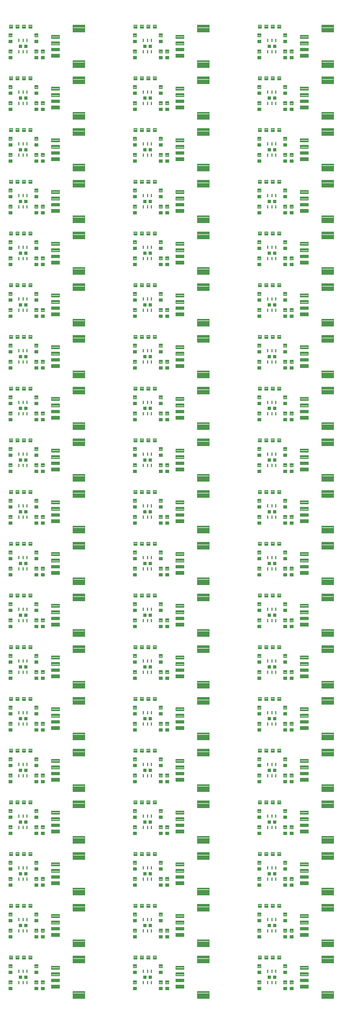
<source format=gtp>
G04 EAGLE Gerber RS-274X export*
G75*
%MOMM*%
%FSLAX34Y34*%
%LPD*%
%INSolderpaste Top*%
%IPPOS*%
%AMOC8*
5,1,8,0,0,1.08239X$1,22.5*%
G01*
%ADD10C,0.102000*%
%ADD11C,0.096000*%
%ADD12R,0.240000X0.630000*%
%ADD13R,0.550000X0.580000*%


D10*
X111710Y48290D02*
X111710Y43310D01*
X106730Y43310D01*
X106730Y48290D01*
X111710Y48290D01*
X111710Y44279D02*
X106730Y44279D01*
X106730Y45248D02*
X111710Y45248D01*
X111710Y46217D02*
X106730Y46217D01*
X106730Y47186D02*
X111710Y47186D01*
X111710Y48155D02*
X106730Y48155D01*
X111710Y53310D02*
X111710Y58290D01*
X111710Y53310D02*
X106730Y53310D01*
X106730Y58290D01*
X111710Y58290D01*
X111710Y54279D02*
X106730Y54279D01*
X106730Y55248D02*
X111710Y55248D01*
X111710Y56217D02*
X106730Y56217D01*
X106730Y57186D02*
X111710Y57186D01*
X111710Y58155D02*
X106730Y58155D01*
X106730Y32890D02*
X106730Y27910D01*
X106730Y32890D02*
X111710Y32890D01*
X111710Y27910D01*
X106730Y27910D01*
X106730Y28879D02*
X111710Y28879D01*
X111710Y29848D02*
X106730Y29848D01*
X106730Y30817D02*
X111710Y30817D01*
X111710Y31786D02*
X106730Y31786D01*
X106730Y32755D02*
X111710Y32755D01*
X106730Y22890D02*
X106730Y17910D01*
X106730Y22890D02*
X111710Y22890D01*
X111710Y17910D01*
X106730Y17910D01*
X106730Y18879D02*
X111710Y18879D01*
X111710Y19848D02*
X106730Y19848D01*
X106730Y20817D02*
X111710Y20817D01*
X111710Y21786D02*
X106730Y21786D01*
X106730Y22755D02*
X111710Y22755D01*
X92486Y66598D02*
X87506Y66598D01*
X87506Y71578D01*
X92486Y71578D01*
X92486Y66598D01*
X92486Y67567D02*
X87506Y67567D01*
X87506Y68536D02*
X92486Y68536D01*
X92486Y69505D02*
X87506Y69505D01*
X87506Y70474D02*
X92486Y70474D01*
X92486Y71443D02*
X87506Y71443D01*
X97506Y66598D02*
X102486Y66598D01*
X97506Y66598D02*
X97506Y71578D01*
X102486Y71578D01*
X102486Y66598D01*
X102486Y67567D02*
X97506Y67567D01*
X97506Y68536D02*
X102486Y68536D01*
X102486Y69505D02*
X97506Y69505D01*
X97506Y70474D02*
X102486Y70474D01*
X102486Y71443D02*
X97506Y71443D01*
X82420Y71578D02*
X77440Y71578D01*
X82420Y71578D02*
X82420Y66598D01*
X77440Y66598D01*
X77440Y71578D01*
X77440Y67567D02*
X82420Y67567D01*
X82420Y68536D02*
X77440Y68536D01*
X77440Y69505D02*
X82420Y69505D01*
X82420Y70474D02*
X77440Y70474D01*
X77440Y71443D02*
X82420Y71443D01*
X72420Y71578D02*
X67440Y71578D01*
X72420Y71578D02*
X72420Y66598D01*
X67440Y66598D01*
X67440Y71578D01*
X67440Y67567D02*
X72420Y67567D01*
X72420Y68536D02*
X67440Y68536D01*
X67440Y69505D02*
X72420Y69505D01*
X72420Y70474D02*
X67440Y70474D01*
X67440Y71443D02*
X72420Y71443D01*
D11*
X185970Y15620D02*
X185970Y4580D01*
X166930Y4580D01*
X166930Y15620D01*
X185970Y15620D01*
X185970Y5492D02*
X166930Y5492D01*
X166930Y6404D02*
X185970Y6404D01*
X185970Y7316D02*
X166930Y7316D01*
X166930Y8228D02*
X185970Y8228D01*
X185970Y9140D02*
X166930Y9140D01*
X166930Y10052D02*
X185970Y10052D01*
X185970Y10964D02*
X166930Y10964D01*
X166930Y11876D02*
X185970Y11876D01*
X185970Y12788D02*
X166930Y12788D01*
X166930Y13700D02*
X185970Y13700D01*
X185970Y14612D02*
X166930Y14612D01*
X166930Y15524D02*
X185970Y15524D01*
X185970Y60580D02*
X185970Y71620D01*
X185970Y60580D02*
X166930Y60580D01*
X166930Y71620D01*
X185970Y71620D01*
X185970Y61492D02*
X166930Y61492D01*
X166930Y62404D02*
X185970Y62404D01*
X185970Y63316D02*
X166930Y63316D01*
X166930Y64228D02*
X185970Y64228D01*
X185970Y65140D02*
X166930Y65140D01*
X166930Y66052D02*
X185970Y66052D01*
X185970Y66964D02*
X166930Y66964D01*
X166930Y67876D02*
X185970Y67876D01*
X185970Y68788D02*
X166930Y68788D01*
X166930Y69700D02*
X185970Y69700D01*
X185970Y70612D02*
X166930Y70612D01*
X166930Y71524D02*
X185970Y71524D01*
D10*
X145940Y25590D02*
X145940Y20610D01*
X133460Y20610D01*
X133460Y25590D01*
X145940Y25590D01*
X145940Y21579D02*
X133460Y21579D01*
X133460Y22548D02*
X145940Y22548D01*
X145940Y23517D02*
X133460Y23517D01*
X133460Y24486D02*
X145940Y24486D01*
X145940Y25455D02*
X133460Y25455D01*
X145940Y30610D02*
X145940Y35590D01*
X145940Y30610D02*
X133460Y30610D01*
X133460Y35590D01*
X145940Y35590D01*
X145940Y31579D02*
X133460Y31579D01*
X133460Y32548D02*
X145940Y32548D01*
X145940Y33517D02*
X133460Y33517D01*
X133460Y34486D02*
X145940Y34486D01*
X145940Y35455D02*
X133460Y35455D01*
X145940Y40610D02*
X145940Y45590D01*
X145940Y40610D02*
X133460Y40610D01*
X133460Y45590D01*
X145940Y45590D01*
X145940Y41579D02*
X133460Y41579D01*
X133460Y42548D02*
X145940Y42548D01*
X145940Y43517D02*
X133460Y43517D01*
X133460Y44486D02*
X145940Y44486D01*
X145940Y45455D02*
X133460Y45455D01*
X145940Y50610D02*
X145940Y55590D01*
X145940Y50610D02*
X133460Y50610D01*
X133460Y55590D01*
X145940Y55590D01*
X145940Y51579D02*
X133460Y51579D01*
X133460Y52548D02*
X145940Y52548D01*
X145940Y53517D02*
X133460Y53517D01*
X133460Y54486D02*
X145940Y54486D01*
X145940Y55455D02*
X133460Y55455D01*
D12*
X82400Y47050D03*
X88900Y47050D03*
X95400Y47050D03*
X82400Y29250D03*
X88900Y29250D03*
X95400Y29250D03*
D13*
X93150Y38000D03*
X84600Y38000D03*
D10*
X66090Y32890D02*
X66090Y27910D01*
X66090Y32890D02*
X71070Y32890D01*
X71070Y27910D01*
X66090Y27910D01*
X66090Y28879D02*
X71070Y28879D01*
X71070Y29848D02*
X66090Y29848D01*
X66090Y30817D02*
X71070Y30817D01*
X71070Y31786D02*
X66090Y31786D01*
X66090Y32755D02*
X71070Y32755D01*
X66090Y22890D02*
X66090Y17910D01*
X66090Y22890D02*
X71070Y22890D01*
X71070Y17910D01*
X66090Y17910D01*
X66090Y18879D02*
X71070Y18879D01*
X71070Y19848D02*
X66090Y19848D01*
X66090Y20817D02*
X71070Y20817D01*
X71070Y21786D02*
X66090Y21786D01*
X66090Y22755D02*
X71070Y22755D01*
X71070Y43310D02*
X71070Y48290D01*
X71070Y43310D02*
X66090Y43310D01*
X66090Y48290D01*
X71070Y48290D01*
X71070Y44279D02*
X66090Y44279D01*
X66090Y45248D02*
X71070Y45248D01*
X71070Y46217D02*
X66090Y46217D01*
X66090Y47186D02*
X71070Y47186D01*
X71070Y48155D02*
X66090Y48155D01*
X71070Y53310D02*
X71070Y58290D01*
X71070Y53310D02*
X66090Y53310D01*
X66090Y58290D01*
X71070Y58290D01*
X71070Y54279D02*
X66090Y54279D01*
X66090Y55248D02*
X71070Y55248D01*
X71070Y56217D02*
X66090Y56217D01*
X66090Y57186D02*
X71070Y57186D01*
X71070Y58155D02*
X66090Y58155D01*
X121870Y22890D02*
X121870Y17910D01*
X116890Y17910D01*
X116890Y22890D01*
X121870Y22890D01*
X121870Y18879D02*
X116890Y18879D01*
X116890Y19848D02*
X121870Y19848D01*
X121870Y20817D02*
X116890Y20817D01*
X116890Y21786D02*
X121870Y21786D01*
X121870Y22755D02*
X116890Y22755D01*
X121870Y27910D02*
X121870Y32890D01*
X121870Y27910D02*
X116890Y27910D01*
X116890Y32890D01*
X121870Y32890D01*
X121870Y28879D02*
X116890Y28879D01*
X116890Y29848D02*
X121870Y29848D01*
X121870Y30817D02*
X116890Y30817D01*
X116890Y31786D02*
X121870Y31786D01*
X121870Y32755D02*
X116890Y32755D01*
X307290Y43310D02*
X307290Y48290D01*
X307290Y43310D02*
X302310Y43310D01*
X302310Y48290D01*
X307290Y48290D01*
X307290Y44279D02*
X302310Y44279D01*
X302310Y45248D02*
X307290Y45248D01*
X307290Y46217D02*
X302310Y46217D01*
X302310Y47186D02*
X307290Y47186D01*
X307290Y48155D02*
X302310Y48155D01*
X307290Y53310D02*
X307290Y58290D01*
X307290Y53310D02*
X302310Y53310D01*
X302310Y58290D01*
X307290Y58290D01*
X307290Y54279D02*
X302310Y54279D01*
X302310Y55248D02*
X307290Y55248D01*
X307290Y56217D02*
X302310Y56217D01*
X302310Y57186D02*
X307290Y57186D01*
X307290Y58155D02*
X302310Y58155D01*
X302310Y32890D02*
X302310Y27910D01*
X302310Y32890D02*
X307290Y32890D01*
X307290Y27910D01*
X302310Y27910D01*
X302310Y28879D02*
X307290Y28879D01*
X307290Y29848D02*
X302310Y29848D01*
X302310Y30817D02*
X307290Y30817D01*
X307290Y31786D02*
X302310Y31786D01*
X302310Y32755D02*
X307290Y32755D01*
X302310Y22890D02*
X302310Y17910D01*
X302310Y22890D02*
X307290Y22890D01*
X307290Y17910D01*
X302310Y17910D01*
X302310Y18879D02*
X307290Y18879D01*
X307290Y19848D02*
X302310Y19848D01*
X302310Y20817D02*
X307290Y20817D01*
X307290Y21786D02*
X302310Y21786D01*
X302310Y22755D02*
X307290Y22755D01*
X288066Y66598D02*
X283086Y66598D01*
X283086Y71578D01*
X288066Y71578D01*
X288066Y66598D01*
X288066Y67567D02*
X283086Y67567D01*
X283086Y68536D02*
X288066Y68536D01*
X288066Y69505D02*
X283086Y69505D01*
X283086Y70474D02*
X288066Y70474D01*
X288066Y71443D02*
X283086Y71443D01*
X293086Y66598D02*
X298066Y66598D01*
X293086Y66598D02*
X293086Y71578D01*
X298066Y71578D01*
X298066Y66598D01*
X298066Y67567D02*
X293086Y67567D01*
X293086Y68536D02*
X298066Y68536D01*
X298066Y69505D02*
X293086Y69505D01*
X293086Y70474D02*
X298066Y70474D01*
X298066Y71443D02*
X293086Y71443D01*
X278000Y71578D02*
X273020Y71578D01*
X278000Y71578D02*
X278000Y66598D01*
X273020Y66598D01*
X273020Y71578D01*
X273020Y67567D02*
X278000Y67567D01*
X278000Y68536D02*
X273020Y68536D01*
X273020Y69505D02*
X278000Y69505D01*
X278000Y70474D02*
X273020Y70474D01*
X273020Y71443D02*
X278000Y71443D01*
X268000Y71578D02*
X263020Y71578D01*
X268000Y71578D02*
X268000Y66598D01*
X263020Y66598D01*
X263020Y71578D01*
X263020Y67567D02*
X268000Y67567D01*
X268000Y68536D02*
X263020Y68536D01*
X263020Y69505D02*
X268000Y69505D01*
X268000Y70474D02*
X263020Y70474D01*
X263020Y71443D02*
X268000Y71443D01*
D11*
X381550Y15620D02*
X381550Y4580D01*
X362510Y4580D01*
X362510Y15620D01*
X381550Y15620D01*
X381550Y5492D02*
X362510Y5492D01*
X362510Y6404D02*
X381550Y6404D01*
X381550Y7316D02*
X362510Y7316D01*
X362510Y8228D02*
X381550Y8228D01*
X381550Y9140D02*
X362510Y9140D01*
X362510Y10052D02*
X381550Y10052D01*
X381550Y10964D02*
X362510Y10964D01*
X362510Y11876D02*
X381550Y11876D01*
X381550Y12788D02*
X362510Y12788D01*
X362510Y13700D02*
X381550Y13700D01*
X381550Y14612D02*
X362510Y14612D01*
X362510Y15524D02*
X381550Y15524D01*
X381550Y60580D02*
X381550Y71620D01*
X381550Y60580D02*
X362510Y60580D01*
X362510Y71620D01*
X381550Y71620D01*
X381550Y61492D02*
X362510Y61492D01*
X362510Y62404D02*
X381550Y62404D01*
X381550Y63316D02*
X362510Y63316D01*
X362510Y64228D02*
X381550Y64228D01*
X381550Y65140D02*
X362510Y65140D01*
X362510Y66052D02*
X381550Y66052D01*
X381550Y66964D02*
X362510Y66964D01*
X362510Y67876D02*
X381550Y67876D01*
X381550Y68788D02*
X362510Y68788D01*
X362510Y69700D02*
X381550Y69700D01*
X381550Y70612D02*
X362510Y70612D01*
X362510Y71524D02*
X381550Y71524D01*
D10*
X341520Y25590D02*
X341520Y20610D01*
X329040Y20610D01*
X329040Y25590D01*
X341520Y25590D01*
X341520Y21579D02*
X329040Y21579D01*
X329040Y22548D02*
X341520Y22548D01*
X341520Y23517D02*
X329040Y23517D01*
X329040Y24486D02*
X341520Y24486D01*
X341520Y25455D02*
X329040Y25455D01*
X341520Y30610D02*
X341520Y35590D01*
X341520Y30610D02*
X329040Y30610D01*
X329040Y35590D01*
X341520Y35590D01*
X341520Y31579D02*
X329040Y31579D01*
X329040Y32548D02*
X341520Y32548D01*
X341520Y33517D02*
X329040Y33517D01*
X329040Y34486D02*
X341520Y34486D01*
X341520Y35455D02*
X329040Y35455D01*
X341520Y40610D02*
X341520Y45590D01*
X341520Y40610D02*
X329040Y40610D01*
X329040Y45590D01*
X341520Y45590D01*
X341520Y41579D02*
X329040Y41579D01*
X329040Y42548D02*
X341520Y42548D01*
X341520Y43517D02*
X329040Y43517D01*
X329040Y44486D02*
X341520Y44486D01*
X341520Y45455D02*
X329040Y45455D01*
X341520Y50610D02*
X341520Y55590D01*
X341520Y50610D02*
X329040Y50610D01*
X329040Y55590D01*
X341520Y55590D01*
X341520Y51579D02*
X329040Y51579D01*
X329040Y52548D02*
X341520Y52548D01*
X341520Y53517D02*
X329040Y53517D01*
X329040Y54486D02*
X341520Y54486D01*
X341520Y55455D02*
X329040Y55455D01*
D12*
X277980Y47050D03*
X284480Y47050D03*
X290980Y47050D03*
X277980Y29250D03*
X284480Y29250D03*
X290980Y29250D03*
D13*
X288730Y38000D03*
X280180Y38000D03*
D10*
X261670Y32890D02*
X261670Y27910D01*
X261670Y32890D02*
X266650Y32890D01*
X266650Y27910D01*
X261670Y27910D01*
X261670Y28879D02*
X266650Y28879D01*
X266650Y29848D02*
X261670Y29848D01*
X261670Y30817D02*
X266650Y30817D01*
X266650Y31786D02*
X261670Y31786D01*
X261670Y32755D02*
X266650Y32755D01*
X261670Y22890D02*
X261670Y17910D01*
X261670Y22890D02*
X266650Y22890D01*
X266650Y17910D01*
X261670Y17910D01*
X261670Y18879D02*
X266650Y18879D01*
X266650Y19848D02*
X261670Y19848D01*
X261670Y20817D02*
X266650Y20817D01*
X266650Y21786D02*
X261670Y21786D01*
X261670Y22755D02*
X266650Y22755D01*
X266650Y43310D02*
X266650Y48290D01*
X266650Y43310D02*
X261670Y43310D01*
X261670Y48290D01*
X266650Y48290D01*
X266650Y44279D02*
X261670Y44279D01*
X261670Y45248D02*
X266650Y45248D01*
X266650Y46217D02*
X261670Y46217D01*
X261670Y47186D02*
X266650Y47186D01*
X266650Y48155D02*
X261670Y48155D01*
X266650Y53310D02*
X266650Y58290D01*
X266650Y53310D02*
X261670Y53310D01*
X261670Y58290D01*
X266650Y58290D01*
X266650Y54279D02*
X261670Y54279D01*
X261670Y55248D02*
X266650Y55248D01*
X266650Y56217D02*
X261670Y56217D01*
X261670Y57186D02*
X266650Y57186D01*
X266650Y58155D02*
X261670Y58155D01*
X317450Y22890D02*
X317450Y17910D01*
X312470Y17910D01*
X312470Y22890D01*
X317450Y22890D01*
X317450Y18879D02*
X312470Y18879D01*
X312470Y19848D02*
X317450Y19848D01*
X317450Y20817D02*
X312470Y20817D01*
X312470Y21786D02*
X317450Y21786D01*
X317450Y22755D02*
X312470Y22755D01*
X317450Y27910D02*
X317450Y32890D01*
X317450Y27910D02*
X312470Y27910D01*
X312470Y32890D01*
X317450Y32890D01*
X317450Y28879D02*
X312470Y28879D01*
X312470Y29848D02*
X317450Y29848D01*
X317450Y30817D02*
X312470Y30817D01*
X312470Y31786D02*
X317450Y31786D01*
X317450Y32755D02*
X312470Y32755D01*
X502870Y43310D02*
X502870Y48290D01*
X502870Y43310D02*
X497890Y43310D01*
X497890Y48290D01*
X502870Y48290D01*
X502870Y44279D02*
X497890Y44279D01*
X497890Y45248D02*
X502870Y45248D01*
X502870Y46217D02*
X497890Y46217D01*
X497890Y47186D02*
X502870Y47186D01*
X502870Y48155D02*
X497890Y48155D01*
X502870Y53310D02*
X502870Y58290D01*
X502870Y53310D02*
X497890Y53310D01*
X497890Y58290D01*
X502870Y58290D01*
X502870Y54279D02*
X497890Y54279D01*
X497890Y55248D02*
X502870Y55248D01*
X502870Y56217D02*
X497890Y56217D01*
X497890Y57186D02*
X502870Y57186D01*
X502870Y58155D02*
X497890Y58155D01*
X497890Y32890D02*
X497890Y27910D01*
X497890Y32890D02*
X502870Y32890D01*
X502870Y27910D01*
X497890Y27910D01*
X497890Y28879D02*
X502870Y28879D01*
X502870Y29848D02*
X497890Y29848D01*
X497890Y30817D02*
X502870Y30817D01*
X502870Y31786D02*
X497890Y31786D01*
X497890Y32755D02*
X502870Y32755D01*
X497890Y22890D02*
X497890Y17910D01*
X497890Y22890D02*
X502870Y22890D01*
X502870Y17910D01*
X497890Y17910D01*
X497890Y18879D02*
X502870Y18879D01*
X502870Y19848D02*
X497890Y19848D01*
X497890Y20817D02*
X502870Y20817D01*
X502870Y21786D02*
X497890Y21786D01*
X497890Y22755D02*
X502870Y22755D01*
X483646Y66598D02*
X478666Y66598D01*
X478666Y71578D01*
X483646Y71578D01*
X483646Y66598D01*
X483646Y67567D02*
X478666Y67567D01*
X478666Y68536D02*
X483646Y68536D01*
X483646Y69505D02*
X478666Y69505D01*
X478666Y70474D02*
X483646Y70474D01*
X483646Y71443D02*
X478666Y71443D01*
X488666Y66598D02*
X493646Y66598D01*
X488666Y66598D02*
X488666Y71578D01*
X493646Y71578D01*
X493646Y66598D01*
X493646Y67567D02*
X488666Y67567D01*
X488666Y68536D02*
X493646Y68536D01*
X493646Y69505D02*
X488666Y69505D01*
X488666Y70474D02*
X493646Y70474D01*
X493646Y71443D02*
X488666Y71443D01*
X473580Y71578D02*
X468600Y71578D01*
X473580Y71578D02*
X473580Y66598D01*
X468600Y66598D01*
X468600Y71578D01*
X468600Y67567D02*
X473580Y67567D01*
X473580Y68536D02*
X468600Y68536D01*
X468600Y69505D02*
X473580Y69505D01*
X473580Y70474D02*
X468600Y70474D01*
X468600Y71443D02*
X473580Y71443D01*
X463580Y71578D02*
X458600Y71578D01*
X463580Y71578D02*
X463580Y66598D01*
X458600Y66598D01*
X458600Y71578D01*
X458600Y67567D02*
X463580Y67567D01*
X463580Y68536D02*
X458600Y68536D01*
X458600Y69505D02*
X463580Y69505D01*
X463580Y70474D02*
X458600Y70474D01*
X458600Y71443D02*
X463580Y71443D01*
D11*
X577130Y15620D02*
X577130Y4580D01*
X558090Y4580D01*
X558090Y15620D01*
X577130Y15620D01*
X577130Y5492D02*
X558090Y5492D01*
X558090Y6404D02*
X577130Y6404D01*
X577130Y7316D02*
X558090Y7316D01*
X558090Y8228D02*
X577130Y8228D01*
X577130Y9140D02*
X558090Y9140D01*
X558090Y10052D02*
X577130Y10052D01*
X577130Y10964D02*
X558090Y10964D01*
X558090Y11876D02*
X577130Y11876D01*
X577130Y12788D02*
X558090Y12788D01*
X558090Y13700D02*
X577130Y13700D01*
X577130Y14612D02*
X558090Y14612D01*
X558090Y15524D02*
X577130Y15524D01*
X577130Y60580D02*
X577130Y71620D01*
X577130Y60580D02*
X558090Y60580D01*
X558090Y71620D01*
X577130Y71620D01*
X577130Y61492D02*
X558090Y61492D01*
X558090Y62404D02*
X577130Y62404D01*
X577130Y63316D02*
X558090Y63316D01*
X558090Y64228D02*
X577130Y64228D01*
X577130Y65140D02*
X558090Y65140D01*
X558090Y66052D02*
X577130Y66052D01*
X577130Y66964D02*
X558090Y66964D01*
X558090Y67876D02*
X577130Y67876D01*
X577130Y68788D02*
X558090Y68788D01*
X558090Y69700D02*
X577130Y69700D01*
X577130Y70612D02*
X558090Y70612D01*
X558090Y71524D02*
X577130Y71524D01*
D10*
X537100Y25590D02*
X537100Y20610D01*
X524620Y20610D01*
X524620Y25590D01*
X537100Y25590D01*
X537100Y21579D02*
X524620Y21579D01*
X524620Y22548D02*
X537100Y22548D01*
X537100Y23517D02*
X524620Y23517D01*
X524620Y24486D02*
X537100Y24486D01*
X537100Y25455D02*
X524620Y25455D01*
X537100Y30610D02*
X537100Y35590D01*
X537100Y30610D02*
X524620Y30610D01*
X524620Y35590D01*
X537100Y35590D01*
X537100Y31579D02*
X524620Y31579D01*
X524620Y32548D02*
X537100Y32548D01*
X537100Y33517D02*
X524620Y33517D01*
X524620Y34486D02*
X537100Y34486D01*
X537100Y35455D02*
X524620Y35455D01*
X537100Y40610D02*
X537100Y45590D01*
X537100Y40610D02*
X524620Y40610D01*
X524620Y45590D01*
X537100Y45590D01*
X537100Y41579D02*
X524620Y41579D01*
X524620Y42548D02*
X537100Y42548D01*
X537100Y43517D02*
X524620Y43517D01*
X524620Y44486D02*
X537100Y44486D01*
X537100Y45455D02*
X524620Y45455D01*
X537100Y50610D02*
X537100Y55590D01*
X537100Y50610D02*
X524620Y50610D01*
X524620Y55590D01*
X537100Y55590D01*
X537100Y51579D02*
X524620Y51579D01*
X524620Y52548D02*
X537100Y52548D01*
X537100Y53517D02*
X524620Y53517D01*
X524620Y54486D02*
X537100Y54486D01*
X537100Y55455D02*
X524620Y55455D01*
D12*
X473560Y47050D03*
X480060Y47050D03*
X486560Y47050D03*
X473560Y29250D03*
X480060Y29250D03*
X486560Y29250D03*
D13*
X484310Y38000D03*
X475760Y38000D03*
D10*
X457250Y32890D02*
X457250Y27910D01*
X457250Y32890D02*
X462230Y32890D01*
X462230Y27910D01*
X457250Y27910D01*
X457250Y28879D02*
X462230Y28879D01*
X462230Y29848D02*
X457250Y29848D01*
X457250Y30817D02*
X462230Y30817D01*
X462230Y31786D02*
X457250Y31786D01*
X457250Y32755D02*
X462230Y32755D01*
X457250Y22890D02*
X457250Y17910D01*
X457250Y22890D02*
X462230Y22890D01*
X462230Y17910D01*
X457250Y17910D01*
X457250Y18879D02*
X462230Y18879D01*
X462230Y19848D02*
X457250Y19848D01*
X457250Y20817D02*
X462230Y20817D01*
X462230Y21786D02*
X457250Y21786D01*
X457250Y22755D02*
X462230Y22755D01*
X462230Y43310D02*
X462230Y48290D01*
X462230Y43310D02*
X457250Y43310D01*
X457250Y48290D01*
X462230Y48290D01*
X462230Y44279D02*
X457250Y44279D01*
X457250Y45248D02*
X462230Y45248D01*
X462230Y46217D02*
X457250Y46217D01*
X457250Y47186D02*
X462230Y47186D01*
X462230Y48155D02*
X457250Y48155D01*
X462230Y53310D02*
X462230Y58290D01*
X462230Y53310D02*
X457250Y53310D01*
X457250Y58290D01*
X462230Y58290D01*
X462230Y54279D02*
X457250Y54279D01*
X457250Y55248D02*
X462230Y55248D01*
X462230Y56217D02*
X457250Y56217D01*
X457250Y57186D02*
X462230Y57186D01*
X462230Y58155D02*
X457250Y58155D01*
X513030Y22890D02*
X513030Y17910D01*
X508050Y17910D01*
X508050Y22890D01*
X513030Y22890D01*
X513030Y18879D02*
X508050Y18879D01*
X508050Y19848D02*
X513030Y19848D01*
X513030Y20817D02*
X508050Y20817D01*
X508050Y21786D02*
X513030Y21786D01*
X513030Y22755D02*
X508050Y22755D01*
X513030Y27910D02*
X513030Y32890D01*
X513030Y27910D02*
X508050Y27910D01*
X508050Y32890D01*
X513030Y32890D01*
X513030Y28879D02*
X508050Y28879D01*
X508050Y29848D02*
X513030Y29848D01*
X513030Y30817D02*
X508050Y30817D01*
X508050Y31786D02*
X513030Y31786D01*
X513030Y32755D02*
X508050Y32755D01*
X111710Y124590D02*
X111710Y129570D01*
X111710Y124590D02*
X106730Y124590D01*
X106730Y129570D01*
X111710Y129570D01*
X111710Y125559D02*
X106730Y125559D01*
X106730Y126528D02*
X111710Y126528D01*
X111710Y127497D02*
X106730Y127497D01*
X106730Y128466D02*
X111710Y128466D01*
X111710Y129435D02*
X106730Y129435D01*
X111710Y134590D02*
X111710Y139570D01*
X111710Y134590D02*
X106730Y134590D01*
X106730Y139570D01*
X111710Y139570D01*
X111710Y135559D02*
X106730Y135559D01*
X106730Y136528D02*
X111710Y136528D01*
X111710Y137497D02*
X106730Y137497D01*
X106730Y138466D02*
X111710Y138466D01*
X111710Y139435D02*
X106730Y139435D01*
X106730Y114170D02*
X106730Y109190D01*
X106730Y114170D02*
X111710Y114170D01*
X111710Y109190D01*
X106730Y109190D01*
X106730Y110159D02*
X111710Y110159D01*
X111710Y111128D02*
X106730Y111128D01*
X106730Y112097D02*
X111710Y112097D01*
X111710Y113066D02*
X106730Y113066D01*
X106730Y114035D02*
X111710Y114035D01*
X106730Y104170D02*
X106730Y99190D01*
X106730Y104170D02*
X111710Y104170D01*
X111710Y99190D01*
X106730Y99190D01*
X106730Y100159D02*
X111710Y100159D01*
X111710Y101128D02*
X106730Y101128D01*
X106730Y102097D02*
X111710Y102097D01*
X111710Y103066D02*
X106730Y103066D01*
X106730Y104035D02*
X111710Y104035D01*
X92486Y147878D02*
X87506Y147878D01*
X87506Y152858D01*
X92486Y152858D01*
X92486Y147878D01*
X92486Y148847D02*
X87506Y148847D01*
X87506Y149816D02*
X92486Y149816D01*
X92486Y150785D02*
X87506Y150785D01*
X87506Y151754D02*
X92486Y151754D01*
X92486Y152723D02*
X87506Y152723D01*
X97506Y147878D02*
X102486Y147878D01*
X97506Y147878D02*
X97506Y152858D01*
X102486Y152858D01*
X102486Y147878D01*
X102486Y148847D02*
X97506Y148847D01*
X97506Y149816D02*
X102486Y149816D01*
X102486Y150785D02*
X97506Y150785D01*
X97506Y151754D02*
X102486Y151754D01*
X102486Y152723D02*
X97506Y152723D01*
X82420Y152858D02*
X77440Y152858D01*
X82420Y152858D02*
X82420Y147878D01*
X77440Y147878D01*
X77440Y152858D01*
X77440Y148847D02*
X82420Y148847D01*
X82420Y149816D02*
X77440Y149816D01*
X77440Y150785D02*
X82420Y150785D01*
X82420Y151754D02*
X77440Y151754D01*
X77440Y152723D02*
X82420Y152723D01*
X72420Y152858D02*
X67440Y152858D01*
X72420Y152858D02*
X72420Y147878D01*
X67440Y147878D01*
X67440Y152858D01*
X67440Y148847D02*
X72420Y148847D01*
X72420Y149816D02*
X67440Y149816D01*
X67440Y150785D02*
X72420Y150785D01*
X72420Y151754D02*
X67440Y151754D01*
X67440Y152723D02*
X72420Y152723D01*
D11*
X185970Y96900D02*
X185970Y85860D01*
X166930Y85860D01*
X166930Y96900D01*
X185970Y96900D01*
X185970Y86772D02*
X166930Y86772D01*
X166930Y87684D02*
X185970Y87684D01*
X185970Y88596D02*
X166930Y88596D01*
X166930Y89508D02*
X185970Y89508D01*
X185970Y90420D02*
X166930Y90420D01*
X166930Y91332D02*
X185970Y91332D01*
X185970Y92244D02*
X166930Y92244D01*
X166930Y93156D02*
X185970Y93156D01*
X185970Y94068D02*
X166930Y94068D01*
X166930Y94980D02*
X185970Y94980D01*
X185970Y95892D02*
X166930Y95892D01*
X166930Y96804D02*
X185970Y96804D01*
X185970Y141860D02*
X185970Y152900D01*
X185970Y141860D02*
X166930Y141860D01*
X166930Y152900D01*
X185970Y152900D01*
X185970Y142772D02*
X166930Y142772D01*
X166930Y143684D02*
X185970Y143684D01*
X185970Y144596D02*
X166930Y144596D01*
X166930Y145508D02*
X185970Y145508D01*
X185970Y146420D02*
X166930Y146420D01*
X166930Y147332D02*
X185970Y147332D01*
X185970Y148244D02*
X166930Y148244D01*
X166930Y149156D02*
X185970Y149156D01*
X185970Y150068D02*
X166930Y150068D01*
X166930Y150980D02*
X185970Y150980D01*
X185970Y151892D02*
X166930Y151892D01*
X166930Y152804D02*
X185970Y152804D01*
D10*
X145940Y106870D02*
X145940Y101890D01*
X133460Y101890D01*
X133460Y106870D01*
X145940Y106870D01*
X145940Y102859D02*
X133460Y102859D01*
X133460Y103828D02*
X145940Y103828D01*
X145940Y104797D02*
X133460Y104797D01*
X133460Y105766D02*
X145940Y105766D01*
X145940Y106735D02*
X133460Y106735D01*
X145940Y111890D02*
X145940Y116870D01*
X145940Y111890D02*
X133460Y111890D01*
X133460Y116870D01*
X145940Y116870D01*
X145940Y112859D02*
X133460Y112859D01*
X133460Y113828D02*
X145940Y113828D01*
X145940Y114797D02*
X133460Y114797D01*
X133460Y115766D02*
X145940Y115766D01*
X145940Y116735D02*
X133460Y116735D01*
X145940Y121890D02*
X145940Y126870D01*
X145940Y121890D02*
X133460Y121890D01*
X133460Y126870D01*
X145940Y126870D01*
X145940Y122859D02*
X133460Y122859D01*
X133460Y123828D02*
X145940Y123828D01*
X145940Y124797D02*
X133460Y124797D01*
X133460Y125766D02*
X145940Y125766D01*
X145940Y126735D02*
X133460Y126735D01*
X145940Y131890D02*
X145940Y136870D01*
X145940Y131890D02*
X133460Y131890D01*
X133460Y136870D01*
X145940Y136870D01*
X145940Y132859D02*
X133460Y132859D01*
X133460Y133828D02*
X145940Y133828D01*
X145940Y134797D02*
X133460Y134797D01*
X133460Y135766D02*
X145940Y135766D01*
X145940Y136735D02*
X133460Y136735D01*
D12*
X82400Y128330D03*
X88900Y128330D03*
X95400Y128330D03*
X82400Y110530D03*
X88900Y110530D03*
X95400Y110530D03*
D13*
X93150Y119280D03*
X84600Y119280D03*
D10*
X66090Y114170D02*
X66090Y109190D01*
X66090Y114170D02*
X71070Y114170D01*
X71070Y109190D01*
X66090Y109190D01*
X66090Y110159D02*
X71070Y110159D01*
X71070Y111128D02*
X66090Y111128D01*
X66090Y112097D02*
X71070Y112097D01*
X71070Y113066D02*
X66090Y113066D01*
X66090Y114035D02*
X71070Y114035D01*
X66090Y104170D02*
X66090Y99190D01*
X66090Y104170D02*
X71070Y104170D01*
X71070Y99190D01*
X66090Y99190D01*
X66090Y100159D02*
X71070Y100159D01*
X71070Y101128D02*
X66090Y101128D01*
X66090Y102097D02*
X71070Y102097D01*
X71070Y103066D02*
X66090Y103066D01*
X66090Y104035D02*
X71070Y104035D01*
X71070Y124590D02*
X71070Y129570D01*
X71070Y124590D02*
X66090Y124590D01*
X66090Y129570D01*
X71070Y129570D01*
X71070Y125559D02*
X66090Y125559D01*
X66090Y126528D02*
X71070Y126528D01*
X71070Y127497D02*
X66090Y127497D01*
X66090Y128466D02*
X71070Y128466D01*
X71070Y129435D02*
X66090Y129435D01*
X71070Y134590D02*
X71070Y139570D01*
X71070Y134590D02*
X66090Y134590D01*
X66090Y139570D01*
X71070Y139570D01*
X71070Y135559D02*
X66090Y135559D01*
X66090Y136528D02*
X71070Y136528D01*
X71070Y137497D02*
X66090Y137497D01*
X66090Y138466D02*
X71070Y138466D01*
X71070Y139435D02*
X66090Y139435D01*
X121870Y104170D02*
X121870Y99190D01*
X116890Y99190D01*
X116890Y104170D01*
X121870Y104170D01*
X121870Y100159D02*
X116890Y100159D01*
X116890Y101128D02*
X121870Y101128D01*
X121870Y102097D02*
X116890Y102097D01*
X116890Y103066D02*
X121870Y103066D01*
X121870Y104035D02*
X116890Y104035D01*
X121870Y109190D02*
X121870Y114170D01*
X121870Y109190D02*
X116890Y109190D01*
X116890Y114170D01*
X121870Y114170D01*
X121870Y110159D02*
X116890Y110159D01*
X116890Y111128D02*
X121870Y111128D01*
X121870Y112097D02*
X116890Y112097D01*
X116890Y113066D02*
X121870Y113066D01*
X121870Y114035D02*
X116890Y114035D01*
X307290Y124590D02*
X307290Y129570D01*
X307290Y124590D02*
X302310Y124590D01*
X302310Y129570D01*
X307290Y129570D01*
X307290Y125559D02*
X302310Y125559D01*
X302310Y126528D02*
X307290Y126528D01*
X307290Y127497D02*
X302310Y127497D01*
X302310Y128466D02*
X307290Y128466D01*
X307290Y129435D02*
X302310Y129435D01*
X307290Y134590D02*
X307290Y139570D01*
X307290Y134590D02*
X302310Y134590D01*
X302310Y139570D01*
X307290Y139570D01*
X307290Y135559D02*
X302310Y135559D01*
X302310Y136528D02*
X307290Y136528D01*
X307290Y137497D02*
X302310Y137497D01*
X302310Y138466D02*
X307290Y138466D01*
X307290Y139435D02*
X302310Y139435D01*
X302310Y114170D02*
X302310Y109190D01*
X302310Y114170D02*
X307290Y114170D01*
X307290Y109190D01*
X302310Y109190D01*
X302310Y110159D02*
X307290Y110159D01*
X307290Y111128D02*
X302310Y111128D01*
X302310Y112097D02*
X307290Y112097D01*
X307290Y113066D02*
X302310Y113066D01*
X302310Y114035D02*
X307290Y114035D01*
X302310Y104170D02*
X302310Y99190D01*
X302310Y104170D02*
X307290Y104170D01*
X307290Y99190D01*
X302310Y99190D01*
X302310Y100159D02*
X307290Y100159D01*
X307290Y101128D02*
X302310Y101128D01*
X302310Y102097D02*
X307290Y102097D01*
X307290Y103066D02*
X302310Y103066D01*
X302310Y104035D02*
X307290Y104035D01*
X288066Y147878D02*
X283086Y147878D01*
X283086Y152858D01*
X288066Y152858D01*
X288066Y147878D01*
X288066Y148847D02*
X283086Y148847D01*
X283086Y149816D02*
X288066Y149816D01*
X288066Y150785D02*
X283086Y150785D01*
X283086Y151754D02*
X288066Y151754D01*
X288066Y152723D02*
X283086Y152723D01*
X293086Y147878D02*
X298066Y147878D01*
X293086Y147878D02*
X293086Y152858D01*
X298066Y152858D01*
X298066Y147878D01*
X298066Y148847D02*
X293086Y148847D01*
X293086Y149816D02*
X298066Y149816D01*
X298066Y150785D02*
X293086Y150785D01*
X293086Y151754D02*
X298066Y151754D01*
X298066Y152723D02*
X293086Y152723D01*
X278000Y152858D02*
X273020Y152858D01*
X278000Y152858D02*
X278000Y147878D01*
X273020Y147878D01*
X273020Y152858D01*
X273020Y148847D02*
X278000Y148847D01*
X278000Y149816D02*
X273020Y149816D01*
X273020Y150785D02*
X278000Y150785D01*
X278000Y151754D02*
X273020Y151754D01*
X273020Y152723D02*
X278000Y152723D01*
X268000Y152858D02*
X263020Y152858D01*
X268000Y152858D02*
X268000Y147878D01*
X263020Y147878D01*
X263020Y152858D01*
X263020Y148847D02*
X268000Y148847D01*
X268000Y149816D02*
X263020Y149816D01*
X263020Y150785D02*
X268000Y150785D01*
X268000Y151754D02*
X263020Y151754D01*
X263020Y152723D02*
X268000Y152723D01*
D11*
X381550Y96900D02*
X381550Y85860D01*
X362510Y85860D01*
X362510Y96900D01*
X381550Y96900D01*
X381550Y86772D02*
X362510Y86772D01*
X362510Y87684D02*
X381550Y87684D01*
X381550Y88596D02*
X362510Y88596D01*
X362510Y89508D02*
X381550Y89508D01*
X381550Y90420D02*
X362510Y90420D01*
X362510Y91332D02*
X381550Y91332D01*
X381550Y92244D02*
X362510Y92244D01*
X362510Y93156D02*
X381550Y93156D01*
X381550Y94068D02*
X362510Y94068D01*
X362510Y94980D02*
X381550Y94980D01*
X381550Y95892D02*
X362510Y95892D01*
X362510Y96804D02*
X381550Y96804D01*
X381550Y141860D02*
X381550Y152900D01*
X381550Y141860D02*
X362510Y141860D01*
X362510Y152900D01*
X381550Y152900D01*
X381550Y142772D02*
X362510Y142772D01*
X362510Y143684D02*
X381550Y143684D01*
X381550Y144596D02*
X362510Y144596D01*
X362510Y145508D02*
X381550Y145508D01*
X381550Y146420D02*
X362510Y146420D01*
X362510Y147332D02*
X381550Y147332D01*
X381550Y148244D02*
X362510Y148244D01*
X362510Y149156D02*
X381550Y149156D01*
X381550Y150068D02*
X362510Y150068D01*
X362510Y150980D02*
X381550Y150980D01*
X381550Y151892D02*
X362510Y151892D01*
X362510Y152804D02*
X381550Y152804D01*
D10*
X341520Y106870D02*
X341520Y101890D01*
X329040Y101890D01*
X329040Y106870D01*
X341520Y106870D01*
X341520Y102859D02*
X329040Y102859D01*
X329040Y103828D02*
X341520Y103828D01*
X341520Y104797D02*
X329040Y104797D01*
X329040Y105766D02*
X341520Y105766D01*
X341520Y106735D02*
X329040Y106735D01*
X341520Y111890D02*
X341520Y116870D01*
X341520Y111890D02*
X329040Y111890D01*
X329040Y116870D01*
X341520Y116870D01*
X341520Y112859D02*
X329040Y112859D01*
X329040Y113828D02*
X341520Y113828D01*
X341520Y114797D02*
X329040Y114797D01*
X329040Y115766D02*
X341520Y115766D01*
X341520Y116735D02*
X329040Y116735D01*
X341520Y121890D02*
X341520Y126870D01*
X341520Y121890D02*
X329040Y121890D01*
X329040Y126870D01*
X341520Y126870D01*
X341520Y122859D02*
X329040Y122859D01*
X329040Y123828D02*
X341520Y123828D01*
X341520Y124797D02*
X329040Y124797D01*
X329040Y125766D02*
X341520Y125766D01*
X341520Y126735D02*
X329040Y126735D01*
X341520Y131890D02*
X341520Y136870D01*
X341520Y131890D02*
X329040Y131890D01*
X329040Y136870D01*
X341520Y136870D01*
X341520Y132859D02*
X329040Y132859D01*
X329040Y133828D02*
X341520Y133828D01*
X341520Y134797D02*
X329040Y134797D01*
X329040Y135766D02*
X341520Y135766D01*
X341520Y136735D02*
X329040Y136735D01*
D12*
X277980Y128330D03*
X284480Y128330D03*
X290980Y128330D03*
X277980Y110530D03*
X284480Y110530D03*
X290980Y110530D03*
D13*
X288730Y119280D03*
X280180Y119280D03*
D10*
X261670Y114170D02*
X261670Y109190D01*
X261670Y114170D02*
X266650Y114170D01*
X266650Y109190D01*
X261670Y109190D01*
X261670Y110159D02*
X266650Y110159D01*
X266650Y111128D02*
X261670Y111128D01*
X261670Y112097D02*
X266650Y112097D01*
X266650Y113066D02*
X261670Y113066D01*
X261670Y114035D02*
X266650Y114035D01*
X261670Y104170D02*
X261670Y99190D01*
X261670Y104170D02*
X266650Y104170D01*
X266650Y99190D01*
X261670Y99190D01*
X261670Y100159D02*
X266650Y100159D01*
X266650Y101128D02*
X261670Y101128D01*
X261670Y102097D02*
X266650Y102097D01*
X266650Y103066D02*
X261670Y103066D01*
X261670Y104035D02*
X266650Y104035D01*
X266650Y124590D02*
X266650Y129570D01*
X266650Y124590D02*
X261670Y124590D01*
X261670Y129570D01*
X266650Y129570D01*
X266650Y125559D02*
X261670Y125559D01*
X261670Y126528D02*
X266650Y126528D01*
X266650Y127497D02*
X261670Y127497D01*
X261670Y128466D02*
X266650Y128466D01*
X266650Y129435D02*
X261670Y129435D01*
X266650Y134590D02*
X266650Y139570D01*
X266650Y134590D02*
X261670Y134590D01*
X261670Y139570D01*
X266650Y139570D01*
X266650Y135559D02*
X261670Y135559D01*
X261670Y136528D02*
X266650Y136528D01*
X266650Y137497D02*
X261670Y137497D01*
X261670Y138466D02*
X266650Y138466D01*
X266650Y139435D02*
X261670Y139435D01*
X317450Y104170D02*
X317450Y99190D01*
X312470Y99190D01*
X312470Y104170D01*
X317450Y104170D01*
X317450Y100159D02*
X312470Y100159D01*
X312470Y101128D02*
X317450Y101128D01*
X317450Y102097D02*
X312470Y102097D01*
X312470Y103066D02*
X317450Y103066D01*
X317450Y104035D02*
X312470Y104035D01*
X317450Y109190D02*
X317450Y114170D01*
X317450Y109190D02*
X312470Y109190D01*
X312470Y114170D01*
X317450Y114170D01*
X317450Y110159D02*
X312470Y110159D01*
X312470Y111128D02*
X317450Y111128D01*
X317450Y112097D02*
X312470Y112097D01*
X312470Y113066D02*
X317450Y113066D01*
X317450Y114035D02*
X312470Y114035D01*
X502870Y124590D02*
X502870Y129570D01*
X502870Y124590D02*
X497890Y124590D01*
X497890Y129570D01*
X502870Y129570D01*
X502870Y125559D02*
X497890Y125559D01*
X497890Y126528D02*
X502870Y126528D01*
X502870Y127497D02*
X497890Y127497D01*
X497890Y128466D02*
X502870Y128466D01*
X502870Y129435D02*
X497890Y129435D01*
X502870Y134590D02*
X502870Y139570D01*
X502870Y134590D02*
X497890Y134590D01*
X497890Y139570D01*
X502870Y139570D01*
X502870Y135559D02*
X497890Y135559D01*
X497890Y136528D02*
X502870Y136528D01*
X502870Y137497D02*
X497890Y137497D01*
X497890Y138466D02*
X502870Y138466D01*
X502870Y139435D02*
X497890Y139435D01*
X497890Y114170D02*
X497890Y109190D01*
X497890Y114170D02*
X502870Y114170D01*
X502870Y109190D01*
X497890Y109190D01*
X497890Y110159D02*
X502870Y110159D01*
X502870Y111128D02*
X497890Y111128D01*
X497890Y112097D02*
X502870Y112097D01*
X502870Y113066D02*
X497890Y113066D01*
X497890Y114035D02*
X502870Y114035D01*
X497890Y104170D02*
X497890Y99190D01*
X497890Y104170D02*
X502870Y104170D01*
X502870Y99190D01*
X497890Y99190D01*
X497890Y100159D02*
X502870Y100159D01*
X502870Y101128D02*
X497890Y101128D01*
X497890Y102097D02*
X502870Y102097D01*
X502870Y103066D02*
X497890Y103066D01*
X497890Y104035D02*
X502870Y104035D01*
X483646Y147878D02*
X478666Y147878D01*
X478666Y152858D01*
X483646Y152858D01*
X483646Y147878D01*
X483646Y148847D02*
X478666Y148847D01*
X478666Y149816D02*
X483646Y149816D01*
X483646Y150785D02*
X478666Y150785D01*
X478666Y151754D02*
X483646Y151754D01*
X483646Y152723D02*
X478666Y152723D01*
X488666Y147878D02*
X493646Y147878D01*
X488666Y147878D02*
X488666Y152858D01*
X493646Y152858D01*
X493646Y147878D01*
X493646Y148847D02*
X488666Y148847D01*
X488666Y149816D02*
X493646Y149816D01*
X493646Y150785D02*
X488666Y150785D01*
X488666Y151754D02*
X493646Y151754D01*
X493646Y152723D02*
X488666Y152723D01*
X473580Y152858D02*
X468600Y152858D01*
X473580Y152858D02*
X473580Y147878D01*
X468600Y147878D01*
X468600Y152858D01*
X468600Y148847D02*
X473580Y148847D01*
X473580Y149816D02*
X468600Y149816D01*
X468600Y150785D02*
X473580Y150785D01*
X473580Y151754D02*
X468600Y151754D01*
X468600Y152723D02*
X473580Y152723D01*
X463580Y152858D02*
X458600Y152858D01*
X463580Y152858D02*
X463580Y147878D01*
X458600Y147878D01*
X458600Y152858D01*
X458600Y148847D02*
X463580Y148847D01*
X463580Y149816D02*
X458600Y149816D01*
X458600Y150785D02*
X463580Y150785D01*
X463580Y151754D02*
X458600Y151754D01*
X458600Y152723D02*
X463580Y152723D01*
D11*
X577130Y96900D02*
X577130Y85860D01*
X558090Y85860D01*
X558090Y96900D01*
X577130Y96900D01*
X577130Y86772D02*
X558090Y86772D01*
X558090Y87684D02*
X577130Y87684D01*
X577130Y88596D02*
X558090Y88596D01*
X558090Y89508D02*
X577130Y89508D01*
X577130Y90420D02*
X558090Y90420D01*
X558090Y91332D02*
X577130Y91332D01*
X577130Y92244D02*
X558090Y92244D01*
X558090Y93156D02*
X577130Y93156D01*
X577130Y94068D02*
X558090Y94068D01*
X558090Y94980D02*
X577130Y94980D01*
X577130Y95892D02*
X558090Y95892D01*
X558090Y96804D02*
X577130Y96804D01*
X577130Y141860D02*
X577130Y152900D01*
X577130Y141860D02*
X558090Y141860D01*
X558090Y152900D01*
X577130Y152900D01*
X577130Y142772D02*
X558090Y142772D01*
X558090Y143684D02*
X577130Y143684D01*
X577130Y144596D02*
X558090Y144596D01*
X558090Y145508D02*
X577130Y145508D01*
X577130Y146420D02*
X558090Y146420D01*
X558090Y147332D02*
X577130Y147332D01*
X577130Y148244D02*
X558090Y148244D01*
X558090Y149156D02*
X577130Y149156D01*
X577130Y150068D02*
X558090Y150068D01*
X558090Y150980D02*
X577130Y150980D01*
X577130Y151892D02*
X558090Y151892D01*
X558090Y152804D02*
X577130Y152804D01*
D10*
X537100Y106870D02*
X537100Y101890D01*
X524620Y101890D01*
X524620Y106870D01*
X537100Y106870D01*
X537100Y102859D02*
X524620Y102859D01*
X524620Y103828D02*
X537100Y103828D01*
X537100Y104797D02*
X524620Y104797D01*
X524620Y105766D02*
X537100Y105766D01*
X537100Y106735D02*
X524620Y106735D01*
X537100Y111890D02*
X537100Y116870D01*
X537100Y111890D02*
X524620Y111890D01*
X524620Y116870D01*
X537100Y116870D01*
X537100Y112859D02*
X524620Y112859D01*
X524620Y113828D02*
X537100Y113828D01*
X537100Y114797D02*
X524620Y114797D01*
X524620Y115766D02*
X537100Y115766D01*
X537100Y116735D02*
X524620Y116735D01*
X537100Y121890D02*
X537100Y126870D01*
X537100Y121890D02*
X524620Y121890D01*
X524620Y126870D01*
X537100Y126870D01*
X537100Y122859D02*
X524620Y122859D01*
X524620Y123828D02*
X537100Y123828D01*
X537100Y124797D02*
X524620Y124797D01*
X524620Y125766D02*
X537100Y125766D01*
X537100Y126735D02*
X524620Y126735D01*
X537100Y131890D02*
X537100Y136870D01*
X537100Y131890D02*
X524620Y131890D01*
X524620Y136870D01*
X537100Y136870D01*
X537100Y132859D02*
X524620Y132859D01*
X524620Y133828D02*
X537100Y133828D01*
X537100Y134797D02*
X524620Y134797D01*
X524620Y135766D02*
X537100Y135766D01*
X537100Y136735D02*
X524620Y136735D01*
D12*
X473560Y128330D03*
X480060Y128330D03*
X486560Y128330D03*
X473560Y110530D03*
X480060Y110530D03*
X486560Y110530D03*
D13*
X484310Y119280D03*
X475760Y119280D03*
D10*
X457250Y114170D02*
X457250Y109190D01*
X457250Y114170D02*
X462230Y114170D01*
X462230Y109190D01*
X457250Y109190D01*
X457250Y110159D02*
X462230Y110159D01*
X462230Y111128D02*
X457250Y111128D01*
X457250Y112097D02*
X462230Y112097D01*
X462230Y113066D02*
X457250Y113066D01*
X457250Y114035D02*
X462230Y114035D01*
X457250Y104170D02*
X457250Y99190D01*
X457250Y104170D02*
X462230Y104170D01*
X462230Y99190D01*
X457250Y99190D01*
X457250Y100159D02*
X462230Y100159D01*
X462230Y101128D02*
X457250Y101128D01*
X457250Y102097D02*
X462230Y102097D01*
X462230Y103066D02*
X457250Y103066D01*
X457250Y104035D02*
X462230Y104035D01*
X462230Y124590D02*
X462230Y129570D01*
X462230Y124590D02*
X457250Y124590D01*
X457250Y129570D01*
X462230Y129570D01*
X462230Y125559D02*
X457250Y125559D01*
X457250Y126528D02*
X462230Y126528D01*
X462230Y127497D02*
X457250Y127497D01*
X457250Y128466D02*
X462230Y128466D01*
X462230Y129435D02*
X457250Y129435D01*
X462230Y134590D02*
X462230Y139570D01*
X462230Y134590D02*
X457250Y134590D01*
X457250Y139570D01*
X462230Y139570D01*
X462230Y135559D02*
X457250Y135559D01*
X457250Y136528D02*
X462230Y136528D01*
X462230Y137497D02*
X457250Y137497D01*
X457250Y138466D02*
X462230Y138466D01*
X462230Y139435D02*
X457250Y139435D01*
X513030Y104170D02*
X513030Y99190D01*
X508050Y99190D01*
X508050Y104170D01*
X513030Y104170D01*
X513030Y100159D02*
X508050Y100159D01*
X508050Y101128D02*
X513030Y101128D01*
X513030Y102097D02*
X508050Y102097D01*
X508050Y103066D02*
X513030Y103066D01*
X513030Y104035D02*
X508050Y104035D01*
X513030Y109190D02*
X513030Y114170D01*
X513030Y109190D02*
X508050Y109190D01*
X508050Y114170D01*
X513030Y114170D01*
X513030Y110159D02*
X508050Y110159D01*
X508050Y111128D02*
X513030Y111128D01*
X513030Y112097D02*
X508050Y112097D01*
X508050Y113066D02*
X513030Y113066D01*
X513030Y114035D02*
X508050Y114035D01*
X111710Y205870D02*
X111710Y210850D01*
X111710Y205870D02*
X106730Y205870D01*
X106730Y210850D01*
X111710Y210850D01*
X111710Y206839D02*
X106730Y206839D01*
X106730Y207808D02*
X111710Y207808D01*
X111710Y208777D02*
X106730Y208777D01*
X106730Y209746D02*
X111710Y209746D01*
X111710Y210715D02*
X106730Y210715D01*
X111710Y215870D02*
X111710Y220850D01*
X111710Y215870D02*
X106730Y215870D01*
X106730Y220850D01*
X111710Y220850D01*
X111710Y216839D02*
X106730Y216839D01*
X106730Y217808D02*
X111710Y217808D01*
X111710Y218777D02*
X106730Y218777D01*
X106730Y219746D02*
X111710Y219746D01*
X111710Y220715D02*
X106730Y220715D01*
X106730Y195450D02*
X106730Y190470D01*
X106730Y195450D02*
X111710Y195450D01*
X111710Y190470D01*
X106730Y190470D01*
X106730Y191439D02*
X111710Y191439D01*
X111710Y192408D02*
X106730Y192408D01*
X106730Y193377D02*
X111710Y193377D01*
X111710Y194346D02*
X106730Y194346D01*
X106730Y195315D02*
X111710Y195315D01*
X106730Y185450D02*
X106730Y180470D01*
X106730Y185450D02*
X111710Y185450D01*
X111710Y180470D01*
X106730Y180470D01*
X106730Y181439D02*
X111710Y181439D01*
X111710Y182408D02*
X106730Y182408D01*
X106730Y183377D02*
X111710Y183377D01*
X111710Y184346D02*
X106730Y184346D01*
X106730Y185315D02*
X111710Y185315D01*
X92486Y229158D02*
X87506Y229158D01*
X87506Y234138D01*
X92486Y234138D01*
X92486Y229158D01*
X92486Y230127D02*
X87506Y230127D01*
X87506Y231096D02*
X92486Y231096D01*
X92486Y232065D02*
X87506Y232065D01*
X87506Y233034D02*
X92486Y233034D01*
X92486Y234003D02*
X87506Y234003D01*
X97506Y229158D02*
X102486Y229158D01*
X97506Y229158D02*
X97506Y234138D01*
X102486Y234138D01*
X102486Y229158D01*
X102486Y230127D02*
X97506Y230127D01*
X97506Y231096D02*
X102486Y231096D01*
X102486Y232065D02*
X97506Y232065D01*
X97506Y233034D02*
X102486Y233034D01*
X102486Y234003D02*
X97506Y234003D01*
X82420Y234138D02*
X77440Y234138D01*
X82420Y234138D02*
X82420Y229158D01*
X77440Y229158D01*
X77440Y234138D01*
X77440Y230127D02*
X82420Y230127D01*
X82420Y231096D02*
X77440Y231096D01*
X77440Y232065D02*
X82420Y232065D01*
X82420Y233034D02*
X77440Y233034D01*
X77440Y234003D02*
X82420Y234003D01*
X72420Y234138D02*
X67440Y234138D01*
X72420Y234138D02*
X72420Y229158D01*
X67440Y229158D01*
X67440Y234138D01*
X67440Y230127D02*
X72420Y230127D01*
X72420Y231096D02*
X67440Y231096D01*
X67440Y232065D02*
X72420Y232065D01*
X72420Y233034D02*
X67440Y233034D01*
X67440Y234003D02*
X72420Y234003D01*
D11*
X185970Y178180D02*
X185970Y167140D01*
X166930Y167140D01*
X166930Y178180D01*
X185970Y178180D01*
X185970Y168052D02*
X166930Y168052D01*
X166930Y168964D02*
X185970Y168964D01*
X185970Y169876D02*
X166930Y169876D01*
X166930Y170788D02*
X185970Y170788D01*
X185970Y171700D02*
X166930Y171700D01*
X166930Y172612D02*
X185970Y172612D01*
X185970Y173524D02*
X166930Y173524D01*
X166930Y174436D02*
X185970Y174436D01*
X185970Y175348D02*
X166930Y175348D01*
X166930Y176260D02*
X185970Y176260D01*
X185970Y177172D02*
X166930Y177172D01*
X166930Y178084D02*
X185970Y178084D01*
X185970Y223140D02*
X185970Y234180D01*
X185970Y223140D02*
X166930Y223140D01*
X166930Y234180D01*
X185970Y234180D01*
X185970Y224052D02*
X166930Y224052D01*
X166930Y224964D02*
X185970Y224964D01*
X185970Y225876D02*
X166930Y225876D01*
X166930Y226788D02*
X185970Y226788D01*
X185970Y227700D02*
X166930Y227700D01*
X166930Y228612D02*
X185970Y228612D01*
X185970Y229524D02*
X166930Y229524D01*
X166930Y230436D02*
X185970Y230436D01*
X185970Y231348D02*
X166930Y231348D01*
X166930Y232260D02*
X185970Y232260D01*
X185970Y233172D02*
X166930Y233172D01*
X166930Y234084D02*
X185970Y234084D01*
D10*
X145940Y188150D02*
X145940Y183170D01*
X133460Y183170D01*
X133460Y188150D01*
X145940Y188150D01*
X145940Y184139D02*
X133460Y184139D01*
X133460Y185108D02*
X145940Y185108D01*
X145940Y186077D02*
X133460Y186077D01*
X133460Y187046D02*
X145940Y187046D01*
X145940Y188015D02*
X133460Y188015D01*
X145940Y193170D02*
X145940Y198150D01*
X145940Y193170D02*
X133460Y193170D01*
X133460Y198150D01*
X145940Y198150D01*
X145940Y194139D02*
X133460Y194139D01*
X133460Y195108D02*
X145940Y195108D01*
X145940Y196077D02*
X133460Y196077D01*
X133460Y197046D02*
X145940Y197046D01*
X145940Y198015D02*
X133460Y198015D01*
X145940Y203170D02*
X145940Y208150D01*
X145940Y203170D02*
X133460Y203170D01*
X133460Y208150D01*
X145940Y208150D01*
X145940Y204139D02*
X133460Y204139D01*
X133460Y205108D02*
X145940Y205108D01*
X145940Y206077D02*
X133460Y206077D01*
X133460Y207046D02*
X145940Y207046D01*
X145940Y208015D02*
X133460Y208015D01*
X145940Y213170D02*
X145940Y218150D01*
X145940Y213170D02*
X133460Y213170D01*
X133460Y218150D01*
X145940Y218150D01*
X145940Y214139D02*
X133460Y214139D01*
X133460Y215108D02*
X145940Y215108D01*
X145940Y216077D02*
X133460Y216077D01*
X133460Y217046D02*
X145940Y217046D01*
X145940Y218015D02*
X133460Y218015D01*
D12*
X82400Y209610D03*
X88900Y209610D03*
X95400Y209610D03*
X82400Y191810D03*
X88900Y191810D03*
X95400Y191810D03*
D13*
X93150Y200560D03*
X84600Y200560D03*
D10*
X66090Y195450D02*
X66090Y190470D01*
X66090Y195450D02*
X71070Y195450D01*
X71070Y190470D01*
X66090Y190470D01*
X66090Y191439D02*
X71070Y191439D01*
X71070Y192408D02*
X66090Y192408D01*
X66090Y193377D02*
X71070Y193377D01*
X71070Y194346D02*
X66090Y194346D01*
X66090Y195315D02*
X71070Y195315D01*
X66090Y185450D02*
X66090Y180470D01*
X66090Y185450D02*
X71070Y185450D01*
X71070Y180470D01*
X66090Y180470D01*
X66090Y181439D02*
X71070Y181439D01*
X71070Y182408D02*
X66090Y182408D01*
X66090Y183377D02*
X71070Y183377D01*
X71070Y184346D02*
X66090Y184346D01*
X66090Y185315D02*
X71070Y185315D01*
X71070Y205870D02*
X71070Y210850D01*
X71070Y205870D02*
X66090Y205870D01*
X66090Y210850D01*
X71070Y210850D01*
X71070Y206839D02*
X66090Y206839D01*
X66090Y207808D02*
X71070Y207808D01*
X71070Y208777D02*
X66090Y208777D01*
X66090Y209746D02*
X71070Y209746D01*
X71070Y210715D02*
X66090Y210715D01*
X71070Y215870D02*
X71070Y220850D01*
X71070Y215870D02*
X66090Y215870D01*
X66090Y220850D01*
X71070Y220850D01*
X71070Y216839D02*
X66090Y216839D01*
X66090Y217808D02*
X71070Y217808D01*
X71070Y218777D02*
X66090Y218777D01*
X66090Y219746D02*
X71070Y219746D01*
X71070Y220715D02*
X66090Y220715D01*
X121870Y185450D02*
X121870Y180470D01*
X116890Y180470D01*
X116890Y185450D01*
X121870Y185450D01*
X121870Y181439D02*
X116890Y181439D01*
X116890Y182408D02*
X121870Y182408D01*
X121870Y183377D02*
X116890Y183377D01*
X116890Y184346D02*
X121870Y184346D01*
X121870Y185315D02*
X116890Y185315D01*
X121870Y190470D02*
X121870Y195450D01*
X121870Y190470D02*
X116890Y190470D01*
X116890Y195450D01*
X121870Y195450D01*
X121870Y191439D02*
X116890Y191439D01*
X116890Y192408D02*
X121870Y192408D01*
X121870Y193377D02*
X116890Y193377D01*
X116890Y194346D02*
X121870Y194346D01*
X121870Y195315D02*
X116890Y195315D01*
X307290Y205870D02*
X307290Y210850D01*
X307290Y205870D02*
X302310Y205870D01*
X302310Y210850D01*
X307290Y210850D01*
X307290Y206839D02*
X302310Y206839D01*
X302310Y207808D02*
X307290Y207808D01*
X307290Y208777D02*
X302310Y208777D01*
X302310Y209746D02*
X307290Y209746D01*
X307290Y210715D02*
X302310Y210715D01*
X307290Y215870D02*
X307290Y220850D01*
X307290Y215870D02*
X302310Y215870D01*
X302310Y220850D01*
X307290Y220850D01*
X307290Y216839D02*
X302310Y216839D01*
X302310Y217808D02*
X307290Y217808D01*
X307290Y218777D02*
X302310Y218777D01*
X302310Y219746D02*
X307290Y219746D01*
X307290Y220715D02*
X302310Y220715D01*
X302310Y195450D02*
X302310Y190470D01*
X302310Y195450D02*
X307290Y195450D01*
X307290Y190470D01*
X302310Y190470D01*
X302310Y191439D02*
X307290Y191439D01*
X307290Y192408D02*
X302310Y192408D01*
X302310Y193377D02*
X307290Y193377D01*
X307290Y194346D02*
X302310Y194346D01*
X302310Y195315D02*
X307290Y195315D01*
X302310Y185450D02*
X302310Y180470D01*
X302310Y185450D02*
X307290Y185450D01*
X307290Y180470D01*
X302310Y180470D01*
X302310Y181439D02*
X307290Y181439D01*
X307290Y182408D02*
X302310Y182408D01*
X302310Y183377D02*
X307290Y183377D01*
X307290Y184346D02*
X302310Y184346D01*
X302310Y185315D02*
X307290Y185315D01*
X288066Y229158D02*
X283086Y229158D01*
X283086Y234138D01*
X288066Y234138D01*
X288066Y229158D01*
X288066Y230127D02*
X283086Y230127D01*
X283086Y231096D02*
X288066Y231096D01*
X288066Y232065D02*
X283086Y232065D01*
X283086Y233034D02*
X288066Y233034D01*
X288066Y234003D02*
X283086Y234003D01*
X293086Y229158D02*
X298066Y229158D01*
X293086Y229158D02*
X293086Y234138D01*
X298066Y234138D01*
X298066Y229158D01*
X298066Y230127D02*
X293086Y230127D01*
X293086Y231096D02*
X298066Y231096D01*
X298066Y232065D02*
X293086Y232065D01*
X293086Y233034D02*
X298066Y233034D01*
X298066Y234003D02*
X293086Y234003D01*
X278000Y234138D02*
X273020Y234138D01*
X278000Y234138D02*
X278000Y229158D01*
X273020Y229158D01*
X273020Y234138D01*
X273020Y230127D02*
X278000Y230127D01*
X278000Y231096D02*
X273020Y231096D01*
X273020Y232065D02*
X278000Y232065D01*
X278000Y233034D02*
X273020Y233034D01*
X273020Y234003D02*
X278000Y234003D01*
X268000Y234138D02*
X263020Y234138D01*
X268000Y234138D02*
X268000Y229158D01*
X263020Y229158D01*
X263020Y234138D01*
X263020Y230127D02*
X268000Y230127D01*
X268000Y231096D02*
X263020Y231096D01*
X263020Y232065D02*
X268000Y232065D01*
X268000Y233034D02*
X263020Y233034D01*
X263020Y234003D02*
X268000Y234003D01*
D11*
X381550Y178180D02*
X381550Y167140D01*
X362510Y167140D01*
X362510Y178180D01*
X381550Y178180D01*
X381550Y168052D02*
X362510Y168052D01*
X362510Y168964D02*
X381550Y168964D01*
X381550Y169876D02*
X362510Y169876D01*
X362510Y170788D02*
X381550Y170788D01*
X381550Y171700D02*
X362510Y171700D01*
X362510Y172612D02*
X381550Y172612D01*
X381550Y173524D02*
X362510Y173524D01*
X362510Y174436D02*
X381550Y174436D01*
X381550Y175348D02*
X362510Y175348D01*
X362510Y176260D02*
X381550Y176260D01*
X381550Y177172D02*
X362510Y177172D01*
X362510Y178084D02*
X381550Y178084D01*
X381550Y223140D02*
X381550Y234180D01*
X381550Y223140D02*
X362510Y223140D01*
X362510Y234180D01*
X381550Y234180D01*
X381550Y224052D02*
X362510Y224052D01*
X362510Y224964D02*
X381550Y224964D01*
X381550Y225876D02*
X362510Y225876D01*
X362510Y226788D02*
X381550Y226788D01*
X381550Y227700D02*
X362510Y227700D01*
X362510Y228612D02*
X381550Y228612D01*
X381550Y229524D02*
X362510Y229524D01*
X362510Y230436D02*
X381550Y230436D01*
X381550Y231348D02*
X362510Y231348D01*
X362510Y232260D02*
X381550Y232260D01*
X381550Y233172D02*
X362510Y233172D01*
X362510Y234084D02*
X381550Y234084D01*
D10*
X341520Y188150D02*
X341520Y183170D01*
X329040Y183170D01*
X329040Y188150D01*
X341520Y188150D01*
X341520Y184139D02*
X329040Y184139D01*
X329040Y185108D02*
X341520Y185108D01*
X341520Y186077D02*
X329040Y186077D01*
X329040Y187046D02*
X341520Y187046D01*
X341520Y188015D02*
X329040Y188015D01*
X341520Y193170D02*
X341520Y198150D01*
X341520Y193170D02*
X329040Y193170D01*
X329040Y198150D01*
X341520Y198150D01*
X341520Y194139D02*
X329040Y194139D01*
X329040Y195108D02*
X341520Y195108D01*
X341520Y196077D02*
X329040Y196077D01*
X329040Y197046D02*
X341520Y197046D01*
X341520Y198015D02*
X329040Y198015D01*
X341520Y203170D02*
X341520Y208150D01*
X341520Y203170D02*
X329040Y203170D01*
X329040Y208150D01*
X341520Y208150D01*
X341520Y204139D02*
X329040Y204139D01*
X329040Y205108D02*
X341520Y205108D01*
X341520Y206077D02*
X329040Y206077D01*
X329040Y207046D02*
X341520Y207046D01*
X341520Y208015D02*
X329040Y208015D01*
X341520Y213170D02*
X341520Y218150D01*
X341520Y213170D02*
X329040Y213170D01*
X329040Y218150D01*
X341520Y218150D01*
X341520Y214139D02*
X329040Y214139D01*
X329040Y215108D02*
X341520Y215108D01*
X341520Y216077D02*
X329040Y216077D01*
X329040Y217046D02*
X341520Y217046D01*
X341520Y218015D02*
X329040Y218015D01*
D12*
X277980Y209610D03*
X284480Y209610D03*
X290980Y209610D03*
X277980Y191810D03*
X284480Y191810D03*
X290980Y191810D03*
D13*
X288730Y200560D03*
X280180Y200560D03*
D10*
X261670Y195450D02*
X261670Y190470D01*
X261670Y195450D02*
X266650Y195450D01*
X266650Y190470D01*
X261670Y190470D01*
X261670Y191439D02*
X266650Y191439D01*
X266650Y192408D02*
X261670Y192408D01*
X261670Y193377D02*
X266650Y193377D01*
X266650Y194346D02*
X261670Y194346D01*
X261670Y195315D02*
X266650Y195315D01*
X261670Y185450D02*
X261670Y180470D01*
X261670Y185450D02*
X266650Y185450D01*
X266650Y180470D01*
X261670Y180470D01*
X261670Y181439D02*
X266650Y181439D01*
X266650Y182408D02*
X261670Y182408D01*
X261670Y183377D02*
X266650Y183377D01*
X266650Y184346D02*
X261670Y184346D01*
X261670Y185315D02*
X266650Y185315D01*
X266650Y205870D02*
X266650Y210850D01*
X266650Y205870D02*
X261670Y205870D01*
X261670Y210850D01*
X266650Y210850D01*
X266650Y206839D02*
X261670Y206839D01*
X261670Y207808D02*
X266650Y207808D01*
X266650Y208777D02*
X261670Y208777D01*
X261670Y209746D02*
X266650Y209746D01*
X266650Y210715D02*
X261670Y210715D01*
X266650Y215870D02*
X266650Y220850D01*
X266650Y215870D02*
X261670Y215870D01*
X261670Y220850D01*
X266650Y220850D01*
X266650Y216839D02*
X261670Y216839D01*
X261670Y217808D02*
X266650Y217808D01*
X266650Y218777D02*
X261670Y218777D01*
X261670Y219746D02*
X266650Y219746D01*
X266650Y220715D02*
X261670Y220715D01*
X317450Y185450D02*
X317450Y180470D01*
X312470Y180470D01*
X312470Y185450D01*
X317450Y185450D01*
X317450Y181439D02*
X312470Y181439D01*
X312470Y182408D02*
X317450Y182408D01*
X317450Y183377D02*
X312470Y183377D01*
X312470Y184346D02*
X317450Y184346D01*
X317450Y185315D02*
X312470Y185315D01*
X317450Y190470D02*
X317450Y195450D01*
X317450Y190470D02*
X312470Y190470D01*
X312470Y195450D01*
X317450Y195450D01*
X317450Y191439D02*
X312470Y191439D01*
X312470Y192408D02*
X317450Y192408D01*
X317450Y193377D02*
X312470Y193377D01*
X312470Y194346D02*
X317450Y194346D01*
X317450Y195315D02*
X312470Y195315D01*
X502870Y205870D02*
X502870Y210850D01*
X502870Y205870D02*
X497890Y205870D01*
X497890Y210850D01*
X502870Y210850D01*
X502870Y206839D02*
X497890Y206839D01*
X497890Y207808D02*
X502870Y207808D01*
X502870Y208777D02*
X497890Y208777D01*
X497890Y209746D02*
X502870Y209746D01*
X502870Y210715D02*
X497890Y210715D01*
X502870Y215870D02*
X502870Y220850D01*
X502870Y215870D02*
X497890Y215870D01*
X497890Y220850D01*
X502870Y220850D01*
X502870Y216839D02*
X497890Y216839D01*
X497890Y217808D02*
X502870Y217808D01*
X502870Y218777D02*
X497890Y218777D01*
X497890Y219746D02*
X502870Y219746D01*
X502870Y220715D02*
X497890Y220715D01*
X497890Y195450D02*
X497890Y190470D01*
X497890Y195450D02*
X502870Y195450D01*
X502870Y190470D01*
X497890Y190470D01*
X497890Y191439D02*
X502870Y191439D01*
X502870Y192408D02*
X497890Y192408D01*
X497890Y193377D02*
X502870Y193377D01*
X502870Y194346D02*
X497890Y194346D01*
X497890Y195315D02*
X502870Y195315D01*
X497890Y185450D02*
X497890Y180470D01*
X497890Y185450D02*
X502870Y185450D01*
X502870Y180470D01*
X497890Y180470D01*
X497890Y181439D02*
X502870Y181439D01*
X502870Y182408D02*
X497890Y182408D01*
X497890Y183377D02*
X502870Y183377D01*
X502870Y184346D02*
X497890Y184346D01*
X497890Y185315D02*
X502870Y185315D01*
X483646Y229158D02*
X478666Y229158D01*
X478666Y234138D01*
X483646Y234138D01*
X483646Y229158D01*
X483646Y230127D02*
X478666Y230127D01*
X478666Y231096D02*
X483646Y231096D01*
X483646Y232065D02*
X478666Y232065D01*
X478666Y233034D02*
X483646Y233034D01*
X483646Y234003D02*
X478666Y234003D01*
X488666Y229158D02*
X493646Y229158D01*
X488666Y229158D02*
X488666Y234138D01*
X493646Y234138D01*
X493646Y229158D01*
X493646Y230127D02*
X488666Y230127D01*
X488666Y231096D02*
X493646Y231096D01*
X493646Y232065D02*
X488666Y232065D01*
X488666Y233034D02*
X493646Y233034D01*
X493646Y234003D02*
X488666Y234003D01*
X473580Y234138D02*
X468600Y234138D01*
X473580Y234138D02*
X473580Y229158D01*
X468600Y229158D01*
X468600Y234138D01*
X468600Y230127D02*
X473580Y230127D01*
X473580Y231096D02*
X468600Y231096D01*
X468600Y232065D02*
X473580Y232065D01*
X473580Y233034D02*
X468600Y233034D01*
X468600Y234003D02*
X473580Y234003D01*
X463580Y234138D02*
X458600Y234138D01*
X463580Y234138D02*
X463580Y229158D01*
X458600Y229158D01*
X458600Y234138D01*
X458600Y230127D02*
X463580Y230127D01*
X463580Y231096D02*
X458600Y231096D01*
X458600Y232065D02*
X463580Y232065D01*
X463580Y233034D02*
X458600Y233034D01*
X458600Y234003D02*
X463580Y234003D01*
D11*
X577130Y178180D02*
X577130Y167140D01*
X558090Y167140D01*
X558090Y178180D01*
X577130Y178180D01*
X577130Y168052D02*
X558090Y168052D01*
X558090Y168964D02*
X577130Y168964D01*
X577130Y169876D02*
X558090Y169876D01*
X558090Y170788D02*
X577130Y170788D01*
X577130Y171700D02*
X558090Y171700D01*
X558090Y172612D02*
X577130Y172612D01*
X577130Y173524D02*
X558090Y173524D01*
X558090Y174436D02*
X577130Y174436D01*
X577130Y175348D02*
X558090Y175348D01*
X558090Y176260D02*
X577130Y176260D01*
X577130Y177172D02*
X558090Y177172D01*
X558090Y178084D02*
X577130Y178084D01*
X577130Y223140D02*
X577130Y234180D01*
X577130Y223140D02*
X558090Y223140D01*
X558090Y234180D01*
X577130Y234180D01*
X577130Y224052D02*
X558090Y224052D01*
X558090Y224964D02*
X577130Y224964D01*
X577130Y225876D02*
X558090Y225876D01*
X558090Y226788D02*
X577130Y226788D01*
X577130Y227700D02*
X558090Y227700D01*
X558090Y228612D02*
X577130Y228612D01*
X577130Y229524D02*
X558090Y229524D01*
X558090Y230436D02*
X577130Y230436D01*
X577130Y231348D02*
X558090Y231348D01*
X558090Y232260D02*
X577130Y232260D01*
X577130Y233172D02*
X558090Y233172D01*
X558090Y234084D02*
X577130Y234084D01*
D10*
X537100Y188150D02*
X537100Y183170D01*
X524620Y183170D01*
X524620Y188150D01*
X537100Y188150D01*
X537100Y184139D02*
X524620Y184139D01*
X524620Y185108D02*
X537100Y185108D01*
X537100Y186077D02*
X524620Y186077D01*
X524620Y187046D02*
X537100Y187046D01*
X537100Y188015D02*
X524620Y188015D01*
X537100Y193170D02*
X537100Y198150D01*
X537100Y193170D02*
X524620Y193170D01*
X524620Y198150D01*
X537100Y198150D01*
X537100Y194139D02*
X524620Y194139D01*
X524620Y195108D02*
X537100Y195108D01*
X537100Y196077D02*
X524620Y196077D01*
X524620Y197046D02*
X537100Y197046D01*
X537100Y198015D02*
X524620Y198015D01*
X537100Y203170D02*
X537100Y208150D01*
X537100Y203170D02*
X524620Y203170D01*
X524620Y208150D01*
X537100Y208150D01*
X537100Y204139D02*
X524620Y204139D01*
X524620Y205108D02*
X537100Y205108D01*
X537100Y206077D02*
X524620Y206077D01*
X524620Y207046D02*
X537100Y207046D01*
X537100Y208015D02*
X524620Y208015D01*
X537100Y213170D02*
X537100Y218150D01*
X537100Y213170D02*
X524620Y213170D01*
X524620Y218150D01*
X537100Y218150D01*
X537100Y214139D02*
X524620Y214139D01*
X524620Y215108D02*
X537100Y215108D01*
X537100Y216077D02*
X524620Y216077D01*
X524620Y217046D02*
X537100Y217046D01*
X537100Y218015D02*
X524620Y218015D01*
D12*
X473560Y209610D03*
X480060Y209610D03*
X486560Y209610D03*
X473560Y191810D03*
X480060Y191810D03*
X486560Y191810D03*
D13*
X484310Y200560D03*
X475760Y200560D03*
D10*
X457250Y195450D02*
X457250Y190470D01*
X457250Y195450D02*
X462230Y195450D01*
X462230Y190470D01*
X457250Y190470D01*
X457250Y191439D02*
X462230Y191439D01*
X462230Y192408D02*
X457250Y192408D01*
X457250Y193377D02*
X462230Y193377D01*
X462230Y194346D02*
X457250Y194346D01*
X457250Y195315D02*
X462230Y195315D01*
X457250Y185450D02*
X457250Y180470D01*
X457250Y185450D02*
X462230Y185450D01*
X462230Y180470D01*
X457250Y180470D01*
X457250Y181439D02*
X462230Y181439D01*
X462230Y182408D02*
X457250Y182408D01*
X457250Y183377D02*
X462230Y183377D01*
X462230Y184346D02*
X457250Y184346D01*
X457250Y185315D02*
X462230Y185315D01*
X462230Y205870D02*
X462230Y210850D01*
X462230Y205870D02*
X457250Y205870D01*
X457250Y210850D01*
X462230Y210850D01*
X462230Y206839D02*
X457250Y206839D01*
X457250Y207808D02*
X462230Y207808D01*
X462230Y208777D02*
X457250Y208777D01*
X457250Y209746D02*
X462230Y209746D01*
X462230Y210715D02*
X457250Y210715D01*
X462230Y215870D02*
X462230Y220850D01*
X462230Y215870D02*
X457250Y215870D01*
X457250Y220850D01*
X462230Y220850D01*
X462230Y216839D02*
X457250Y216839D01*
X457250Y217808D02*
X462230Y217808D01*
X462230Y218777D02*
X457250Y218777D01*
X457250Y219746D02*
X462230Y219746D01*
X462230Y220715D02*
X457250Y220715D01*
X513030Y185450D02*
X513030Y180470D01*
X508050Y180470D01*
X508050Y185450D01*
X513030Y185450D01*
X513030Y181439D02*
X508050Y181439D01*
X508050Y182408D02*
X513030Y182408D01*
X513030Y183377D02*
X508050Y183377D01*
X508050Y184346D02*
X513030Y184346D01*
X513030Y185315D02*
X508050Y185315D01*
X513030Y190470D02*
X513030Y195450D01*
X513030Y190470D02*
X508050Y190470D01*
X508050Y195450D01*
X513030Y195450D01*
X513030Y191439D02*
X508050Y191439D01*
X508050Y192408D02*
X513030Y192408D01*
X513030Y193377D02*
X508050Y193377D01*
X508050Y194346D02*
X513030Y194346D01*
X513030Y195315D02*
X508050Y195315D01*
X111710Y287150D02*
X111710Y292130D01*
X111710Y287150D02*
X106730Y287150D01*
X106730Y292130D01*
X111710Y292130D01*
X111710Y288119D02*
X106730Y288119D01*
X106730Y289088D02*
X111710Y289088D01*
X111710Y290057D02*
X106730Y290057D01*
X106730Y291026D02*
X111710Y291026D01*
X111710Y291995D02*
X106730Y291995D01*
X111710Y297150D02*
X111710Y302130D01*
X111710Y297150D02*
X106730Y297150D01*
X106730Y302130D01*
X111710Y302130D01*
X111710Y298119D02*
X106730Y298119D01*
X106730Y299088D02*
X111710Y299088D01*
X111710Y300057D02*
X106730Y300057D01*
X106730Y301026D02*
X111710Y301026D01*
X111710Y301995D02*
X106730Y301995D01*
X106730Y276730D02*
X106730Y271750D01*
X106730Y276730D02*
X111710Y276730D01*
X111710Y271750D01*
X106730Y271750D01*
X106730Y272719D02*
X111710Y272719D01*
X111710Y273688D02*
X106730Y273688D01*
X106730Y274657D02*
X111710Y274657D01*
X111710Y275626D02*
X106730Y275626D01*
X106730Y276595D02*
X111710Y276595D01*
X106730Y266730D02*
X106730Y261750D01*
X106730Y266730D02*
X111710Y266730D01*
X111710Y261750D01*
X106730Y261750D01*
X106730Y262719D02*
X111710Y262719D01*
X111710Y263688D02*
X106730Y263688D01*
X106730Y264657D02*
X111710Y264657D01*
X111710Y265626D02*
X106730Y265626D01*
X106730Y266595D02*
X111710Y266595D01*
X92486Y310438D02*
X87506Y310438D01*
X87506Y315418D01*
X92486Y315418D01*
X92486Y310438D01*
X92486Y311407D02*
X87506Y311407D01*
X87506Y312376D02*
X92486Y312376D01*
X92486Y313345D02*
X87506Y313345D01*
X87506Y314314D02*
X92486Y314314D01*
X92486Y315283D02*
X87506Y315283D01*
X97506Y310438D02*
X102486Y310438D01*
X97506Y310438D02*
X97506Y315418D01*
X102486Y315418D01*
X102486Y310438D01*
X102486Y311407D02*
X97506Y311407D01*
X97506Y312376D02*
X102486Y312376D01*
X102486Y313345D02*
X97506Y313345D01*
X97506Y314314D02*
X102486Y314314D01*
X102486Y315283D02*
X97506Y315283D01*
X82420Y315418D02*
X77440Y315418D01*
X82420Y315418D02*
X82420Y310438D01*
X77440Y310438D01*
X77440Y315418D01*
X77440Y311407D02*
X82420Y311407D01*
X82420Y312376D02*
X77440Y312376D01*
X77440Y313345D02*
X82420Y313345D01*
X82420Y314314D02*
X77440Y314314D01*
X77440Y315283D02*
X82420Y315283D01*
X72420Y315418D02*
X67440Y315418D01*
X72420Y315418D02*
X72420Y310438D01*
X67440Y310438D01*
X67440Y315418D01*
X67440Y311407D02*
X72420Y311407D01*
X72420Y312376D02*
X67440Y312376D01*
X67440Y313345D02*
X72420Y313345D01*
X72420Y314314D02*
X67440Y314314D01*
X67440Y315283D02*
X72420Y315283D01*
D11*
X185970Y259460D02*
X185970Y248420D01*
X166930Y248420D01*
X166930Y259460D01*
X185970Y259460D01*
X185970Y249332D02*
X166930Y249332D01*
X166930Y250244D02*
X185970Y250244D01*
X185970Y251156D02*
X166930Y251156D01*
X166930Y252068D02*
X185970Y252068D01*
X185970Y252980D02*
X166930Y252980D01*
X166930Y253892D02*
X185970Y253892D01*
X185970Y254804D02*
X166930Y254804D01*
X166930Y255716D02*
X185970Y255716D01*
X185970Y256628D02*
X166930Y256628D01*
X166930Y257540D02*
X185970Y257540D01*
X185970Y258452D02*
X166930Y258452D01*
X166930Y259364D02*
X185970Y259364D01*
X185970Y304420D02*
X185970Y315460D01*
X185970Y304420D02*
X166930Y304420D01*
X166930Y315460D01*
X185970Y315460D01*
X185970Y305332D02*
X166930Y305332D01*
X166930Y306244D02*
X185970Y306244D01*
X185970Y307156D02*
X166930Y307156D01*
X166930Y308068D02*
X185970Y308068D01*
X185970Y308980D02*
X166930Y308980D01*
X166930Y309892D02*
X185970Y309892D01*
X185970Y310804D02*
X166930Y310804D01*
X166930Y311716D02*
X185970Y311716D01*
X185970Y312628D02*
X166930Y312628D01*
X166930Y313540D02*
X185970Y313540D01*
X185970Y314452D02*
X166930Y314452D01*
X166930Y315364D02*
X185970Y315364D01*
D10*
X145940Y269430D02*
X145940Y264450D01*
X133460Y264450D01*
X133460Y269430D01*
X145940Y269430D01*
X145940Y265419D02*
X133460Y265419D01*
X133460Y266388D02*
X145940Y266388D01*
X145940Y267357D02*
X133460Y267357D01*
X133460Y268326D02*
X145940Y268326D01*
X145940Y269295D02*
X133460Y269295D01*
X145940Y274450D02*
X145940Y279430D01*
X145940Y274450D02*
X133460Y274450D01*
X133460Y279430D01*
X145940Y279430D01*
X145940Y275419D02*
X133460Y275419D01*
X133460Y276388D02*
X145940Y276388D01*
X145940Y277357D02*
X133460Y277357D01*
X133460Y278326D02*
X145940Y278326D01*
X145940Y279295D02*
X133460Y279295D01*
X145940Y284450D02*
X145940Y289430D01*
X145940Y284450D02*
X133460Y284450D01*
X133460Y289430D01*
X145940Y289430D01*
X145940Y285419D02*
X133460Y285419D01*
X133460Y286388D02*
X145940Y286388D01*
X145940Y287357D02*
X133460Y287357D01*
X133460Y288326D02*
X145940Y288326D01*
X145940Y289295D02*
X133460Y289295D01*
X145940Y294450D02*
X145940Y299430D01*
X145940Y294450D02*
X133460Y294450D01*
X133460Y299430D01*
X145940Y299430D01*
X145940Y295419D02*
X133460Y295419D01*
X133460Y296388D02*
X145940Y296388D01*
X145940Y297357D02*
X133460Y297357D01*
X133460Y298326D02*
X145940Y298326D01*
X145940Y299295D02*
X133460Y299295D01*
D12*
X82400Y290890D03*
X88900Y290890D03*
X95400Y290890D03*
X82400Y273090D03*
X88900Y273090D03*
X95400Y273090D03*
D13*
X93150Y281840D03*
X84600Y281840D03*
D10*
X66090Y276730D02*
X66090Y271750D01*
X66090Y276730D02*
X71070Y276730D01*
X71070Y271750D01*
X66090Y271750D01*
X66090Y272719D02*
X71070Y272719D01*
X71070Y273688D02*
X66090Y273688D01*
X66090Y274657D02*
X71070Y274657D01*
X71070Y275626D02*
X66090Y275626D01*
X66090Y276595D02*
X71070Y276595D01*
X66090Y266730D02*
X66090Y261750D01*
X66090Y266730D02*
X71070Y266730D01*
X71070Y261750D01*
X66090Y261750D01*
X66090Y262719D02*
X71070Y262719D01*
X71070Y263688D02*
X66090Y263688D01*
X66090Y264657D02*
X71070Y264657D01*
X71070Y265626D02*
X66090Y265626D01*
X66090Y266595D02*
X71070Y266595D01*
X71070Y287150D02*
X71070Y292130D01*
X71070Y287150D02*
X66090Y287150D01*
X66090Y292130D01*
X71070Y292130D01*
X71070Y288119D02*
X66090Y288119D01*
X66090Y289088D02*
X71070Y289088D01*
X71070Y290057D02*
X66090Y290057D01*
X66090Y291026D02*
X71070Y291026D01*
X71070Y291995D02*
X66090Y291995D01*
X71070Y297150D02*
X71070Y302130D01*
X71070Y297150D02*
X66090Y297150D01*
X66090Y302130D01*
X71070Y302130D01*
X71070Y298119D02*
X66090Y298119D01*
X66090Y299088D02*
X71070Y299088D01*
X71070Y300057D02*
X66090Y300057D01*
X66090Y301026D02*
X71070Y301026D01*
X71070Y301995D02*
X66090Y301995D01*
X121870Y266730D02*
X121870Y261750D01*
X116890Y261750D01*
X116890Y266730D01*
X121870Y266730D01*
X121870Y262719D02*
X116890Y262719D01*
X116890Y263688D02*
X121870Y263688D01*
X121870Y264657D02*
X116890Y264657D01*
X116890Y265626D02*
X121870Y265626D01*
X121870Y266595D02*
X116890Y266595D01*
X121870Y271750D02*
X121870Y276730D01*
X121870Y271750D02*
X116890Y271750D01*
X116890Y276730D01*
X121870Y276730D01*
X121870Y272719D02*
X116890Y272719D01*
X116890Y273688D02*
X121870Y273688D01*
X121870Y274657D02*
X116890Y274657D01*
X116890Y275626D02*
X121870Y275626D01*
X121870Y276595D02*
X116890Y276595D01*
X307290Y287150D02*
X307290Y292130D01*
X307290Y287150D02*
X302310Y287150D01*
X302310Y292130D01*
X307290Y292130D01*
X307290Y288119D02*
X302310Y288119D01*
X302310Y289088D02*
X307290Y289088D01*
X307290Y290057D02*
X302310Y290057D01*
X302310Y291026D02*
X307290Y291026D01*
X307290Y291995D02*
X302310Y291995D01*
X307290Y297150D02*
X307290Y302130D01*
X307290Y297150D02*
X302310Y297150D01*
X302310Y302130D01*
X307290Y302130D01*
X307290Y298119D02*
X302310Y298119D01*
X302310Y299088D02*
X307290Y299088D01*
X307290Y300057D02*
X302310Y300057D01*
X302310Y301026D02*
X307290Y301026D01*
X307290Y301995D02*
X302310Y301995D01*
X302310Y276730D02*
X302310Y271750D01*
X302310Y276730D02*
X307290Y276730D01*
X307290Y271750D01*
X302310Y271750D01*
X302310Y272719D02*
X307290Y272719D01*
X307290Y273688D02*
X302310Y273688D01*
X302310Y274657D02*
X307290Y274657D01*
X307290Y275626D02*
X302310Y275626D01*
X302310Y276595D02*
X307290Y276595D01*
X302310Y266730D02*
X302310Y261750D01*
X302310Y266730D02*
X307290Y266730D01*
X307290Y261750D01*
X302310Y261750D01*
X302310Y262719D02*
X307290Y262719D01*
X307290Y263688D02*
X302310Y263688D01*
X302310Y264657D02*
X307290Y264657D01*
X307290Y265626D02*
X302310Y265626D01*
X302310Y266595D02*
X307290Y266595D01*
X288066Y310438D02*
X283086Y310438D01*
X283086Y315418D01*
X288066Y315418D01*
X288066Y310438D01*
X288066Y311407D02*
X283086Y311407D01*
X283086Y312376D02*
X288066Y312376D01*
X288066Y313345D02*
X283086Y313345D01*
X283086Y314314D02*
X288066Y314314D01*
X288066Y315283D02*
X283086Y315283D01*
X293086Y310438D02*
X298066Y310438D01*
X293086Y310438D02*
X293086Y315418D01*
X298066Y315418D01*
X298066Y310438D01*
X298066Y311407D02*
X293086Y311407D01*
X293086Y312376D02*
X298066Y312376D01*
X298066Y313345D02*
X293086Y313345D01*
X293086Y314314D02*
X298066Y314314D01*
X298066Y315283D02*
X293086Y315283D01*
X278000Y315418D02*
X273020Y315418D01*
X278000Y315418D02*
X278000Y310438D01*
X273020Y310438D01*
X273020Y315418D01*
X273020Y311407D02*
X278000Y311407D01*
X278000Y312376D02*
X273020Y312376D01*
X273020Y313345D02*
X278000Y313345D01*
X278000Y314314D02*
X273020Y314314D01*
X273020Y315283D02*
X278000Y315283D01*
X268000Y315418D02*
X263020Y315418D01*
X268000Y315418D02*
X268000Y310438D01*
X263020Y310438D01*
X263020Y315418D01*
X263020Y311407D02*
X268000Y311407D01*
X268000Y312376D02*
X263020Y312376D01*
X263020Y313345D02*
X268000Y313345D01*
X268000Y314314D02*
X263020Y314314D01*
X263020Y315283D02*
X268000Y315283D01*
D11*
X381550Y259460D02*
X381550Y248420D01*
X362510Y248420D01*
X362510Y259460D01*
X381550Y259460D01*
X381550Y249332D02*
X362510Y249332D01*
X362510Y250244D02*
X381550Y250244D01*
X381550Y251156D02*
X362510Y251156D01*
X362510Y252068D02*
X381550Y252068D01*
X381550Y252980D02*
X362510Y252980D01*
X362510Y253892D02*
X381550Y253892D01*
X381550Y254804D02*
X362510Y254804D01*
X362510Y255716D02*
X381550Y255716D01*
X381550Y256628D02*
X362510Y256628D01*
X362510Y257540D02*
X381550Y257540D01*
X381550Y258452D02*
X362510Y258452D01*
X362510Y259364D02*
X381550Y259364D01*
X381550Y304420D02*
X381550Y315460D01*
X381550Y304420D02*
X362510Y304420D01*
X362510Y315460D01*
X381550Y315460D01*
X381550Y305332D02*
X362510Y305332D01*
X362510Y306244D02*
X381550Y306244D01*
X381550Y307156D02*
X362510Y307156D01*
X362510Y308068D02*
X381550Y308068D01*
X381550Y308980D02*
X362510Y308980D01*
X362510Y309892D02*
X381550Y309892D01*
X381550Y310804D02*
X362510Y310804D01*
X362510Y311716D02*
X381550Y311716D01*
X381550Y312628D02*
X362510Y312628D01*
X362510Y313540D02*
X381550Y313540D01*
X381550Y314452D02*
X362510Y314452D01*
X362510Y315364D02*
X381550Y315364D01*
D10*
X341520Y269430D02*
X341520Y264450D01*
X329040Y264450D01*
X329040Y269430D01*
X341520Y269430D01*
X341520Y265419D02*
X329040Y265419D01*
X329040Y266388D02*
X341520Y266388D01*
X341520Y267357D02*
X329040Y267357D01*
X329040Y268326D02*
X341520Y268326D01*
X341520Y269295D02*
X329040Y269295D01*
X341520Y274450D02*
X341520Y279430D01*
X341520Y274450D02*
X329040Y274450D01*
X329040Y279430D01*
X341520Y279430D01*
X341520Y275419D02*
X329040Y275419D01*
X329040Y276388D02*
X341520Y276388D01*
X341520Y277357D02*
X329040Y277357D01*
X329040Y278326D02*
X341520Y278326D01*
X341520Y279295D02*
X329040Y279295D01*
X341520Y284450D02*
X341520Y289430D01*
X341520Y284450D02*
X329040Y284450D01*
X329040Y289430D01*
X341520Y289430D01*
X341520Y285419D02*
X329040Y285419D01*
X329040Y286388D02*
X341520Y286388D01*
X341520Y287357D02*
X329040Y287357D01*
X329040Y288326D02*
X341520Y288326D01*
X341520Y289295D02*
X329040Y289295D01*
X341520Y294450D02*
X341520Y299430D01*
X341520Y294450D02*
X329040Y294450D01*
X329040Y299430D01*
X341520Y299430D01*
X341520Y295419D02*
X329040Y295419D01*
X329040Y296388D02*
X341520Y296388D01*
X341520Y297357D02*
X329040Y297357D01*
X329040Y298326D02*
X341520Y298326D01*
X341520Y299295D02*
X329040Y299295D01*
D12*
X277980Y290890D03*
X284480Y290890D03*
X290980Y290890D03*
X277980Y273090D03*
X284480Y273090D03*
X290980Y273090D03*
D13*
X288730Y281840D03*
X280180Y281840D03*
D10*
X261670Y276730D02*
X261670Y271750D01*
X261670Y276730D02*
X266650Y276730D01*
X266650Y271750D01*
X261670Y271750D01*
X261670Y272719D02*
X266650Y272719D01*
X266650Y273688D02*
X261670Y273688D01*
X261670Y274657D02*
X266650Y274657D01*
X266650Y275626D02*
X261670Y275626D01*
X261670Y276595D02*
X266650Y276595D01*
X261670Y266730D02*
X261670Y261750D01*
X261670Y266730D02*
X266650Y266730D01*
X266650Y261750D01*
X261670Y261750D01*
X261670Y262719D02*
X266650Y262719D01*
X266650Y263688D02*
X261670Y263688D01*
X261670Y264657D02*
X266650Y264657D01*
X266650Y265626D02*
X261670Y265626D01*
X261670Y266595D02*
X266650Y266595D01*
X266650Y287150D02*
X266650Y292130D01*
X266650Y287150D02*
X261670Y287150D01*
X261670Y292130D01*
X266650Y292130D01*
X266650Y288119D02*
X261670Y288119D01*
X261670Y289088D02*
X266650Y289088D01*
X266650Y290057D02*
X261670Y290057D01*
X261670Y291026D02*
X266650Y291026D01*
X266650Y291995D02*
X261670Y291995D01*
X266650Y297150D02*
X266650Y302130D01*
X266650Y297150D02*
X261670Y297150D01*
X261670Y302130D01*
X266650Y302130D01*
X266650Y298119D02*
X261670Y298119D01*
X261670Y299088D02*
X266650Y299088D01*
X266650Y300057D02*
X261670Y300057D01*
X261670Y301026D02*
X266650Y301026D01*
X266650Y301995D02*
X261670Y301995D01*
X317450Y266730D02*
X317450Y261750D01*
X312470Y261750D01*
X312470Y266730D01*
X317450Y266730D01*
X317450Y262719D02*
X312470Y262719D01*
X312470Y263688D02*
X317450Y263688D01*
X317450Y264657D02*
X312470Y264657D01*
X312470Y265626D02*
X317450Y265626D01*
X317450Y266595D02*
X312470Y266595D01*
X317450Y271750D02*
X317450Y276730D01*
X317450Y271750D02*
X312470Y271750D01*
X312470Y276730D01*
X317450Y276730D01*
X317450Y272719D02*
X312470Y272719D01*
X312470Y273688D02*
X317450Y273688D01*
X317450Y274657D02*
X312470Y274657D01*
X312470Y275626D02*
X317450Y275626D01*
X317450Y276595D02*
X312470Y276595D01*
X502870Y287150D02*
X502870Y292130D01*
X502870Y287150D02*
X497890Y287150D01*
X497890Y292130D01*
X502870Y292130D01*
X502870Y288119D02*
X497890Y288119D01*
X497890Y289088D02*
X502870Y289088D01*
X502870Y290057D02*
X497890Y290057D01*
X497890Y291026D02*
X502870Y291026D01*
X502870Y291995D02*
X497890Y291995D01*
X502870Y297150D02*
X502870Y302130D01*
X502870Y297150D02*
X497890Y297150D01*
X497890Y302130D01*
X502870Y302130D01*
X502870Y298119D02*
X497890Y298119D01*
X497890Y299088D02*
X502870Y299088D01*
X502870Y300057D02*
X497890Y300057D01*
X497890Y301026D02*
X502870Y301026D01*
X502870Y301995D02*
X497890Y301995D01*
X497890Y276730D02*
X497890Y271750D01*
X497890Y276730D02*
X502870Y276730D01*
X502870Y271750D01*
X497890Y271750D01*
X497890Y272719D02*
X502870Y272719D01*
X502870Y273688D02*
X497890Y273688D01*
X497890Y274657D02*
X502870Y274657D01*
X502870Y275626D02*
X497890Y275626D01*
X497890Y276595D02*
X502870Y276595D01*
X497890Y266730D02*
X497890Y261750D01*
X497890Y266730D02*
X502870Y266730D01*
X502870Y261750D01*
X497890Y261750D01*
X497890Y262719D02*
X502870Y262719D01*
X502870Y263688D02*
X497890Y263688D01*
X497890Y264657D02*
X502870Y264657D01*
X502870Y265626D02*
X497890Y265626D01*
X497890Y266595D02*
X502870Y266595D01*
X483646Y310438D02*
X478666Y310438D01*
X478666Y315418D01*
X483646Y315418D01*
X483646Y310438D01*
X483646Y311407D02*
X478666Y311407D01*
X478666Y312376D02*
X483646Y312376D01*
X483646Y313345D02*
X478666Y313345D01*
X478666Y314314D02*
X483646Y314314D01*
X483646Y315283D02*
X478666Y315283D01*
X488666Y310438D02*
X493646Y310438D01*
X488666Y310438D02*
X488666Y315418D01*
X493646Y315418D01*
X493646Y310438D01*
X493646Y311407D02*
X488666Y311407D01*
X488666Y312376D02*
X493646Y312376D01*
X493646Y313345D02*
X488666Y313345D01*
X488666Y314314D02*
X493646Y314314D01*
X493646Y315283D02*
X488666Y315283D01*
X473580Y315418D02*
X468600Y315418D01*
X473580Y315418D02*
X473580Y310438D01*
X468600Y310438D01*
X468600Y315418D01*
X468600Y311407D02*
X473580Y311407D01*
X473580Y312376D02*
X468600Y312376D01*
X468600Y313345D02*
X473580Y313345D01*
X473580Y314314D02*
X468600Y314314D01*
X468600Y315283D02*
X473580Y315283D01*
X463580Y315418D02*
X458600Y315418D01*
X463580Y315418D02*
X463580Y310438D01*
X458600Y310438D01*
X458600Y315418D01*
X458600Y311407D02*
X463580Y311407D01*
X463580Y312376D02*
X458600Y312376D01*
X458600Y313345D02*
X463580Y313345D01*
X463580Y314314D02*
X458600Y314314D01*
X458600Y315283D02*
X463580Y315283D01*
D11*
X577130Y259460D02*
X577130Y248420D01*
X558090Y248420D01*
X558090Y259460D01*
X577130Y259460D01*
X577130Y249332D02*
X558090Y249332D01*
X558090Y250244D02*
X577130Y250244D01*
X577130Y251156D02*
X558090Y251156D01*
X558090Y252068D02*
X577130Y252068D01*
X577130Y252980D02*
X558090Y252980D01*
X558090Y253892D02*
X577130Y253892D01*
X577130Y254804D02*
X558090Y254804D01*
X558090Y255716D02*
X577130Y255716D01*
X577130Y256628D02*
X558090Y256628D01*
X558090Y257540D02*
X577130Y257540D01*
X577130Y258452D02*
X558090Y258452D01*
X558090Y259364D02*
X577130Y259364D01*
X577130Y304420D02*
X577130Y315460D01*
X577130Y304420D02*
X558090Y304420D01*
X558090Y315460D01*
X577130Y315460D01*
X577130Y305332D02*
X558090Y305332D01*
X558090Y306244D02*
X577130Y306244D01*
X577130Y307156D02*
X558090Y307156D01*
X558090Y308068D02*
X577130Y308068D01*
X577130Y308980D02*
X558090Y308980D01*
X558090Y309892D02*
X577130Y309892D01*
X577130Y310804D02*
X558090Y310804D01*
X558090Y311716D02*
X577130Y311716D01*
X577130Y312628D02*
X558090Y312628D01*
X558090Y313540D02*
X577130Y313540D01*
X577130Y314452D02*
X558090Y314452D01*
X558090Y315364D02*
X577130Y315364D01*
D10*
X537100Y269430D02*
X537100Y264450D01*
X524620Y264450D01*
X524620Y269430D01*
X537100Y269430D01*
X537100Y265419D02*
X524620Y265419D01*
X524620Y266388D02*
X537100Y266388D01*
X537100Y267357D02*
X524620Y267357D01*
X524620Y268326D02*
X537100Y268326D01*
X537100Y269295D02*
X524620Y269295D01*
X537100Y274450D02*
X537100Y279430D01*
X537100Y274450D02*
X524620Y274450D01*
X524620Y279430D01*
X537100Y279430D01*
X537100Y275419D02*
X524620Y275419D01*
X524620Y276388D02*
X537100Y276388D01*
X537100Y277357D02*
X524620Y277357D01*
X524620Y278326D02*
X537100Y278326D01*
X537100Y279295D02*
X524620Y279295D01*
X537100Y284450D02*
X537100Y289430D01*
X537100Y284450D02*
X524620Y284450D01*
X524620Y289430D01*
X537100Y289430D01*
X537100Y285419D02*
X524620Y285419D01*
X524620Y286388D02*
X537100Y286388D01*
X537100Y287357D02*
X524620Y287357D01*
X524620Y288326D02*
X537100Y288326D01*
X537100Y289295D02*
X524620Y289295D01*
X537100Y294450D02*
X537100Y299430D01*
X537100Y294450D02*
X524620Y294450D01*
X524620Y299430D01*
X537100Y299430D01*
X537100Y295419D02*
X524620Y295419D01*
X524620Y296388D02*
X537100Y296388D01*
X537100Y297357D02*
X524620Y297357D01*
X524620Y298326D02*
X537100Y298326D01*
X537100Y299295D02*
X524620Y299295D01*
D12*
X473560Y290890D03*
X480060Y290890D03*
X486560Y290890D03*
X473560Y273090D03*
X480060Y273090D03*
X486560Y273090D03*
D13*
X484310Y281840D03*
X475760Y281840D03*
D10*
X457250Y276730D02*
X457250Y271750D01*
X457250Y276730D02*
X462230Y276730D01*
X462230Y271750D01*
X457250Y271750D01*
X457250Y272719D02*
X462230Y272719D01*
X462230Y273688D02*
X457250Y273688D01*
X457250Y274657D02*
X462230Y274657D01*
X462230Y275626D02*
X457250Y275626D01*
X457250Y276595D02*
X462230Y276595D01*
X457250Y266730D02*
X457250Y261750D01*
X457250Y266730D02*
X462230Y266730D01*
X462230Y261750D01*
X457250Y261750D01*
X457250Y262719D02*
X462230Y262719D01*
X462230Y263688D02*
X457250Y263688D01*
X457250Y264657D02*
X462230Y264657D01*
X462230Y265626D02*
X457250Y265626D01*
X457250Y266595D02*
X462230Y266595D01*
X462230Y287150D02*
X462230Y292130D01*
X462230Y287150D02*
X457250Y287150D01*
X457250Y292130D01*
X462230Y292130D01*
X462230Y288119D02*
X457250Y288119D01*
X457250Y289088D02*
X462230Y289088D01*
X462230Y290057D02*
X457250Y290057D01*
X457250Y291026D02*
X462230Y291026D01*
X462230Y291995D02*
X457250Y291995D01*
X462230Y297150D02*
X462230Y302130D01*
X462230Y297150D02*
X457250Y297150D01*
X457250Y302130D01*
X462230Y302130D01*
X462230Y298119D02*
X457250Y298119D01*
X457250Y299088D02*
X462230Y299088D01*
X462230Y300057D02*
X457250Y300057D01*
X457250Y301026D02*
X462230Y301026D01*
X462230Y301995D02*
X457250Y301995D01*
X513030Y266730D02*
X513030Y261750D01*
X508050Y261750D01*
X508050Y266730D01*
X513030Y266730D01*
X513030Y262719D02*
X508050Y262719D01*
X508050Y263688D02*
X513030Y263688D01*
X513030Y264657D02*
X508050Y264657D01*
X508050Y265626D02*
X513030Y265626D01*
X513030Y266595D02*
X508050Y266595D01*
X513030Y271750D02*
X513030Y276730D01*
X513030Y271750D02*
X508050Y271750D01*
X508050Y276730D01*
X513030Y276730D01*
X513030Y272719D02*
X508050Y272719D01*
X508050Y273688D02*
X513030Y273688D01*
X513030Y274657D02*
X508050Y274657D01*
X508050Y275626D02*
X513030Y275626D01*
X513030Y276595D02*
X508050Y276595D01*
X111710Y368430D02*
X111710Y373410D01*
X111710Y368430D02*
X106730Y368430D01*
X106730Y373410D01*
X111710Y373410D01*
X111710Y369399D02*
X106730Y369399D01*
X106730Y370368D02*
X111710Y370368D01*
X111710Y371337D02*
X106730Y371337D01*
X106730Y372306D02*
X111710Y372306D01*
X111710Y373275D02*
X106730Y373275D01*
X111710Y378430D02*
X111710Y383410D01*
X111710Y378430D02*
X106730Y378430D01*
X106730Y383410D01*
X111710Y383410D01*
X111710Y379399D02*
X106730Y379399D01*
X106730Y380368D02*
X111710Y380368D01*
X111710Y381337D02*
X106730Y381337D01*
X106730Y382306D02*
X111710Y382306D01*
X111710Y383275D02*
X106730Y383275D01*
X106730Y358010D02*
X106730Y353030D01*
X106730Y358010D02*
X111710Y358010D01*
X111710Y353030D01*
X106730Y353030D01*
X106730Y353999D02*
X111710Y353999D01*
X111710Y354968D02*
X106730Y354968D01*
X106730Y355937D02*
X111710Y355937D01*
X111710Y356906D02*
X106730Y356906D01*
X106730Y357875D02*
X111710Y357875D01*
X106730Y348010D02*
X106730Y343030D01*
X106730Y348010D02*
X111710Y348010D01*
X111710Y343030D01*
X106730Y343030D01*
X106730Y343999D02*
X111710Y343999D01*
X111710Y344968D02*
X106730Y344968D01*
X106730Y345937D02*
X111710Y345937D01*
X111710Y346906D02*
X106730Y346906D01*
X106730Y347875D02*
X111710Y347875D01*
X92486Y391718D02*
X87506Y391718D01*
X87506Y396698D01*
X92486Y396698D01*
X92486Y391718D01*
X92486Y392687D02*
X87506Y392687D01*
X87506Y393656D02*
X92486Y393656D01*
X92486Y394625D02*
X87506Y394625D01*
X87506Y395594D02*
X92486Y395594D01*
X92486Y396563D02*
X87506Y396563D01*
X97506Y391718D02*
X102486Y391718D01*
X97506Y391718D02*
X97506Y396698D01*
X102486Y396698D01*
X102486Y391718D01*
X102486Y392687D02*
X97506Y392687D01*
X97506Y393656D02*
X102486Y393656D01*
X102486Y394625D02*
X97506Y394625D01*
X97506Y395594D02*
X102486Y395594D01*
X102486Y396563D02*
X97506Y396563D01*
X82420Y396698D02*
X77440Y396698D01*
X82420Y396698D02*
X82420Y391718D01*
X77440Y391718D01*
X77440Y396698D01*
X77440Y392687D02*
X82420Y392687D01*
X82420Y393656D02*
X77440Y393656D01*
X77440Y394625D02*
X82420Y394625D01*
X82420Y395594D02*
X77440Y395594D01*
X77440Y396563D02*
X82420Y396563D01*
X72420Y396698D02*
X67440Y396698D01*
X72420Y396698D02*
X72420Y391718D01*
X67440Y391718D01*
X67440Y396698D01*
X67440Y392687D02*
X72420Y392687D01*
X72420Y393656D02*
X67440Y393656D01*
X67440Y394625D02*
X72420Y394625D01*
X72420Y395594D02*
X67440Y395594D01*
X67440Y396563D02*
X72420Y396563D01*
D11*
X185970Y340740D02*
X185970Y329700D01*
X166930Y329700D01*
X166930Y340740D01*
X185970Y340740D01*
X185970Y330612D02*
X166930Y330612D01*
X166930Y331524D02*
X185970Y331524D01*
X185970Y332436D02*
X166930Y332436D01*
X166930Y333348D02*
X185970Y333348D01*
X185970Y334260D02*
X166930Y334260D01*
X166930Y335172D02*
X185970Y335172D01*
X185970Y336084D02*
X166930Y336084D01*
X166930Y336996D02*
X185970Y336996D01*
X185970Y337908D02*
X166930Y337908D01*
X166930Y338820D02*
X185970Y338820D01*
X185970Y339732D02*
X166930Y339732D01*
X166930Y340644D02*
X185970Y340644D01*
X185970Y385700D02*
X185970Y396740D01*
X185970Y385700D02*
X166930Y385700D01*
X166930Y396740D01*
X185970Y396740D01*
X185970Y386612D02*
X166930Y386612D01*
X166930Y387524D02*
X185970Y387524D01*
X185970Y388436D02*
X166930Y388436D01*
X166930Y389348D02*
X185970Y389348D01*
X185970Y390260D02*
X166930Y390260D01*
X166930Y391172D02*
X185970Y391172D01*
X185970Y392084D02*
X166930Y392084D01*
X166930Y392996D02*
X185970Y392996D01*
X185970Y393908D02*
X166930Y393908D01*
X166930Y394820D02*
X185970Y394820D01*
X185970Y395732D02*
X166930Y395732D01*
X166930Y396644D02*
X185970Y396644D01*
D10*
X145940Y350710D02*
X145940Y345730D01*
X133460Y345730D01*
X133460Y350710D01*
X145940Y350710D01*
X145940Y346699D02*
X133460Y346699D01*
X133460Y347668D02*
X145940Y347668D01*
X145940Y348637D02*
X133460Y348637D01*
X133460Y349606D02*
X145940Y349606D01*
X145940Y350575D02*
X133460Y350575D01*
X145940Y355730D02*
X145940Y360710D01*
X145940Y355730D02*
X133460Y355730D01*
X133460Y360710D01*
X145940Y360710D01*
X145940Y356699D02*
X133460Y356699D01*
X133460Y357668D02*
X145940Y357668D01*
X145940Y358637D02*
X133460Y358637D01*
X133460Y359606D02*
X145940Y359606D01*
X145940Y360575D02*
X133460Y360575D01*
X145940Y365730D02*
X145940Y370710D01*
X145940Y365730D02*
X133460Y365730D01*
X133460Y370710D01*
X145940Y370710D01*
X145940Y366699D02*
X133460Y366699D01*
X133460Y367668D02*
X145940Y367668D01*
X145940Y368637D02*
X133460Y368637D01*
X133460Y369606D02*
X145940Y369606D01*
X145940Y370575D02*
X133460Y370575D01*
X145940Y375730D02*
X145940Y380710D01*
X145940Y375730D02*
X133460Y375730D01*
X133460Y380710D01*
X145940Y380710D01*
X145940Y376699D02*
X133460Y376699D01*
X133460Y377668D02*
X145940Y377668D01*
X145940Y378637D02*
X133460Y378637D01*
X133460Y379606D02*
X145940Y379606D01*
X145940Y380575D02*
X133460Y380575D01*
D12*
X82400Y372170D03*
X88900Y372170D03*
X95400Y372170D03*
X82400Y354370D03*
X88900Y354370D03*
X95400Y354370D03*
D13*
X93150Y363120D03*
X84600Y363120D03*
D10*
X66090Y358010D02*
X66090Y353030D01*
X66090Y358010D02*
X71070Y358010D01*
X71070Y353030D01*
X66090Y353030D01*
X66090Y353999D02*
X71070Y353999D01*
X71070Y354968D02*
X66090Y354968D01*
X66090Y355937D02*
X71070Y355937D01*
X71070Y356906D02*
X66090Y356906D01*
X66090Y357875D02*
X71070Y357875D01*
X66090Y348010D02*
X66090Y343030D01*
X66090Y348010D02*
X71070Y348010D01*
X71070Y343030D01*
X66090Y343030D01*
X66090Y343999D02*
X71070Y343999D01*
X71070Y344968D02*
X66090Y344968D01*
X66090Y345937D02*
X71070Y345937D01*
X71070Y346906D02*
X66090Y346906D01*
X66090Y347875D02*
X71070Y347875D01*
X71070Y368430D02*
X71070Y373410D01*
X71070Y368430D02*
X66090Y368430D01*
X66090Y373410D01*
X71070Y373410D01*
X71070Y369399D02*
X66090Y369399D01*
X66090Y370368D02*
X71070Y370368D01*
X71070Y371337D02*
X66090Y371337D01*
X66090Y372306D02*
X71070Y372306D01*
X71070Y373275D02*
X66090Y373275D01*
X71070Y378430D02*
X71070Y383410D01*
X71070Y378430D02*
X66090Y378430D01*
X66090Y383410D01*
X71070Y383410D01*
X71070Y379399D02*
X66090Y379399D01*
X66090Y380368D02*
X71070Y380368D01*
X71070Y381337D02*
X66090Y381337D01*
X66090Y382306D02*
X71070Y382306D01*
X71070Y383275D02*
X66090Y383275D01*
X121870Y348010D02*
X121870Y343030D01*
X116890Y343030D01*
X116890Y348010D01*
X121870Y348010D01*
X121870Y343999D02*
X116890Y343999D01*
X116890Y344968D02*
X121870Y344968D01*
X121870Y345937D02*
X116890Y345937D01*
X116890Y346906D02*
X121870Y346906D01*
X121870Y347875D02*
X116890Y347875D01*
X121870Y353030D02*
X121870Y358010D01*
X121870Y353030D02*
X116890Y353030D01*
X116890Y358010D01*
X121870Y358010D01*
X121870Y353999D02*
X116890Y353999D01*
X116890Y354968D02*
X121870Y354968D01*
X121870Y355937D02*
X116890Y355937D01*
X116890Y356906D02*
X121870Y356906D01*
X121870Y357875D02*
X116890Y357875D01*
X307290Y368430D02*
X307290Y373410D01*
X307290Y368430D02*
X302310Y368430D01*
X302310Y373410D01*
X307290Y373410D01*
X307290Y369399D02*
X302310Y369399D01*
X302310Y370368D02*
X307290Y370368D01*
X307290Y371337D02*
X302310Y371337D01*
X302310Y372306D02*
X307290Y372306D01*
X307290Y373275D02*
X302310Y373275D01*
X307290Y378430D02*
X307290Y383410D01*
X307290Y378430D02*
X302310Y378430D01*
X302310Y383410D01*
X307290Y383410D01*
X307290Y379399D02*
X302310Y379399D01*
X302310Y380368D02*
X307290Y380368D01*
X307290Y381337D02*
X302310Y381337D01*
X302310Y382306D02*
X307290Y382306D01*
X307290Y383275D02*
X302310Y383275D01*
X302310Y358010D02*
X302310Y353030D01*
X302310Y358010D02*
X307290Y358010D01*
X307290Y353030D01*
X302310Y353030D01*
X302310Y353999D02*
X307290Y353999D01*
X307290Y354968D02*
X302310Y354968D01*
X302310Y355937D02*
X307290Y355937D01*
X307290Y356906D02*
X302310Y356906D01*
X302310Y357875D02*
X307290Y357875D01*
X302310Y348010D02*
X302310Y343030D01*
X302310Y348010D02*
X307290Y348010D01*
X307290Y343030D01*
X302310Y343030D01*
X302310Y343999D02*
X307290Y343999D01*
X307290Y344968D02*
X302310Y344968D01*
X302310Y345937D02*
X307290Y345937D01*
X307290Y346906D02*
X302310Y346906D01*
X302310Y347875D02*
X307290Y347875D01*
X288066Y391718D02*
X283086Y391718D01*
X283086Y396698D01*
X288066Y396698D01*
X288066Y391718D01*
X288066Y392687D02*
X283086Y392687D01*
X283086Y393656D02*
X288066Y393656D01*
X288066Y394625D02*
X283086Y394625D01*
X283086Y395594D02*
X288066Y395594D01*
X288066Y396563D02*
X283086Y396563D01*
X293086Y391718D02*
X298066Y391718D01*
X293086Y391718D02*
X293086Y396698D01*
X298066Y396698D01*
X298066Y391718D01*
X298066Y392687D02*
X293086Y392687D01*
X293086Y393656D02*
X298066Y393656D01*
X298066Y394625D02*
X293086Y394625D01*
X293086Y395594D02*
X298066Y395594D01*
X298066Y396563D02*
X293086Y396563D01*
X278000Y396698D02*
X273020Y396698D01*
X278000Y396698D02*
X278000Y391718D01*
X273020Y391718D01*
X273020Y396698D01*
X273020Y392687D02*
X278000Y392687D01*
X278000Y393656D02*
X273020Y393656D01*
X273020Y394625D02*
X278000Y394625D01*
X278000Y395594D02*
X273020Y395594D01*
X273020Y396563D02*
X278000Y396563D01*
X268000Y396698D02*
X263020Y396698D01*
X268000Y396698D02*
X268000Y391718D01*
X263020Y391718D01*
X263020Y396698D01*
X263020Y392687D02*
X268000Y392687D01*
X268000Y393656D02*
X263020Y393656D01*
X263020Y394625D02*
X268000Y394625D01*
X268000Y395594D02*
X263020Y395594D01*
X263020Y396563D02*
X268000Y396563D01*
D11*
X381550Y340740D02*
X381550Y329700D01*
X362510Y329700D01*
X362510Y340740D01*
X381550Y340740D01*
X381550Y330612D02*
X362510Y330612D01*
X362510Y331524D02*
X381550Y331524D01*
X381550Y332436D02*
X362510Y332436D01*
X362510Y333348D02*
X381550Y333348D01*
X381550Y334260D02*
X362510Y334260D01*
X362510Y335172D02*
X381550Y335172D01*
X381550Y336084D02*
X362510Y336084D01*
X362510Y336996D02*
X381550Y336996D01*
X381550Y337908D02*
X362510Y337908D01*
X362510Y338820D02*
X381550Y338820D01*
X381550Y339732D02*
X362510Y339732D01*
X362510Y340644D02*
X381550Y340644D01*
X381550Y385700D02*
X381550Y396740D01*
X381550Y385700D02*
X362510Y385700D01*
X362510Y396740D01*
X381550Y396740D01*
X381550Y386612D02*
X362510Y386612D01*
X362510Y387524D02*
X381550Y387524D01*
X381550Y388436D02*
X362510Y388436D01*
X362510Y389348D02*
X381550Y389348D01*
X381550Y390260D02*
X362510Y390260D01*
X362510Y391172D02*
X381550Y391172D01*
X381550Y392084D02*
X362510Y392084D01*
X362510Y392996D02*
X381550Y392996D01*
X381550Y393908D02*
X362510Y393908D01*
X362510Y394820D02*
X381550Y394820D01*
X381550Y395732D02*
X362510Y395732D01*
X362510Y396644D02*
X381550Y396644D01*
D10*
X341520Y350710D02*
X341520Y345730D01*
X329040Y345730D01*
X329040Y350710D01*
X341520Y350710D01*
X341520Y346699D02*
X329040Y346699D01*
X329040Y347668D02*
X341520Y347668D01*
X341520Y348637D02*
X329040Y348637D01*
X329040Y349606D02*
X341520Y349606D01*
X341520Y350575D02*
X329040Y350575D01*
X341520Y355730D02*
X341520Y360710D01*
X341520Y355730D02*
X329040Y355730D01*
X329040Y360710D01*
X341520Y360710D01*
X341520Y356699D02*
X329040Y356699D01*
X329040Y357668D02*
X341520Y357668D01*
X341520Y358637D02*
X329040Y358637D01*
X329040Y359606D02*
X341520Y359606D01*
X341520Y360575D02*
X329040Y360575D01*
X341520Y365730D02*
X341520Y370710D01*
X341520Y365730D02*
X329040Y365730D01*
X329040Y370710D01*
X341520Y370710D01*
X341520Y366699D02*
X329040Y366699D01*
X329040Y367668D02*
X341520Y367668D01*
X341520Y368637D02*
X329040Y368637D01*
X329040Y369606D02*
X341520Y369606D01*
X341520Y370575D02*
X329040Y370575D01*
X341520Y375730D02*
X341520Y380710D01*
X341520Y375730D02*
X329040Y375730D01*
X329040Y380710D01*
X341520Y380710D01*
X341520Y376699D02*
X329040Y376699D01*
X329040Y377668D02*
X341520Y377668D01*
X341520Y378637D02*
X329040Y378637D01*
X329040Y379606D02*
X341520Y379606D01*
X341520Y380575D02*
X329040Y380575D01*
D12*
X277980Y372170D03*
X284480Y372170D03*
X290980Y372170D03*
X277980Y354370D03*
X284480Y354370D03*
X290980Y354370D03*
D13*
X288730Y363120D03*
X280180Y363120D03*
D10*
X261670Y358010D02*
X261670Y353030D01*
X261670Y358010D02*
X266650Y358010D01*
X266650Y353030D01*
X261670Y353030D01*
X261670Y353999D02*
X266650Y353999D01*
X266650Y354968D02*
X261670Y354968D01*
X261670Y355937D02*
X266650Y355937D01*
X266650Y356906D02*
X261670Y356906D01*
X261670Y357875D02*
X266650Y357875D01*
X261670Y348010D02*
X261670Y343030D01*
X261670Y348010D02*
X266650Y348010D01*
X266650Y343030D01*
X261670Y343030D01*
X261670Y343999D02*
X266650Y343999D01*
X266650Y344968D02*
X261670Y344968D01*
X261670Y345937D02*
X266650Y345937D01*
X266650Y346906D02*
X261670Y346906D01*
X261670Y347875D02*
X266650Y347875D01*
X266650Y368430D02*
X266650Y373410D01*
X266650Y368430D02*
X261670Y368430D01*
X261670Y373410D01*
X266650Y373410D01*
X266650Y369399D02*
X261670Y369399D01*
X261670Y370368D02*
X266650Y370368D01*
X266650Y371337D02*
X261670Y371337D01*
X261670Y372306D02*
X266650Y372306D01*
X266650Y373275D02*
X261670Y373275D01*
X266650Y378430D02*
X266650Y383410D01*
X266650Y378430D02*
X261670Y378430D01*
X261670Y383410D01*
X266650Y383410D01*
X266650Y379399D02*
X261670Y379399D01*
X261670Y380368D02*
X266650Y380368D01*
X266650Y381337D02*
X261670Y381337D01*
X261670Y382306D02*
X266650Y382306D01*
X266650Y383275D02*
X261670Y383275D01*
X317450Y348010D02*
X317450Y343030D01*
X312470Y343030D01*
X312470Y348010D01*
X317450Y348010D01*
X317450Y343999D02*
X312470Y343999D01*
X312470Y344968D02*
X317450Y344968D01*
X317450Y345937D02*
X312470Y345937D01*
X312470Y346906D02*
X317450Y346906D01*
X317450Y347875D02*
X312470Y347875D01*
X317450Y353030D02*
X317450Y358010D01*
X317450Y353030D02*
X312470Y353030D01*
X312470Y358010D01*
X317450Y358010D01*
X317450Y353999D02*
X312470Y353999D01*
X312470Y354968D02*
X317450Y354968D01*
X317450Y355937D02*
X312470Y355937D01*
X312470Y356906D02*
X317450Y356906D01*
X317450Y357875D02*
X312470Y357875D01*
X502870Y368430D02*
X502870Y373410D01*
X502870Y368430D02*
X497890Y368430D01*
X497890Y373410D01*
X502870Y373410D01*
X502870Y369399D02*
X497890Y369399D01*
X497890Y370368D02*
X502870Y370368D01*
X502870Y371337D02*
X497890Y371337D01*
X497890Y372306D02*
X502870Y372306D01*
X502870Y373275D02*
X497890Y373275D01*
X502870Y378430D02*
X502870Y383410D01*
X502870Y378430D02*
X497890Y378430D01*
X497890Y383410D01*
X502870Y383410D01*
X502870Y379399D02*
X497890Y379399D01*
X497890Y380368D02*
X502870Y380368D01*
X502870Y381337D02*
X497890Y381337D01*
X497890Y382306D02*
X502870Y382306D01*
X502870Y383275D02*
X497890Y383275D01*
X497890Y358010D02*
X497890Y353030D01*
X497890Y358010D02*
X502870Y358010D01*
X502870Y353030D01*
X497890Y353030D01*
X497890Y353999D02*
X502870Y353999D01*
X502870Y354968D02*
X497890Y354968D01*
X497890Y355937D02*
X502870Y355937D01*
X502870Y356906D02*
X497890Y356906D01*
X497890Y357875D02*
X502870Y357875D01*
X497890Y348010D02*
X497890Y343030D01*
X497890Y348010D02*
X502870Y348010D01*
X502870Y343030D01*
X497890Y343030D01*
X497890Y343999D02*
X502870Y343999D01*
X502870Y344968D02*
X497890Y344968D01*
X497890Y345937D02*
X502870Y345937D01*
X502870Y346906D02*
X497890Y346906D01*
X497890Y347875D02*
X502870Y347875D01*
X483646Y391718D02*
X478666Y391718D01*
X478666Y396698D01*
X483646Y396698D01*
X483646Y391718D01*
X483646Y392687D02*
X478666Y392687D01*
X478666Y393656D02*
X483646Y393656D01*
X483646Y394625D02*
X478666Y394625D01*
X478666Y395594D02*
X483646Y395594D01*
X483646Y396563D02*
X478666Y396563D01*
X488666Y391718D02*
X493646Y391718D01*
X488666Y391718D02*
X488666Y396698D01*
X493646Y396698D01*
X493646Y391718D01*
X493646Y392687D02*
X488666Y392687D01*
X488666Y393656D02*
X493646Y393656D01*
X493646Y394625D02*
X488666Y394625D01*
X488666Y395594D02*
X493646Y395594D01*
X493646Y396563D02*
X488666Y396563D01*
X473580Y396698D02*
X468600Y396698D01*
X473580Y396698D02*
X473580Y391718D01*
X468600Y391718D01*
X468600Y396698D01*
X468600Y392687D02*
X473580Y392687D01*
X473580Y393656D02*
X468600Y393656D01*
X468600Y394625D02*
X473580Y394625D01*
X473580Y395594D02*
X468600Y395594D01*
X468600Y396563D02*
X473580Y396563D01*
X463580Y396698D02*
X458600Y396698D01*
X463580Y396698D02*
X463580Y391718D01*
X458600Y391718D01*
X458600Y396698D01*
X458600Y392687D02*
X463580Y392687D01*
X463580Y393656D02*
X458600Y393656D01*
X458600Y394625D02*
X463580Y394625D01*
X463580Y395594D02*
X458600Y395594D01*
X458600Y396563D02*
X463580Y396563D01*
D11*
X577130Y340740D02*
X577130Y329700D01*
X558090Y329700D01*
X558090Y340740D01*
X577130Y340740D01*
X577130Y330612D02*
X558090Y330612D01*
X558090Y331524D02*
X577130Y331524D01*
X577130Y332436D02*
X558090Y332436D01*
X558090Y333348D02*
X577130Y333348D01*
X577130Y334260D02*
X558090Y334260D01*
X558090Y335172D02*
X577130Y335172D01*
X577130Y336084D02*
X558090Y336084D01*
X558090Y336996D02*
X577130Y336996D01*
X577130Y337908D02*
X558090Y337908D01*
X558090Y338820D02*
X577130Y338820D01*
X577130Y339732D02*
X558090Y339732D01*
X558090Y340644D02*
X577130Y340644D01*
X577130Y385700D02*
X577130Y396740D01*
X577130Y385700D02*
X558090Y385700D01*
X558090Y396740D01*
X577130Y396740D01*
X577130Y386612D02*
X558090Y386612D01*
X558090Y387524D02*
X577130Y387524D01*
X577130Y388436D02*
X558090Y388436D01*
X558090Y389348D02*
X577130Y389348D01*
X577130Y390260D02*
X558090Y390260D01*
X558090Y391172D02*
X577130Y391172D01*
X577130Y392084D02*
X558090Y392084D01*
X558090Y392996D02*
X577130Y392996D01*
X577130Y393908D02*
X558090Y393908D01*
X558090Y394820D02*
X577130Y394820D01*
X577130Y395732D02*
X558090Y395732D01*
X558090Y396644D02*
X577130Y396644D01*
D10*
X537100Y350710D02*
X537100Y345730D01*
X524620Y345730D01*
X524620Y350710D01*
X537100Y350710D01*
X537100Y346699D02*
X524620Y346699D01*
X524620Y347668D02*
X537100Y347668D01*
X537100Y348637D02*
X524620Y348637D01*
X524620Y349606D02*
X537100Y349606D01*
X537100Y350575D02*
X524620Y350575D01*
X537100Y355730D02*
X537100Y360710D01*
X537100Y355730D02*
X524620Y355730D01*
X524620Y360710D01*
X537100Y360710D01*
X537100Y356699D02*
X524620Y356699D01*
X524620Y357668D02*
X537100Y357668D01*
X537100Y358637D02*
X524620Y358637D01*
X524620Y359606D02*
X537100Y359606D01*
X537100Y360575D02*
X524620Y360575D01*
X537100Y365730D02*
X537100Y370710D01*
X537100Y365730D02*
X524620Y365730D01*
X524620Y370710D01*
X537100Y370710D01*
X537100Y366699D02*
X524620Y366699D01*
X524620Y367668D02*
X537100Y367668D01*
X537100Y368637D02*
X524620Y368637D01*
X524620Y369606D02*
X537100Y369606D01*
X537100Y370575D02*
X524620Y370575D01*
X537100Y375730D02*
X537100Y380710D01*
X537100Y375730D02*
X524620Y375730D01*
X524620Y380710D01*
X537100Y380710D01*
X537100Y376699D02*
X524620Y376699D01*
X524620Y377668D02*
X537100Y377668D01*
X537100Y378637D02*
X524620Y378637D01*
X524620Y379606D02*
X537100Y379606D01*
X537100Y380575D02*
X524620Y380575D01*
D12*
X473560Y372170D03*
X480060Y372170D03*
X486560Y372170D03*
X473560Y354370D03*
X480060Y354370D03*
X486560Y354370D03*
D13*
X484310Y363120D03*
X475760Y363120D03*
D10*
X457250Y358010D02*
X457250Y353030D01*
X457250Y358010D02*
X462230Y358010D01*
X462230Y353030D01*
X457250Y353030D01*
X457250Y353999D02*
X462230Y353999D01*
X462230Y354968D02*
X457250Y354968D01*
X457250Y355937D02*
X462230Y355937D01*
X462230Y356906D02*
X457250Y356906D01*
X457250Y357875D02*
X462230Y357875D01*
X457250Y348010D02*
X457250Y343030D01*
X457250Y348010D02*
X462230Y348010D01*
X462230Y343030D01*
X457250Y343030D01*
X457250Y343999D02*
X462230Y343999D01*
X462230Y344968D02*
X457250Y344968D01*
X457250Y345937D02*
X462230Y345937D01*
X462230Y346906D02*
X457250Y346906D01*
X457250Y347875D02*
X462230Y347875D01*
X462230Y368430D02*
X462230Y373410D01*
X462230Y368430D02*
X457250Y368430D01*
X457250Y373410D01*
X462230Y373410D01*
X462230Y369399D02*
X457250Y369399D01*
X457250Y370368D02*
X462230Y370368D01*
X462230Y371337D02*
X457250Y371337D01*
X457250Y372306D02*
X462230Y372306D01*
X462230Y373275D02*
X457250Y373275D01*
X462230Y378430D02*
X462230Y383410D01*
X462230Y378430D02*
X457250Y378430D01*
X457250Y383410D01*
X462230Y383410D01*
X462230Y379399D02*
X457250Y379399D01*
X457250Y380368D02*
X462230Y380368D01*
X462230Y381337D02*
X457250Y381337D01*
X457250Y382306D02*
X462230Y382306D01*
X462230Y383275D02*
X457250Y383275D01*
X513030Y348010D02*
X513030Y343030D01*
X508050Y343030D01*
X508050Y348010D01*
X513030Y348010D01*
X513030Y343999D02*
X508050Y343999D01*
X508050Y344968D02*
X513030Y344968D01*
X513030Y345937D02*
X508050Y345937D01*
X508050Y346906D02*
X513030Y346906D01*
X513030Y347875D02*
X508050Y347875D01*
X513030Y353030D02*
X513030Y358010D01*
X513030Y353030D02*
X508050Y353030D01*
X508050Y358010D01*
X513030Y358010D01*
X513030Y353999D02*
X508050Y353999D01*
X508050Y354968D02*
X513030Y354968D01*
X513030Y355937D02*
X508050Y355937D01*
X508050Y356906D02*
X513030Y356906D01*
X513030Y357875D02*
X508050Y357875D01*
X111710Y449710D02*
X111710Y454690D01*
X111710Y449710D02*
X106730Y449710D01*
X106730Y454690D01*
X111710Y454690D01*
X111710Y450679D02*
X106730Y450679D01*
X106730Y451648D02*
X111710Y451648D01*
X111710Y452617D02*
X106730Y452617D01*
X106730Y453586D02*
X111710Y453586D01*
X111710Y454555D02*
X106730Y454555D01*
X111710Y459710D02*
X111710Y464690D01*
X111710Y459710D02*
X106730Y459710D01*
X106730Y464690D01*
X111710Y464690D01*
X111710Y460679D02*
X106730Y460679D01*
X106730Y461648D02*
X111710Y461648D01*
X111710Y462617D02*
X106730Y462617D01*
X106730Y463586D02*
X111710Y463586D01*
X111710Y464555D02*
X106730Y464555D01*
X106730Y439290D02*
X106730Y434310D01*
X106730Y439290D02*
X111710Y439290D01*
X111710Y434310D01*
X106730Y434310D01*
X106730Y435279D02*
X111710Y435279D01*
X111710Y436248D02*
X106730Y436248D01*
X106730Y437217D02*
X111710Y437217D01*
X111710Y438186D02*
X106730Y438186D01*
X106730Y439155D02*
X111710Y439155D01*
X106730Y429290D02*
X106730Y424310D01*
X106730Y429290D02*
X111710Y429290D01*
X111710Y424310D01*
X106730Y424310D01*
X106730Y425279D02*
X111710Y425279D01*
X111710Y426248D02*
X106730Y426248D01*
X106730Y427217D02*
X111710Y427217D01*
X111710Y428186D02*
X106730Y428186D01*
X106730Y429155D02*
X111710Y429155D01*
X92486Y472998D02*
X87506Y472998D01*
X87506Y477978D01*
X92486Y477978D01*
X92486Y472998D01*
X92486Y473967D02*
X87506Y473967D01*
X87506Y474936D02*
X92486Y474936D01*
X92486Y475905D02*
X87506Y475905D01*
X87506Y476874D02*
X92486Y476874D01*
X92486Y477843D02*
X87506Y477843D01*
X97506Y472998D02*
X102486Y472998D01*
X97506Y472998D02*
X97506Y477978D01*
X102486Y477978D01*
X102486Y472998D01*
X102486Y473967D02*
X97506Y473967D01*
X97506Y474936D02*
X102486Y474936D01*
X102486Y475905D02*
X97506Y475905D01*
X97506Y476874D02*
X102486Y476874D01*
X102486Y477843D02*
X97506Y477843D01*
X82420Y477978D02*
X77440Y477978D01*
X82420Y477978D02*
X82420Y472998D01*
X77440Y472998D01*
X77440Y477978D01*
X77440Y473967D02*
X82420Y473967D01*
X82420Y474936D02*
X77440Y474936D01*
X77440Y475905D02*
X82420Y475905D01*
X82420Y476874D02*
X77440Y476874D01*
X77440Y477843D02*
X82420Y477843D01*
X72420Y477978D02*
X67440Y477978D01*
X72420Y477978D02*
X72420Y472998D01*
X67440Y472998D01*
X67440Y477978D01*
X67440Y473967D02*
X72420Y473967D01*
X72420Y474936D02*
X67440Y474936D01*
X67440Y475905D02*
X72420Y475905D01*
X72420Y476874D02*
X67440Y476874D01*
X67440Y477843D02*
X72420Y477843D01*
D11*
X185970Y422020D02*
X185970Y410980D01*
X166930Y410980D01*
X166930Y422020D01*
X185970Y422020D01*
X185970Y411892D02*
X166930Y411892D01*
X166930Y412804D02*
X185970Y412804D01*
X185970Y413716D02*
X166930Y413716D01*
X166930Y414628D02*
X185970Y414628D01*
X185970Y415540D02*
X166930Y415540D01*
X166930Y416452D02*
X185970Y416452D01*
X185970Y417364D02*
X166930Y417364D01*
X166930Y418276D02*
X185970Y418276D01*
X185970Y419188D02*
X166930Y419188D01*
X166930Y420100D02*
X185970Y420100D01*
X185970Y421012D02*
X166930Y421012D01*
X166930Y421924D02*
X185970Y421924D01*
X185970Y466980D02*
X185970Y478020D01*
X185970Y466980D02*
X166930Y466980D01*
X166930Y478020D01*
X185970Y478020D01*
X185970Y467892D02*
X166930Y467892D01*
X166930Y468804D02*
X185970Y468804D01*
X185970Y469716D02*
X166930Y469716D01*
X166930Y470628D02*
X185970Y470628D01*
X185970Y471540D02*
X166930Y471540D01*
X166930Y472452D02*
X185970Y472452D01*
X185970Y473364D02*
X166930Y473364D01*
X166930Y474276D02*
X185970Y474276D01*
X185970Y475188D02*
X166930Y475188D01*
X166930Y476100D02*
X185970Y476100D01*
X185970Y477012D02*
X166930Y477012D01*
X166930Y477924D02*
X185970Y477924D01*
D10*
X145940Y431990D02*
X145940Y427010D01*
X133460Y427010D01*
X133460Y431990D01*
X145940Y431990D01*
X145940Y427979D02*
X133460Y427979D01*
X133460Y428948D02*
X145940Y428948D01*
X145940Y429917D02*
X133460Y429917D01*
X133460Y430886D02*
X145940Y430886D01*
X145940Y431855D02*
X133460Y431855D01*
X145940Y437010D02*
X145940Y441990D01*
X145940Y437010D02*
X133460Y437010D01*
X133460Y441990D01*
X145940Y441990D01*
X145940Y437979D02*
X133460Y437979D01*
X133460Y438948D02*
X145940Y438948D01*
X145940Y439917D02*
X133460Y439917D01*
X133460Y440886D02*
X145940Y440886D01*
X145940Y441855D02*
X133460Y441855D01*
X145940Y447010D02*
X145940Y451990D01*
X145940Y447010D02*
X133460Y447010D01*
X133460Y451990D01*
X145940Y451990D01*
X145940Y447979D02*
X133460Y447979D01*
X133460Y448948D02*
X145940Y448948D01*
X145940Y449917D02*
X133460Y449917D01*
X133460Y450886D02*
X145940Y450886D01*
X145940Y451855D02*
X133460Y451855D01*
X145940Y457010D02*
X145940Y461990D01*
X145940Y457010D02*
X133460Y457010D01*
X133460Y461990D01*
X145940Y461990D01*
X145940Y457979D02*
X133460Y457979D01*
X133460Y458948D02*
X145940Y458948D01*
X145940Y459917D02*
X133460Y459917D01*
X133460Y460886D02*
X145940Y460886D01*
X145940Y461855D02*
X133460Y461855D01*
D12*
X82400Y453450D03*
X88900Y453450D03*
X95400Y453450D03*
X82400Y435650D03*
X88900Y435650D03*
X95400Y435650D03*
D13*
X93150Y444400D03*
X84600Y444400D03*
D10*
X66090Y439290D02*
X66090Y434310D01*
X66090Y439290D02*
X71070Y439290D01*
X71070Y434310D01*
X66090Y434310D01*
X66090Y435279D02*
X71070Y435279D01*
X71070Y436248D02*
X66090Y436248D01*
X66090Y437217D02*
X71070Y437217D01*
X71070Y438186D02*
X66090Y438186D01*
X66090Y439155D02*
X71070Y439155D01*
X66090Y429290D02*
X66090Y424310D01*
X66090Y429290D02*
X71070Y429290D01*
X71070Y424310D01*
X66090Y424310D01*
X66090Y425279D02*
X71070Y425279D01*
X71070Y426248D02*
X66090Y426248D01*
X66090Y427217D02*
X71070Y427217D01*
X71070Y428186D02*
X66090Y428186D01*
X66090Y429155D02*
X71070Y429155D01*
X71070Y449710D02*
X71070Y454690D01*
X71070Y449710D02*
X66090Y449710D01*
X66090Y454690D01*
X71070Y454690D01*
X71070Y450679D02*
X66090Y450679D01*
X66090Y451648D02*
X71070Y451648D01*
X71070Y452617D02*
X66090Y452617D01*
X66090Y453586D02*
X71070Y453586D01*
X71070Y454555D02*
X66090Y454555D01*
X71070Y459710D02*
X71070Y464690D01*
X71070Y459710D02*
X66090Y459710D01*
X66090Y464690D01*
X71070Y464690D01*
X71070Y460679D02*
X66090Y460679D01*
X66090Y461648D02*
X71070Y461648D01*
X71070Y462617D02*
X66090Y462617D01*
X66090Y463586D02*
X71070Y463586D01*
X71070Y464555D02*
X66090Y464555D01*
X121870Y429290D02*
X121870Y424310D01*
X116890Y424310D01*
X116890Y429290D01*
X121870Y429290D01*
X121870Y425279D02*
X116890Y425279D01*
X116890Y426248D02*
X121870Y426248D01*
X121870Y427217D02*
X116890Y427217D01*
X116890Y428186D02*
X121870Y428186D01*
X121870Y429155D02*
X116890Y429155D01*
X121870Y434310D02*
X121870Y439290D01*
X121870Y434310D02*
X116890Y434310D01*
X116890Y439290D01*
X121870Y439290D01*
X121870Y435279D02*
X116890Y435279D01*
X116890Y436248D02*
X121870Y436248D01*
X121870Y437217D02*
X116890Y437217D01*
X116890Y438186D02*
X121870Y438186D01*
X121870Y439155D02*
X116890Y439155D01*
X307290Y449710D02*
X307290Y454690D01*
X307290Y449710D02*
X302310Y449710D01*
X302310Y454690D01*
X307290Y454690D01*
X307290Y450679D02*
X302310Y450679D01*
X302310Y451648D02*
X307290Y451648D01*
X307290Y452617D02*
X302310Y452617D01*
X302310Y453586D02*
X307290Y453586D01*
X307290Y454555D02*
X302310Y454555D01*
X307290Y459710D02*
X307290Y464690D01*
X307290Y459710D02*
X302310Y459710D01*
X302310Y464690D01*
X307290Y464690D01*
X307290Y460679D02*
X302310Y460679D01*
X302310Y461648D02*
X307290Y461648D01*
X307290Y462617D02*
X302310Y462617D01*
X302310Y463586D02*
X307290Y463586D01*
X307290Y464555D02*
X302310Y464555D01*
X302310Y439290D02*
X302310Y434310D01*
X302310Y439290D02*
X307290Y439290D01*
X307290Y434310D01*
X302310Y434310D01*
X302310Y435279D02*
X307290Y435279D01*
X307290Y436248D02*
X302310Y436248D01*
X302310Y437217D02*
X307290Y437217D01*
X307290Y438186D02*
X302310Y438186D01*
X302310Y439155D02*
X307290Y439155D01*
X302310Y429290D02*
X302310Y424310D01*
X302310Y429290D02*
X307290Y429290D01*
X307290Y424310D01*
X302310Y424310D01*
X302310Y425279D02*
X307290Y425279D01*
X307290Y426248D02*
X302310Y426248D01*
X302310Y427217D02*
X307290Y427217D01*
X307290Y428186D02*
X302310Y428186D01*
X302310Y429155D02*
X307290Y429155D01*
X288066Y472998D02*
X283086Y472998D01*
X283086Y477978D01*
X288066Y477978D01*
X288066Y472998D01*
X288066Y473967D02*
X283086Y473967D01*
X283086Y474936D02*
X288066Y474936D01*
X288066Y475905D02*
X283086Y475905D01*
X283086Y476874D02*
X288066Y476874D01*
X288066Y477843D02*
X283086Y477843D01*
X293086Y472998D02*
X298066Y472998D01*
X293086Y472998D02*
X293086Y477978D01*
X298066Y477978D01*
X298066Y472998D01*
X298066Y473967D02*
X293086Y473967D01*
X293086Y474936D02*
X298066Y474936D01*
X298066Y475905D02*
X293086Y475905D01*
X293086Y476874D02*
X298066Y476874D01*
X298066Y477843D02*
X293086Y477843D01*
X278000Y477978D02*
X273020Y477978D01*
X278000Y477978D02*
X278000Y472998D01*
X273020Y472998D01*
X273020Y477978D01*
X273020Y473967D02*
X278000Y473967D01*
X278000Y474936D02*
X273020Y474936D01*
X273020Y475905D02*
X278000Y475905D01*
X278000Y476874D02*
X273020Y476874D01*
X273020Y477843D02*
X278000Y477843D01*
X268000Y477978D02*
X263020Y477978D01*
X268000Y477978D02*
X268000Y472998D01*
X263020Y472998D01*
X263020Y477978D01*
X263020Y473967D02*
X268000Y473967D01*
X268000Y474936D02*
X263020Y474936D01*
X263020Y475905D02*
X268000Y475905D01*
X268000Y476874D02*
X263020Y476874D01*
X263020Y477843D02*
X268000Y477843D01*
D11*
X381550Y422020D02*
X381550Y410980D01*
X362510Y410980D01*
X362510Y422020D01*
X381550Y422020D01*
X381550Y411892D02*
X362510Y411892D01*
X362510Y412804D02*
X381550Y412804D01*
X381550Y413716D02*
X362510Y413716D01*
X362510Y414628D02*
X381550Y414628D01*
X381550Y415540D02*
X362510Y415540D01*
X362510Y416452D02*
X381550Y416452D01*
X381550Y417364D02*
X362510Y417364D01*
X362510Y418276D02*
X381550Y418276D01*
X381550Y419188D02*
X362510Y419188D01*
X362510Y420100D02*
X381550Y420100D01*
X381550Y421012D02*
X362510Y421012D01*
X362510Y421924D02*
X381550Y421924D01*
X381550Y466980D02*
X381550Y478020D01*
X381550Y466980D02*
X362510Y466980D01*
X362510Y478020D01*
X381550Y478020D01*
X381550Y467892D02*
X362510Y467892D01*
X362510Y468804D02*
X381550Y468804D01*
X381550Y469716D02*
X362510Y469716D01*
X362510Y470628D02*
X381550Y470628D01*
X381550Y471540D02*
X362510Y471540D01*
X362510Y472452D02*
X381550Y472452D01*
X381550Y473364D02*
X362510Y473364D01*
X362510Y474276D02*
X381550Y474276D01*
X381550Y475188D02*
X362510Y475188D01*
X362510Y476100D02*
X381550Y476100D01*
X381550Y477012D02*
X362510Y477012D01*
X362510Y477924D02*
X381550Y477924D01*
D10*
X341520Y431990D02*
X341520Y427010D01*
X329040Y427010D01*
X329040Y431990D01*
X341520Y431990D01*
X341520Y427979D02*
X329040Y427979D01*
X329040Y428948D02*
X341520Y428948D01*
X341520Y429917D02*
X329040Y429917D01*
X329040Y430886D02*
X341520Y430886D01*
X341520Y431855D02*
X329040Y431855D01*
X341520Y437010D02*
X341520Y441990D01*
X341520Y437010D02*
X329040Y437010D01*
X329040Y441990D01*
X341520Y441990D01*
X341520Y437979D02*
X329040Y437979D01*
X329040Y438948D02*
X341520Y438948D01*
X341520Y439917D02*
X329040Y439917D01*
X329040Y440886D02*
X341520Y440886D01*
X341520Y441855D02*
X329040Y441855D01*
X341520Y447010D02*
X341520Y451990D01*
X341520Y447010D02*
X329040Y447010D01*
X329040Y451990D01*
X341520Y451990D01*
X341520Y447979D02*
X329040Y447979D01*
X329040Y448948D02*
X341520Y448948D01*
X341520Y449917D02*
X329040Y449917D01*
X329040Y450886D02*
X341520Y450886D01*
X341520Y451855D02*
X329040Y451855D01*
X341520Y457010D02*
X341520Y461990D01*
X341520Y457010D02*
X329040Y457010D01*
X329040Y461990D01*
X341520Y461990D01*
X341520Y457979D02*
X329040Y457979D01*
X329040Y458948D02*
X341520Y458948D01*
X341520Y459917D02*
X329040Y459917D01*
X329040Y460886D02*
X341520Y460886D01*
X341520Y461855D02*
X329040Y461855D01*
D12*
X277980Y453450D03*
X284480Y453450D03*
X290980Y453450D03*
X277980Y435650D03*
X284480Y435650D03*
X290980Y435650D03*
D13*
X288730Y444400D03*
X280180Y444400D03*
D10*
X261670Y439290D02*
X261670Y434310D01*
X261670Y439290D02*
X266650Y439290D01*
X266650Y434310D01*
X261670Y434310D01*
X261670Y435279D02*
X266650Y435279D01*
X266650Y436248D02*
X261670Y436248D01*
X261670Y437217D02*
X266650Y437217D01*
X266650Y438186D02*
X261670Y438186D01*
X261670Y439155D02*
X266650Y439155D01*
X261670Y429290D02*
X261670Y424310D01*
X261670Y429290D02*
X266650Y429290D01*
X266650Y424310D01*
X261670Y424310D01*
X261670Y425279D02*
X266650Y425279D01*
X266650Y426248D02*
X261670Y426248D01*
X261670Y427217D02*
X266650Y427217D01*
X266650Y428186D02*
X261670Y428186D01*
X261670Y429155D02*
X266650Y429155D01*
X266650Y449710D02*
X266650Y454690D01*
X266650Y449710D02*
X261670Y449710D01*
X261670Y454690D01*
X266650Y454690D01*
X266650Y450679D02*
X261670Y450679D01*
X261670Y451648D02*
X266650Y451648D01*
X266650Y452617D02*
X261670Y452617D01*
X261670Y453586D02*
X266650Y453586D01*
X266650Y454555D02*
X261670Y454555D01*
X266650Y459710D02*
X266650Y464690D01*
X266650Y459710D02*
X261670Y459710D01*
X261670Y464690D01*
X266650Y464690D01*
X266650Y460679D02*
X261670Y460679D01*
X261670Y461648D02*
X266650Y461648D01*
X266650Y462617D02*
X261670Y462617D01*
X261670Y463586D02*
X266650Y463586D01*
X266650Y464555D02*
X261670Y464555D01*
X317450Y429290D02*
X317450Y424310D01*
X312470Y424310D01*
X312470Y429290D01*
X317450Y429290D01*
X317450Y425279D02*
X312470Y425279D01*
X312470Y426248D02*
X317450Y426248D01*
X317450Y427217D02*
X312470Y427217D01*
X312470Y428186D02*
X317450Y428186D01*
X317450Y429155D02*
X312470Y429155D01*
X317450Y434310D02*
X317450Y439290D01*
X317450Y434310D02*
X312470Y434310D01*
X312470Y439290D01*
X317450Y439290D01*
X317450Y435279D02*
X312470Y435279D01*
X312470Y436248D02*
X317450Y436248D01*
X317450Y437217D02*
X312470Y437217D01*
X312470Y438186D02*
X317450Y438186D01*
X317450Y439155D02*
X312470Y439155D01*
X502870Y449710D02*
X502870Y454690D01*
X502870Y449710D02*
X497890Y449710D01*
X497890Y454690D01*
X502870Y454690D01*
X502870Y450679D02*
X497890Y450679D01*
X497890Y451648D02*
X502870Y451648D01*
X502870Y452617D02*
X497890Y452617D01*
X497890Y453586D02*
X502870Y453586D01*
X502870Y454555D02*
X497890Y454555D01*
X502870Y459710D02*
X502870Y464690D01*
X502870Y459710D02*
X497890Y459710D01*
X497890Y464690D01*
X502870Y464690D01*
X502870Y460679D02*
X497890Y460679D01*
X497890Y461648D02*
X502870Y461648D01*
X502870Y462617D02*
X497890Y462617D01*
X497890Y463586D02*
X502870Y463586D01*
X502870Y464555D02*
X497890Y464555D01*
X497890Y439290D02*
X497890Y434310D01*
X497890Y439290D02*
X502870Y439290D01*
X502870Y434310D01*
X497890Y434310D01*
X497890Y435279D02*
X502870Y435279D01*
X502870Y436248D02*
X497890Y436248D01*
X497890Y437217D02*
X502870Y437217D01*
X502870Y438186D02*
X497890Y438186D01*
X497890Y439155D02*
X502870Y439155D01*
X497890Y429290D02*
X497890Y424310D01*
X497890Y429290D02*
X502870Y429290D01*
X502870Y424310D01*
X497890Y424310D01*
X497890Y425279D02*
X502870Y425279D01*
X502870Y426248D02*
X497890Y426248D01*
X497890Y427217D02*
X502870Y427217D01*
X502870Y428186D02*
X497890Y428186D01*
X497890Y429155D02*
X502870Y429155D01*
X483646Y472998D02*
X478666Y472998D01*
X478666Y477978D01*
X483646Y477978D01*
X483646Y472998D01*
X483646Y473967D02*
X478666Y473967D01*
X478666Y474936D02*
X483646Y474936D01*
X483646Y475905D02*
X478666Y475905D01*
X478666Y476874D02*
X483646Y476874D01*
X483646Y477843D02*
X478666Y477843D01*
X488666Y472998D02*
X493646Y472998D01*
X488666Y472998D02*
X488666Y477978D01*
X493646Y477978D01*
X493646Y472998D01*
X493646Y473967D02*
X488666Y473967D01*
X488666Y474936D02*
X493646Y474936D01*
X493646Y475905D02*
X488666Y475905D01*
X488666Y476874D02*
X493646Y476874D01*
X493646Y477843D02*
X488666Y477843D01*
X473580Y477978D02*
X468600Y477978D01*
X473580Y477978D02*
X473580Y472998D01*
X468600Y472998D01*
X468600Y477978D01*
X468600Y473967D02*
X473580Y473967D01*
X473580Y474936D02*
X468600Y474936D01*
X468600Y475905D02*
X473580Y475905D01*
X473580Y476874D02*
X468600Y476874D01*
X468600Y477843D02*
X473580Y477843D01*
X463580Y477978D02*
X458600Y477978D01*
X463580Y477978D02*
X463580Y472998D01*
X458600Y472998D01*
X458600Y477978D01*
X458600Y473967D02*
X463580Y473967D01*
X463580Y474936D02*
X458600Y474936D01*
X458600Y475905D02*
X463580Y475905D01*
X463580Y476874D02*
X458600Y476874D01*
X458600Y477843D02*
X463580Y477843D01*
D11*
X577130Y422020D02*
X577130Y410980D01*
X558090Y410980D01*
X558090Y422020D01*
X577130Y422020D01*
X577130Y411892D02*
X558090Y411892D01*
X558090Y412804D02*
X577130Y412804D01*
X577130Y413716D02*
X558090Y413716D01*
X558090Y414628D02*
X577130Y414628D01*
X577130Y415540D02*
X558090Y415540D01*
X558090Y416452D02*
X577130Y416452D01*
X577130Y417364D02*
X558090Y417364D01*
X558090Y418276D02*
X577130Y418276D01*
X577130Y419188D02*
X558090Y419188D01*
X558090Y420100D02*
X577130Y420100D01*
X577130Y421012D02*
X558090Y421012D01*
X558090Y421924D02*
X577130Y421924D01*
X577130Y466980D02*
X577130Y478020D01*
X577130Y466980D02*
X558090Y466980D01*
X558090Y478020D01*
X577130Y478020D01*
X577130Y467892D02*
X558090Y467892D01*
X558090Y468804D02*
X577130Y468804D01*
X577130Y469716D02*
X558090Y469716D01*
X558090Y470628D02*
X577130Y470628D01*
X577130Y471540D02*
X558090Y471540D01*
X558090Y472452D02*
X577130Y472452D01*
X577130Y473364D02*
X558090Y473364D01*
X558090Y474276D02*
X577130Y474276D01*
X577130Y475188D02*
X558090Y475188D01*
X558090Y476100D02*
X577130Y476100D01*
X577130Y477012D02*
X558090Y477012D01*
X558090Y477924D02*
X577130Y477924D01*
D10*
X537100Y431990D02*
X537100Y427010D01*
X524620Y427010D01*
X524620Y431990D01*
X537100Y431990D01*
X537100Y427979D02*
X524620Y427979D01*
X524620Y428948D02*
X537100Y428948D01*
X537100Y429917D02*
X524620Y429917D01*
X524620Y430886D02*
X537100Y430886D01*
X537100Y431855D02*
X524620Y431855D01*
X537100Y437010D02*
X537100Y441990D01*
X537100Y437010D02*
X524620Y437010D01*
X524620Y441990D01*
X537100Y441990D01*
X537100Y437979D02*
X524620Y437979D01*
X524620Y438948D02*
X537100Y438948D01*
X537100Y439917D02*
X524620Y439917D01*
X524620Y440886D02*
X537100Y440886D01*
X537100Y441855D02*
X524620Y441855D01*
X537100Y447010D02*
X537100Y451990D01*
X537100Y447010D02*
X524620Y447010D01*
X524620Y451990D01*
X537100Y451990D01*
X537100Y447979D02*
X524620Y447979D01*
X524620Y448948D02*
X537100Y448948D01*
X537100Y449917D02*
X524620Y449917D01*
X524620Y450886D02*
X537100Y450886D01*
X537100Y451855D02*
X524620Y451855D01*
X537100Y457010D02*
X537100Y461990D01*
X537100Y457010D02*
X524620Y457010D01*
X524620Y461990D01*
X537100Y461990D01*
X537100Y457979D02*
X524620Y457979D01*
X524620Y458948D02*
X537100Y458948D01*
X537100Y459917D02*
X524620Y459917D01*
X524620Y460886D02*
X537100Y460886D01*
X537100Y461855D02*
X524620Y461855D01*
D12*
X473560Y453450D03*
X480060Y453450D03*
X486560Y453450D03*
X473560Y435650D03*
X480060Y435650D03*
X486560Y435650D03*
D13*
X484310Y444400D03*
X475760Y444400D03*
D10*
X457250Y439290D02*
X457250Y434310D01*
X457250Y439290D02*
X462230Y439290D01*
X462230Y434310D01*
X457250Y434310D01*
X457250Y435279D02*
X462230Y435279D01*
X462230Y436248D02*
X457250Y436248D01*
X457250Y437217D02*
X462230Y437217D01*
X462230Y438186D02*
X457250Y438186D01*
X457250Y439155D02*
X462230Y439155D01*
X457250Y429290D02*
X457250Y424310D01*
X457250Y429290D02*
X462230Y429290D01*
X462230Y424310D01*
X457250Y424310D01*
X457250Y425279D02*
X462230Y425279D01*
X462230Y426248D02*
X457250Y426248D01*
X457250Y427217D02*
X462230Y427217D01*
X462230Y428186D02*
X457250Y428186D01*
X457250Y429155D02*
X462230Y429155D01*
X462230Y449710D02*
X462230Y454690D01*
X462230Y449710D02*
X457250Y449710D01*
X457250Y454690D01*
X462230Y454690D01*
X462230Y450679D02*
X457250Y450679D01*
X457250Y451648D02*
X462230Y451648D01*
X462230Y452617D02*
X457250Y452617D01*
X457250Y453586D02*
X462230Y453586D01*
X462230Y454555D02*
X457250Y454555D01*
X462230Y459710D02*
X462230Y464690D01*
X462230Y459710D02*
X457250Y459710D01*
X457250Y464690D01*
X462230Y464690D01*
X462230Y460679D02*
X457250Y460679D01*
X457250Y461648D02*
X462230Y461648D01*
X462230Y462617D02*
X457250Y462617D01*
X457250Y463586D02*
X462230Y463586D01*
X462230Y464555D02*
X457250Y464555D01*
X513030Y429290D02*
X513030Y424310D01*
X508050Y424310D01*
X508050Y429290D01*
X513030Y429290D01*
X513030Y425279D02*
X508050Y425279D01*
X508050Y426248D02*
X513030Y426248D01*
X513030Y427217D02*
X508050Y427217D01*
X508050Y428186D02*
X513030Y428186D01*
X513030Y429155D02*
X508050Y429155D01*
X513030Y434310D02*
X513030Y439290D01*
X513030Y434310D02*
X508050Y434310D01*
X508050Y439290D01*
X513030Y439290D01*
X513030Y435279D02*
X508050Y435279D01*
X508050Y436248D02*
X513030Y436248D01*
X513030Y437217D02*
X508050Y437217D01*
X508050Y438186D02*
X513030Y438186D01*
X513030Y439155D02*
X508050Y439155D01*
X111710Y530990D02*
X111710Y535970D01*
X111710Y530990D02*
X106730Y530990D01*
X106730Y535970D01*
X111710Y535970D01*
X111710Y531959D02*
X106730Y531959D01*
X106730Y532928D02*
X111710Y532928D01*
X111710Y533897D02*
X106730Y533897D01*
X106730Y534866D02*
X111710Y534866D01*
X111710Y535835D02*
X106730Y535835D01*
X111710Y540990D02*
X111710Y545970D01*
X111710Y540990D02*
X106730Y540990D01*
X106730Y545970D01*
X111710Y545970D01*
X111710Y541959D02*
X106730Y541959D01*
X106730Y542928D02*
X111710Y542928D01*
X111710Y543897D02*
X106730Y543897D01*
X106730Y544866D02*
X111710Y544866D01*
X111710Y545835D02*
X106730Y545835D01*
X106730Y520570D02*
X106730Y515590D01*
X106730Y520570D02*
X111710Y520570D01*
X111710Y515590D01*
X106730Y515590D01*
X106730Y516559D02*
X111710Y516559D01*
X111710Y517528D02*
X106730Y517528D01*
X106730Y518497D02*
X111710Y518497D01*
X111710Y519466D02*
X106730Y519466D01*
X106730Y520435D02*
X111710Y520435D01*
X106730Y510570D02*
X106730Y505590D01*
X106730Y510570D02*
X111710Y510570D01*
X111710Y505590D01*
X106730Y505590D01*
X106730Y506559D02*
X111710Y506559D01*
X111710Y507528D02*
X106730Y507528D01*
X106730Y508497D02*
X111710Y508497D01*
X111710Y509466D02*
X106730Y509466D01*
X106730Y510435D02*
X111710Y510435D01*
X92486Y554278D02*
X87506Y554278D01*
X87506Y559258D01*
X92486Y559258D01*
X92486Y554278D01*
X92486Y555247D02*
X87506Y555247D01*
X87506Y556216D02*
X92486Y556216D01*
X92486Y557185D02*
X87506Y557185D01*
X87506Y558154D02*
X92486Y558154D01*
X92486Y559123D02*
X87506Y559123D01*
X97506Y554278D02*
X102486Y554278D01*
X97506Y554278D02*
X97506Y559258D01*
X102486Y559258D01*
X102486Y554278D01*
X102486Y555247D02*
X97506Y555247D01*
X97506Y556216D02*
X102486Y556216D01*
X102486Y557185D02*
X97506Y557185D01*
X97506Y558154D02*
X102486Y558154D01*
X102486Y559123D02*
X97506Y559123D01*
X82420Y559258D02*
X77440Y559258D01*
X82420Y559258D02*
X82420Y554278D01*
X77440Y554278D01*
X77440Y559258D01*
X77440Y555247D02*
X82420Y555247D01*
X82420Y556216D02*
X77440Y556216D01*
X77440Y557185D02*
X82420Y557185D01*
X82420Y558154D02*
X77440Y558154D01*
X77440Y559123D02*
X82420Y559123D01*
X72420Y559258D02*
X67440Y559258D01*
X72420Y559258D02*
X72420Y554278D01*
X67440Y554278D01*
X67440Y559258D01*
X67440Y555247D02*
X72420Y555247D01*
X72420Y556216D02*
X67440Y556216D01*
X67440Y557185D02*
X72420Y557185D01*
X72420Y558154D02*
X67440Y558154D01*
X67440Y559123D02*
X72420Y559123D01*
D11*
X185970Y503300D02*
X185970Y492260D01*
X166930Y492260D01*
X166930Y503300D01*
X185970Y503300D01*
X185970Y493172D02*
X166930Y493172D01*
X166930Y494084D02*
X185970Y494084D01*
X185970Y494996D02*
X166930Y494996D01*
X166930Y495908D02*
X185970Y495908D01*
X185970Y496820D02*
X166930Y496820D01*
X166930Y497732D02*
X185970Y497732D01*
X185970Y498644D02*
X166930Y498644D01*
X166930Y499556D02*
X185970Y499556D01*
X185970Y500468D02*
X166930Y500468D01*
X166930Y501380D02*
X185970Y501380D01*
X185970Y502292D02*
X166930Y502292D01*
X166930Y503204D02*
X185970Y503204D01*
X185970Y548260D02*
X185970Y559300D01*
X185970Y548260D02*
X166930Y548260D01*
X166930Y559300D01*
X185970Y559300D01*
X185970Y549172D02*
X166930Y549172D01*
X166930Y550084D02*
X185970Y550084D01*
X185970Y550996D02*
X166930Y550996D01*
X166930Y551908D02*
X185970Y551908D01*
X185970Y552820D02*
X166930Y552820D01*
X166930Y553732D02*
X185970Y553732D01*
X185970Y554644D02*
X166930Y554644D01*
X166930Y555556D02*
X185970Y555556D01*
X185970Y556468D02*
X166930Y556468D01*
X166930Y557380D02*
X185970Y557380D01*
X185970Y558292D02*
X166930Y558292D01*
X166930Y559204D02*
X185970Y559204D01*
D10*
X145940Y513270D02*
X145940Y508290D01*
X133460Y508290D01*
X133460Y513270D01*
X145940Y513270D01*
X145940Y509259D02*
X133460Y509259D01*
X133460Y510228D02*
X145940Y510228D01*
X145940Y511197D02*
X133460Y511197D01*
X133460Y512166D02*
X145940Y512166D01*
X145940Y513135D02*
X133460Y513135D01*
X145940Y518290D02*
X145940Y523270D01*
X145940Y518290D02*
X133460Y518290D01*
X133460Y523270D01*
X145940Y523270D01*
X145940Y519259D02*
X133460Y519259D01*
X133460Y520228D02*
X145940Y520228D01*
X145940Y521197D02*
X133460Y521197D01*
X133460Y522166D02*
X145940Y522166D01*
X145940Y523135D02*
X133460Y523135D01*
X145940Y528290D02*
X145940Y533270D01*
X145940Y528290D02*
X133460Y528290D01*
X133460Y533270D01*
X145940Y533270D01*
X145940Y529259D02*
X133460Y529259D01*
X133460Y530228D02*
X145940Y530228D01*
X145940Y531197D02*
X133460Y531197D01*
X133460Y532166D02*
X145940Y532166D01*
X145940Y533135D02*
X133460Y533135D01*
X145940Y538290D02*
X145940Y543270D01*
X145940Y538290D02*
X133460Y538290D01*
X133460Y543270D01*
X145940Y543270D01*
X145940Y539259D02*
X133460Y539259D01*
X133460Y540228D02*
X145940Y540228D01*
X145940Y541197D02*
X133460Y541197D01*
X133460Y542166D02*
X145940Y542166D01*
X145940Y543135D02*
X133460Y543135D01*
D12*
X82400Y534730D03*
X88900Y534730D03*
X95400Y534730D03*
X82400Y516930D03*
X88900Y516930D03*
X95400Y516930D03*
D13*
X93150Y525680D03*
X84600Y525680D03*
D10*
X66090Y520570D02*
X66090Y515590D01*
X66090Y520570D02*
X71070Y520570D01*
X71070Y515590D01*
X66090Y515590D01*
X66090Y516559D02*
X71070Y516559D01*
X71070Y517528D02*
X66090Y517528D01*
X66090Y518497D02*
X71070Y518497D01*
X71070Y519466D02*
X66090Y519466D01*
X66090Y520435D02*
X71070Y520435D01*
X66090Y510570D02*
X66090Y505590D01*
X66090Y510570D02*
X71070Y510570D01*
X71070Y505590D01*
X66090Y505590D01*
X66090Y506559D02*
X71070Y506559D01*
X71070Y507528D02*
X66090Y507528D01*
X66090Y508497D02*
X71070Y508497D01*
X71070Y509466D02*
X66090Y509466D01*
X66090Y510435D02*
X71070Y510435D01*
X71070Y530990D02*
X71070Y535970D01*
X71070Y530990D02*
X66090Y530990D01*
X66090Y535970D01*
X71070Y535970D01*
X71070Y531959D02*
X66090Y531959D01*
X66090Y532928D02*
X71070Y532928D01*
X71070Y533897D02*
X66090Y533897D01*
X66090Y534866D02*
X71070Y534866D01*
X71070Y535835D02*
X66090Y535835D01*
X71070Y540990D02*
X71070Y545970D01*
X71070Y540990D02*
X66090Y540990D01*
X66090Y545970D01*
X71070Y545970D01*
X71070Y541959D02*
X66090Y541959D01*
X66090Y542928D02*
X71070Y542928D01*
X71070Y543897D02*
X66090Y543897D01*
X66090Y544866D02*
X71070Y544866D01*
X71070Y545835D02*
X66090Y545835D01*
X121870Y510570D02*
X121870Y505590D01*
X116890Y505590D01*
X116890Y510570D01*
X121870Y510570D01*
X121870Y506559D02*
X116890Y506559D01*
X116890Y507528D02*
X121870Y507528D01*
X121870Y508497D02*
X116890Y508497D01*
X116890Y509466D02*
X121870Y509466D01*
X121870Y510435D02*
X116890Y510435D01*
X121870Y515590D02*
X121870Y520570D01*
X121870Y515590D02*
X116890Y515590D01*
X116890Y520570D01*
X121870Y520570D01*
X121870Y516559D02*
X116890Y516559D01*
X116890Y517528D02*
X121870Y517528D01*
X121870Y518497D02*
X116890Y518497D01*
X116890Y519466D02*
X121870Y519466D01*
X121870Y520435D02*
X116890Y520435D01*
X307290Y530990D02*
X307290Y535970D01*
X307290Y530990D02*
X302310Y530990D01*
X302310Y535970D01*
X307290Y535970D01*
X307290Y531959D02*
X302310Y531959D01*
X302310Y532928D02*
X307290Y532928D01*
X307290Y533897D02*
X302310Y533897D01*
X302310Y534866D02*
X307290Y534866D01*
X307290Y535835D02*
X302310Y535835D01*
X307290Y540990D02*
X307290Y545970D01*
X307290Y540990D02*
X302310Y540990D01*
X302310Y545970D01*
X307290Y545970D01*
X307290Y541959D02*
X302310Y541959D01*
X302310Y542928D02*
X307290Y542928D01*
X307290Y543897D02*
X302310Y543897D01*
X302310Y544866D02*
X307290Y544866D01*
X307290Y545835D02*
X302310Y545835D01*
X302310Y520570D02*
X302310Y515590D01*
X302310Y520570D02*
X307290Y520570D01*
X307290Y515590D01*
X302310Y515590D01*
X302310Y516559D02*
X307290Y516559D01*
X307290Y517528D02*
X302310Y517528D01*
X302310Y518497D02*
X307290Y518497D01*
X307290Y519466D02*
X302310Y519466D01*
X302310Y520435D02*
X307290Y520435D01*
X302310Y510570D02*
X302310Y505590D01*
X302310Y510570D02*
X307290Y510570D01*
X307290Y505590D01*
X302310Y505590D01*
X302310Y506559D02*
X307290Y506559D01*
X307290Y507528D02*
X302310Y507528D01*
X302310Y508497D02*
X307290Y508497D01*
X307290Y509466D02*
X302310Y509466D01*
X302310Y510435D02*
X307290Y510435D01*
X288066Y554278D02*
X283086Y554278D01*
X283086Y559258D01*
X288066Y559258D01*
X288066Y554278D01*
X288066Y555247D02*
X283086Y555247D01*
X283086Y556216D02*
X288066Y556216D01*
X288066Y557185D02*
X283086Y557185D01*
X283086Y558154D02*
X288066Y558154D01*
X288066Y559123D02*
X283086Y559123D01*
X293086Y554278D02*
X298066Y554278D01*
X293086Y554278D02*
X293086Y559258D01*
X298066Y559258D01*
X298066Y554278D01*
X298066Y555247D02*
X293086Y555247D01*
X293086Y556216D02*
X298066Y556216D01*
X298066Y557185D02*
X293086Y557185D01*
X293086Y558154D02*
X298066Y558154D01*
X298066Y559123D02*
X293086Y559123D01*
X278000Y559258D02*
X273020Y559258D01*
X278000Y559258D02*
X278000Y554278D01*
X273020Y554278D01*
X273020Y559258D01*
X273020Y555247D02*
X278000Y555247D01*
X278000Y556216D02*
X273020Y556216D01*
X273020Y557185D02*
X278000Y557185D01*
X278000Y558154D02*
X273020Y558154D01*
X273020Y559123D02*
X278000Y559123D01*
X268000Y559258D02*
X263020Y559258D01*
X268000Y559258D02*
X268000Y554278D01*
X263020Y554278D01*
X263020Y559258D01*
X263020Y555247D02*
X268000Y555247D01*
X268000Y556216D02*
X263020Y556216D01*
X263020Y557185D02*
X268000Y557185D01*
X268000Y558154D02*
X263020Y558154D01*
X263020Y559123D02*
X268000Y559123D01*
D11*
X381550Y503300D02*
X381550Y492260D01*
X362510Y492260D01*
X362510Y503300D01*
X381550Y503300D01*
X381550Y493172D02*
X362510Y493172D01*
X362510Y494084D02*
X381550Y494084D01*
X381550Y494996D02*
X362510Y494996D01*
X362510Y495908D02*
X381550Y495908D01*
X381550Y496820D02*
X362510Y496820D01*
X362510Y497732D02*
X381550Y497732D01*
X381550Y498644D02*
X362510Y498644D01*
X362510Y499556D02*
X381550Y499556D01*
X381550Y500468D02*
X362510Y500468D01*
X362510Y501380D02*
X381550Y501380D01*
X381550Y502292D02*
X362510Y502292D01*
X362510Y503204D02*
X381550Y503204D01*
X381550Y548260D02*
X381550Y559300D01*
X381550Y548260D02*
X362510Y548260D01*
X362510Y559300D01*
X381550Y559300D01*
X381550Y549172D02*
X362510Y549172D01*
X362510Y550084D02*
X381550Y550084D01*
X381550Y550996D02*
X362510Y550996D01*
X362510Y551908D02*
X381550Y551908D01*
X381550Y552820D02*
X362510Y552820D01*
X362510Y553732D02*
X381550Y553732D01*
X381550Y554644D02*
X362510Y554644D01*
X362510Y555556D02*
X381550Y555556D01*
X381550Y556468D02*
X362510Y556468D01*
X362510Y557380D02*
X381550Y557380D01*
X381550Y558292D02*
X362510Y558292D01*
X362510Y559204D02*
X381550Y559204D01*
D10*
X341520Y513270D02*
X341520Y508290D01*
X329040Y508290D01*
X329040Y513270D01*
X341520Y513270D01*
X341520Y509259D02*
X329040Y509259D01*
X329040Y510228D02*
X341520Y510228D01*
X341520Y511197D02*
X329040Y511197D01*
X329040Y512166D02*
X341520Y512166D01*
X341520Y513135D02*
X329040Y513135D01*
X341520Y518290D02*
X341520Y523270D01*
X341520Y518290D02*
X329040Y518290D01*
X329040Y523270D01*
X341520Y523270D01*
X341520Y519259D02*
X329040Y519259D01*
X329040Y520228D02*
X341520Y520228D01*
X341520Y521197D02*
X329040Y521197D01*
X329040Y522166D02*
X341520Y522166D01*
X341520Y523135D02*
X329040Y523135D01*
X341520Y528290D02*
X341520Y533270D01*
X341520Y528290D02*
X329040Y528290D01*
X329040Y533270D01*
X341520Y533270D01*
X341520Y529259D02*
X329040Y529259D01*
X329040Y530228D02*
X341520Y530228D01*
X341520Y531197D02*
X329040Y531197D01*
X329040Y532166D02*
X341520Y532166D01*
X341520Y533135D02*
X329040Y533135D01*
X341520Y538290D02*
X341520Y543270D01*
X341520Y538290D02*
X329040Y538290D01*
X329040Y543270D01*
X341520Y543270D01*
X341520Y539259D02*
X329040Y539259D01*
X329040Y540228D02*
X341520Y540228D01*
X341520Y541197D02*
X329040Y541197D01*
X329040Y542166D02*
X341520Y542166D01*
X341520Y543135D02*
X329040Y543135D01*
D12*
X277980Y534730D03*
X284480Y534730D03*
X290980Y534730D03*
X277980Y516930D03*
X284480Y516930D03*
X290980Y516930D03*
D13*
X288730Y525680D03*
X280180Y525680D03*
D10*
X261670Y520570D02*
X261670Y515590D01*
X261670Y520570D02*
X266650Y520570D01*
X266650Y515590D01*
X261670Y515590D01*
X261670Y516559D02*
X266650Y516559D01*
X266650Y517528D02*
X261670Y517528D01*
X261670Y518497D02*
X266650Y518497D01*
X266650Y519466D02*
X261670Y519466D01*
X261670Y520435D02*
X266650Y520435D01*
X261670Y510570D02*
X261670Y505590D01*
X261670Y510570D02*
X266650Y510570D01*
X266650Y505590D01*
X261670Y505590D01*
X261670Y506559D02*
X266650Y506559D01*
X266650Y507528D02*
X261670Y507528D01*
X261670Y508497D02*
X266650Y508497D01*
X266650Y509466D02*
X261670Y509466D01*
X261670Y510435D02*
X266650Y510435D01*
X266650Y530990D02*
X266650Y535970D01*
X266650Y530990D02*
X261670Y530990D01*
X261670Y535970D01*
X266650Y535970D01*
X266650Y531959D02*
X261670Y531959D01*
X261670Y532928D02*
X266650Y532928D01*
X266650Y533897D02*
X261670Y533897D01*
X261670Y534866D02*
X266650Y534866D01*
X266650Y535835D02*
X261670Y535835D01*
X266650Y540990D02*
X266650Y545970D01*
X266650Y540990D02*
X261670Y540990D01*
X261670Y545970D01*
X266650Y545970D01*
X266650Y541959D02*
X261670Y541959D01*
X261670Y542928D02*
X266650Y542928D01*
X266650Y543897D02*
X261670Y543897D01*
X261670Y544866D02*
X266650Y544866D01*
X266650Y545835D02*
X261670Y545835D01*
X317450Y510570D02*
X317450Y505590D01*
X312470Y505590D01*
X312470Y510570D01*
X317450Y510570D01*
X317450Y506559D02*
X312470Y506559D01*
X312470Y507528D02*
X317450Y507528D01*
X317450Y508497D02*
X312470Y508497D01*
X312470Y509466D02*
X317450Y509466D01*
X317450Y510435D02*
X312470Y510435D01*
X317450Y515590D02*
X317450Y520570D01*
X317450Y515590D02*
X312470Y515590D01*
X312470Y520570D01*
X317450Y520570D01*
X317450Y516559D02*
X312470Y516559D01*
X312470Y517528D02*
X317450Y517528D01*
X317450Y518497D02*
X312470Y518497D01*
X312470Y519466D02*
X317450Y519466D01*
X317450Y520435D02*
X312470Y520435D01*
X502870Y530990D02*
X502870Y535970D01*
X502870Y530990D02*
X497890Y530990D01*
X497890Y535970D01*
X502870Y535970D01*
X502870Y531959D02*
X497890Y531959D01*
X497890Y532928D02*
X502870Y532928D01*
X502870Y533897D02*
X497890Y533897D01*
X497890Y534866D02*
X502870Y534866D01*
X502870Y535835D02*
X497890Y535835D01*
X502870Y540990D02*
X502870Y545970D01*
X502870Y540990D02*
X497890Y540990D01*
X497890Y545970D01*
X502870Y545970D01*
X502870Y541959D02*
X497890Y541959D01*
X497890Y542928D02*
X502870Y542928D01*
X502870Y543897D02*
X497890Y543897D01*
X497890Y544866D02*
X502870Y544866D01*
X502870Y545835D02*
X497890Y545835D01*
X497890Y520570D02*
X497890Y515590D01*
X497890Y520570D02*
X502870Y520570D01*
X502870Y515590D01*
X497890Y515590D01*
X497890Y516559D02*
X502870Y516559D01*
X502870Y517528D02*
X497890Y517528D01*
X497890Y518497D02*
X502870Y518497D01*
X502870Y519466D02*
X497890Y519466D01*
X497890Y520435D02*
X502870Y520435D01*
X497890Y510570D02*
X497890Y505590D01*
X497890Y510570D02*
X502870Y510570D01*
X502870Y505590D01*
X497890Y505590D01*
X497890Y506559D02*
X502870Y506559D01*
X502870Y507528D02*
X497890Y507528D01*
X497890Y508497D02*
X502870Y508497D01*
X502870Y509466D02*
X497890Y509466D01*
X497890Y510435D02*
X502870Y510435D01*
X483646Y554278D02*
X478666Y554278D01*
X478666Y559258D01*
X483646Y559258D01*
X483646Y554278D01*
X483646Y555247D02*
X478666Y555247D01*
X478666Y556216D02*
X483646Y556216D01*
X483646Y557185D02*
X478666Y557185D01*
X478666Y558154D02*
X483646Y558154D01*
X483646Y559123D02*
X478666Y559123D01*
X488666Y554278D02*
X493646Y554278D01*
X488666Y554278D02*
X488666Y559258D01*
X493646Y559258D01*
X493646Y554278D01*
X493646Y555247D02*
X488666Y555247D01*
X488666Y556216D02*
X493646Y556216D01*
X493646Y557185D02*
X488666Y557185D01*
X488666Y558154D02*
X493646Y558154D01*
X493646Y559123D02*
X488666Y559123D01*
X473580Y559258D02*
X468600Y559258D01*
X473580Y559258D02*
X473580Y554278D01*
X468600Y554278D01*
X468600Y559258D01*
X468600Y555247D02*
X473580Y555247D01*
X473580Y556216D02*
X468600Y556216D01*
X468600Y557185D02*
X473580Y557185D01*
X473580Y558154D02*
X468600Y558154D01*
X468600Y559123D02*
X473580Y559123D01*
X463580Y559258D02*
X458600Y559258D01*
X463580Y559258D02*
X463580Y554278D01*
X458600Y554278D01*
X458600Y559258D01*
X458600Y555247D02*
X463580Y555247D01*
X463580Y556216D02*
X458600Y556216D01*
X458600Y557185D02*
X463580Y557185D01*
X463580Y558154D02*
X458600Y558154D01*
X458600Y559123D02*
X463580Y559123D01*
D11*
X577130Y503300D02*
X577130Y492260D01*
X558090Y492260D01*
X558090Y503300D01*
X577130Y503300D01*
X577130Y493172D02*
X558090Y493172D01*
X558090Y494084D02*
X577130Y494084D01*
X577130Y494996D02*
X558090Y494996D01*
X558090Y495908D02*
X577130Y495908D01*
X577130Y496820D02*
X558090Y496820D01*
X558090Y497732D02*
X577130Y497732D01*
X577130Y498644D02*
X558090Y498644D01*
X558090Y499556D02*
X577130Y499556D01*
X577130Y500468D02*
X558090Y500468D01*
X558090Y501380D02*
X577130Y501380D01*
X577130Y502292D02*
X558090Y502292D01*
X558090Y503204D02*
X577130Y503204D01*
X577130Y548260D02*
X577130Y559300D01*
X577130Y548260D02*
X558090Y548260D01*
X558090Y559300D01*
X577130Y559300D01*
X577130Y549172D02*
X558090Y549172D01*
X558090Y550084D02*
X577130Y550084D01*
X577130Y550996D02*
X558090Y550996D01*
X558090Y551908D02*
X577130Y551908D01*
X577130Y552820D02*
X558090Y552820D01*
X558090Y553732D02*
X577130Y553732D01*
X577130Y554644D02*
X558090Y554644D01*
X558090Y555556D02*
X577130Y555556D01*
X577130Y556468D02*
X558090Y556468D01*
X558090Y557380D02*
X577130Y557380D01*
X577130Y558292D02*
X558090Y558292D01*
X558090Y559204D02*
X577130Y559204D01*
D10*
X537100Y513270D02*
X537100Y508290D01*
X524620Y508290D01*
X524620Y513270D01*
X537100Y513270D01*
X537100Y509259D02*
X524620Y509259D01*
X524620Y510228D02*
X537100Y510228D01*
X537100Y511197D02*
X524620Y511197D01*
X524620Y512166D02*
X537100Y512166D01*
X537100Y513135D02*
X524620Y513135D01*
X537100Y518290D02*
X537100Y523270D01*
X537100Y518290D02*
X524620Y518290D01*
X524620Y523270D01*
X537100Y523270D01*
X537100Y519259D02*
X524620Y519259D01*
X524620Y520228D02*
X537100Y520228D01*
X537100Y521197D02*
X524620Y521197D01*
X524620Y522166D02*
X537100Y522166D01*
X537100Y523135D02*
X524620Y523135D01*
X537100Y528290D02*
X537100Y533270D01*
X537100Y528290D02*
X524620Y528290D01*
X524620Y533270D01*
X537100Y533270D01*
X537100Y529259D02*
X524620Y529259D01*
X524620Y530228D02*
X537100Y530228D01*
X537100Y531197D02*
X524620Y531197D01*
X524620Y532166D02*
X537100Y532166D01*
X537100Y533135D02*
X524620Y533135D01*
X537100Y538290D02*
X537100Y543270D01*
X537100Y538290D02*
X524620Y538290D01*
X524620Y543270D01*
X537100Y543270D01*
X537100Y539259D02*
X524620Y539259D01*
X524620Y540228D02*
X537100Y540228D01*
X537100Y541197D02*
X524620Y541197D01*
X524620Y542166D02*
X537100Y542166D01*
X537100Y543135D02*
X524620Y543135D01*
D12*
X473560Y534730D03*
X480060Y534730D03*
X486560Y534730D03*
X473560Y516930D03*
X480060Y516930D03*
X486560Y516930D03*
D13*
X484310Y525680D03*
X475760Y525680D03*
D10*
X457250Y520570D02*
X457250Y515590D01*
X457250Y520570D02*
X462230Y520570D01*
X462230Y515590D01*
X457250Y515590D01*
X457250Y516559D02*
X462230Y516559D01*
X462230Y517528D02*
X457250Y517528D01*
X457250Y518497D02*
X462230Y518497D01*
X462230Y519466D02*
X457250Y519466D01*
X457250Y520435D02*
X462230Y520435D01*
X457250Y510570D02*
X457250Y505590D01*
X457250Y510570D02*
X462230Y510570D01*
X462230Y505590D01*
X457250Y505590D01*
X457250Y506559D02*
X462230Y506559D01*
X462230Y507528D02*
X457250Y507528D01*
X457250Y508497D02*
X462230Y508497D01*
X462230Y509466D02*
X457250Y509466D01*
X457250Y510435D02*
X462230Y510435D01*
X462230Y530990D02*
X462230Y535970D01*
X462230Y530990D02*
X457250Y530990D01*
X457250Y535970D01*
X462230Y535970D01*
X462230Y531959D02*
X457250Y531959D01*
X457250Y532928D02*
X462230Y532928D01*
X462230Y533897D02*
X457250Y533897D01*
X457250Y534866D02*
X462230Y534866D01*
X462230Y535835D02*
X457250Y535835D01*
X462230Y540990D02*
X462230Y545970D01*
X462230Y540990D02*
X457250Y540990D01*
X457250Y545970D01*
X462230Y545970D01*
X462230Y541959D02*
X457250Y541959D01*
X457250Y542928D02*
X462230Y542928D01*
X462230Y543897D02*
X457250Y543897D01*
X457250Y544866D02*
X462230Y544866D01*
X462230Y545835D02*
X457250Y545835D01*
X513030Y510570D02*
X513030Y505590D01*
X508050Y505590D01*
X508050Y510570D01*
X513030Y510570D01*
X513030Y506559D02*
X508050Y506559D01*
X508050Y507528D02*
X513030Y507528D01*
X513030Y508497D02*
X508050Y508497D01*
X508050Y509466D02*
X513030Y509466D01*
X513030Y510435D02*
X508050Y510435D01*
X513030Y515590D02*
X513030Y520570D01*
X513030Y515590D02*
X508050Y515590D01*
X508050Y520570D01*
X513030Y520570D01*
X513030Y516559D02*
X508050Y516559D01*
X508050Y517528D02*
X513030Y517528D01*
X513030Y518497D02*
X508050Y518497D01*
X508050Y519466D02*
X513030Y519466D01*
X513030Y520435D02*
X508050Y520435D01*
X111710Y612270D02*
X111710Y617250D01*
X111710Y612270D02*
X106730Y612270D01*
X106730Y617250D01*
X111710Y617250D01*
X111710Y613239D02*
X106730Y613239D01*
X106730Y614208D02*
X111710Y614208D01*
X111710Y615177D02*
X106730Y615177D01*
X106730Y616146D02*
X111710Y616146D01*
X111710Y617115D02*
X106730Y617115D01*
X111710Y622270D02*
X111710Y627250D01*
X111710Y622270D02*
X106730Y622270D01*
X106730Y627250D01*
X111710Y627250D01*
X111710Y623239D02*
X106730Y623239D01*
X106730Y624208D02*
X111710Y624208D01*
X111710Y625177D02*
X106730Y625177D01*
X106730Y626146D02*
X111710Y626146D01*
X111710Y627115D02*
X106730Y627115D01*
X106730Y601850D02*
X106730Y596870D01*
X106730Y601850D02*
X111710Y601850D01*
X111710Y596870D01*
X106730Y596870D01*
X106730Y597839D02*
X111710Y597839D01*
X111710Y598808D02*
X106730Y598808D01*
X106730Y599777D02*
X111710Y599777D01*
X111710Y600746D02*
X106730Y600746D01*
X106730Y601715D02*
X111710Y601715D01*
X106730Y591850D02*
X106730Y586870D01*
X106730Y591850D02*
X111710Y591850D01*
X111710Y586870D01*
X106730Y586870D01*
X106730Y587839D02*
X111710Y587839D01*
X111710Y588808D02*
X106730Y588808D01*
X106730Y589777D02*
X111710Y589777D01*
X111710Y590746D02*
X106730Y590746D01*
X106730Y591715D02*
X111710Y591715D01*
X92486Y635558D02*
X87506Y635558D01*
X87506Y640538D01*
X92486Y640538D01*
X92486Y635558D01*
X92486Y636527D02*
X87506Y636527D01*
X87506Y637496D02*
X92486Y637496D01*
X92486Y638465D02*
X87506Y638465D01*
X87506Y639434D02*
X92486Y639434D01*
X92486Y640403D02*
X87506Y640403D01*
X97506Y635558D02*
X102486Y635558D01*
X97506Y635558D02*
X97506Y640538D01*
X102486Y640538D01*
X102486Y635558D01*
X102486Y636527D02*
X97506Y636527D01*
X97506Y637496D02*
X102486Y637496D01*
X102486Y638465D02*
X97506Y638465D01*
X97506Y639434D02*
X102486Y639434D01*
X102486Y640403D02*
X97506Y640403D01*
X82420Y640538D02*
X77440Y640538D01*
X82420Y640538D02*
X82420Y635558D01*
X77440Y635558D01*
X77440Y640538D01*
X77440Y636527D02*
X82420Y636527D01*
X82420Y637496D02*
X77440Y637496D01*
X77440Y638465D02*
X82420Y638465D01*
X82420Y639434D02*
X77440Y639434D01*
X77440Y640403D02*
X82420Y640403D01*
X72420Y640538D02*
X67440Y640538D01*
X72420Y640538D02*
X72420Y635558D01*
X67440Y635558D01*
X67440Y640538D01*
X67440Y636527D02*
X72420Y636527D01*
X72420Y637496D02*
X67440Y637496D01*
X67440Y638465D02*
X72420Y638465D01*
X72420Y639434D02*
X67440Y639434D01*
X67440Y640403D02*
X72420Y640403D01*
D11*
X185970Y584580D02*
X185970Y573540D01*
X166930Y573540D01*
X166930Y584580D01*
X185970Y584580D01*
X185970Y574452D02*
X166930Y574452D01*
X166930Y575364D02*
X185970Y575364D01*
X185970Y576276D02*
X166930Y576276D01*
X166930Y577188D02*
X185970Y577188D01*
X185970Y578100D02*
X166930Y578100D01*
X166930Y579012D02*
X185970Y579012D01*
X185970Y579924D02*
X166930Y579924D01*
X166930Y580836D02*
X185970Y580836D01*
X185970Y581748D02*
X166930Y581748D01*
X166930Y582660D02*
X185970Y582660D01*
X185970Y583572D02*
X166930Y583572D01*
X166930Y584484D02*
X185970Y584484D01*
X185970Y629540D02*
X185970Y640580D01*
X185970Y629540D02*
X166930Y629540D01*
X166930Y640580D01*
X185970Y640580D01*
X185970Y630452D02*
X166930Y630452D01*
X166930Y631364D02*
X185970Y631364D01*
X185970Y632276D02*
X166930Y632276D01*
X166930Y633188D02*
X185970Y633188D01*
X185970Y634100D02*
X166930Y634100D01*
X166930Y635012D02*
X185970Y635012D01*
X185970Y635924D02*
X166930Y635924D01*
X166930Y636836D02*
X185970Y636836D01*
X185970Y637748D02*
X166930Y637748D01*
X166930Y638660D02*
X185970Y638660D01*
X185970Y639572D02*
X166930Y639572D01*
X166930Y640484D02*
X185970Y640484D01*
D10*
X145940Y594550D02*
X145940Y589570D01*
X133460Y589570D01*
X133460Y594550D01*
X145940Y594550D01*
X145940Y590539D02*
X133460Y590539D01*
X133460Y591508D02*
X145940Y591508D01*
X145940Y592477D02*
X133460Y592477D01*
X133460Y593446D02*
X145940Y593446D01*
X145940Y594415D02*
X133460Y594415D01*
X145940Y599570D02*
X145940Y604550D01*
X145940Y599570D02*
X133460Y599570D01*
X133460Y604550D01*
X145940Y604550D01*
X145940Y600539D02*
X133460Y600539D01*
X133460Y601508D02*
X145940Y601508D01*
X145940Y602477D02*
X133460Y602477D01*
X133460Y603446D02*
X145940Y603446D01*
X145940Y604415D02*
X133460Y604415D01*
X145940Y609570D02*
X145940Y614550D01*
X145940Y609570D02*
X133460Y609570D01*
X133460Y614550D01*
X145940Y614550D01*
X145940Y610539D02*
X133460Y610539D01*
X133460Y611508D02*
X145940Y611508D01*
X145940Y612477D02*
X133460Y612477D01*
X133460Y613446D02*
X145940Y613446D01*
X145940Y614415D02*
X133460Y614415D01*
X145940Y619570D02*
X145940Y624550D01*
X145940Y619570D02*
X133460Y619570D01*
X133460Y624550D01*
X145940Y624550D01*
X145940Y620539D02*
X133460Y620539D01*
X133460Y621508D02*
X145940Y621508D01*
X145940Y622477D02*
X133460Y622477D01*
X133460Y623446D02*
X145940Y623446D01*
X145940Y624415D02*
X133460Y624415D01*
D12*
X82400Y616010D03*
X88900Y616010D03*
X95400Y616010D03*
X82400Y598210D03*
X88900Y598210D03*
X95400Y598210D03*
D13*
X93150Y606960D03*
X84600Y606960D03*
D10*
X66090Y601850D02*
X66090Y596870D01*
X66090Y601850D02*
X71070Y601850D01*
X71070Y596870D01*
X66090Y596870D01*
X66090Y597839D02*
X71070Y597839D01*
X71070Y598808D02*
X66090Y598808D01*
X66090Y599777D02*
X71070Y599777D01*
X71070Y600746D02*
X66090Y600746D01*
X66090Y601715D02*
X71070Y601715D01*
X66090Y591850D02*
X66090Y586870D01*
X66090Y591850D02*
X71070Y591850D01*
X71070Y586870D01*
X66090Y586870D01*
X66090Y587839D02*
X71070Y587839D01*
X71070Y588808D02*
X66090Y588808D01*
X66090Y589777D02*
X71070Y589777D01*
X71070Y590746D02*
X66090Y590746D01*
X66090Y591715D02*
X71070Y591715D01*
X71070Y612270D02*
X71070Y617250D01*
X71070Y612270D02*
X66090Y612270D01*
X66090Y617250D01*
X71070Y617250D01*
X71070Y613239D02*
X66090Y613239D01*
X66090Y614208D02*
X71070Y614208D01*
X71070Y615177D02*
X66090Y615177D01*
X66090Y616146D02*
X71070Y616146D01*
X71070Y617115D02*
X66090Y617115D01*
X71070Y622270D02*
X71070Y627250D01*
X71070Y622270D02*
X66090Y622270D01*
X66090Y627250D01*
X71070Y627250D01*
X71070Y623239D02*
X66090Y623239D01*
X66090Y624208D02*
X71070Y624208D01*
X71070Y625177D02*
X66090Y625177D01*
X66090Y626146D02*
X71070Y626146D01*
X71070Y627115D02*
X66090Y627115D01*
X121870Y591850D02*
X121870Y586870D01*
X116890Y586870D01*
X116890Y591850D01*
X121870Y591850D01*
X121870Y587839D02*
X116890Y587839D01*
X116890Y588808D02*
X121870Y588808D01*
X121870Y589777D02*
X116890Y589777D01*
X116890Y590746D02*
X121870Y590746D01*
X121870Y591715D02*
X116890Y591715D01*
X121870Y596870D02*
X121870Y601850D01*
X121870Y596870D02*
X116890Y596870D01*
X116890Y601850D01*
X121870Y601850D01*
X121870Y597839D02*
X116890Y597839D01*
X116890Y598808D02*
X121870Y598808D01*
X121870Y599777D02*
X116890Y599777D01*
X116890Y600746D02*
X121870Y600746D01*
X121870Y601715D02*
X116890Y601715D01*
X307290Y612270D02*
X307290Y617250D01*
X307290Y612270D02*
X302310Y612270D01*
X302310Y617250D01*
X307290Y617250D01*
X307290Y613239D02*
X302310Y613239D01*
X302310Y614208D02*
X307290Y614208D01*
X307290Y615177D02*
X302310Y615177D01*
X302310Y616146D02*
X307290Y616146D01*
X307290Y617115D02*
X302310Y617115D01*
X307290Y622270D02*
X307290Y627250D01*
X307290Y622270D02*
X302310Y622270D01*
X302310Y627250D01*
X307290Y627250D01*
X307290Y623239D02*
X302310Y623239D01*
X302310Y624208D02*
X307290Y624208D01*
X307290Y625177D02*
X302310Y625177D01*
X302310Y626146D02*
X307290Y626146D01*
X307290Y627115D02*
X302310Y627115D01*
X302310Y601850D02*
X302310Y596870D01*
X302310Y601850D02*
X307290Y601850D01*
X307290Y596870D01*
X302310Y596870D01*
X302310Y597839D02*
X307290Y597839D01*
X307290Y598808D02*
X302310Y598808D01*
X302310Y599777D02*
X307290Y599777D01*
X307290Y600746D02*
X302310Y600746D01*
X302310Y601715D02*
X307290Y601715D01*
X302310Y591850D02*
X302310Y586870D01*
X302310Y591850D02*
X307290Y591850D01*
X307290Y586870D01*
X302310Y586870D01*
X302310Y587839D02*
X307290Y587839D01*
X307290Y588808D02*
X302310Y588808D01*
X302310Y589777D02*
X307290Y589777D01*
X307290Y590746D02*
X302310Y590746D01*
X302310Y591715D02*
X307290Y591715D01*
X288066Y635558D02*
X283086Y635558D01*
X283086Y640538D01*
X288066Y640538D01*
X288066Y635558D01*
X288066Y636527D02*
X283086Y636527D01*
X283086Y637496D02*
X288066Y637496D01*
X288066Y638465D02*
X283086Y638465D01*
X283086Y639434D02*
X288066Y639434D01*
X288066Y640403D02*
X283086Y640403D01*
X293086Y635558D02*
X298066Y635558D01*
X293086Y635558D02*
X293086Y640538D01*
X298066Y640538D01*
X298066Y635558D01*
X298066Y636527D02*
X293086Y636527D01*
X293086Y637496D02*
X298066Y637496D01*
X298066Y638465D02*
X293086Y638465D01*
X293086Y639434D02*
X298066Y639434D01*
X298066Y640403D02*
X293086Y640403D01*
X278000Y640538D02*
X273020Y640538D01*
X278000Y640538D02*
X278000Y635558D01*
X273020Y635558D01*
X273020Y640538D01*
X273020Y636527D02*
X278000Y636527D01*
X278000Y637496D02*
X273020Y637496D01*
X273020Y638465D02*
X278000Y638465D01*
X278000Y639434D02*
X273020Y639434D01*
X273020Y640403D02*
X278000Y640403D01*
X268000Y640538D02*
X263020Y640538D01*
X268000Y640538D02*
X268000Y635558D01*
X263020Y635558D01*
X263020Y640538D01*
X263020Y636527D02*
X268000Y636527D01*
X268000Y637496D02*
X263020Y637496D01*
X263020Y638465D02*
X268000Y638465D01*
X268000Y639434D02*
X263020Y639434D01*
X263020Y640403D02*
X268000Y640403D01*
D11*
X381550Y584580D02*
X381550Y573540D01*
X362510Y573540D01*
X362510Y584580D01*
X381550Y584580D01*
X381550Y574452D02*
X362510Y574452D01*
X362510Y575364D02*
X381550Y575364D01*
X381550Y576276D02*
X362510Y576276D01*
X362510Y577188D02*
X381550Y577188D01*
X381550Y578100D02*
X362510Y578100D01*
X362510Y579012D02*
X381550Y579012D01*
X381550Y579924D02*
X362510Y579924D01*
X362510Y580836D02*
X381550Y580836D01*
X381550Y581748D02*
X362510Y581748D01*
X362510Y582660D02*
X381550Y582660D01*
X381550Y583572D02*
X362510Y583572D01*
X362510Y584484D02*
X381550Y584484D01*
X381550Y629540D02*
X381550Y640580D01*
X381550Y629540D02*
X362510Y629540D01*
X362510Y640580D01*
X381550Y640580D01*
X381550Y630452D02*
X362510Y630452D01*
X362510Y631364D02*
X381550Y631364D01*
X381550Y632276D02*
X362510Y632276D01*
X362510Y633188D02*
X381550Y633188D01*
X381550Y634100D02*
X362510Y634100D01*
X362510Y635012D02*
X381550Y635012D01*
X381550Y635924D02*
X362510Y635924D01*
X362510Y636836D02*
X381550Y636836D01*
X381550Y637748D02*
X362510Y637748D01*
X362510Y638660D02*
X381550Y638660D01*
X381550Y639572D02*
X362510Y639572D01*
X362510Y640484D02*
X381550Y640484D01*
D10*
X341520Y594550D02*
X341520Y589570D01*
X329040Y589570D01*
X329040Y594550D01*
X341520Y594550D01*
X341520Y590539D02*
X329040Y590539D01*
X329040Y591508D02*
X341520Y591508D01*
X341520Y592477D02*
X329040Y592477D01*
X329040Y593446D02*
X341520Y593446D01*
X341520Y594415D02*
X329040Y594415D01*
X341520Y599570D02*
X341520Y604550D01*
X341520Y599570D02*
X329040Y599570D01*
X329040Y604550D01*
X341520Y604550D01*
X341520Y600539D02*
X329040Y600539D01*
X329040Y601508D02*
X341520Y601508D01*
X341520Y602477D02*
X329040Y602477D01*
X329040Y603446D02*
X341520Y603446D01*
X341520Y604415D02*
X329040Y604415D01*
X341520Y609570D02*
X341520Y614550D01*
X341520Y609570D02*
X329040Y609570D01*
X329040Y614550D01*
X341520Y614550D01*
X341520Y610539D02*
X329040Y610539D01*
X329040Y611508D02*
X341520Y611508D01*
X341520Y612477D02*
X329040Y612477D01*
X329040Y613446D02*
X341520Y613446D01*
X341520Y614415D02*
X329040Y614415D01*
X341520Y619570D02*
X341520Y624550D01*
X341520Y619570D02*
X329040Y619570D01*
X329040Y624550D01*
X341520Y624550D01*
X341520Y620539D02*
X329040Y620539D01*
X329040Y621508D02*
X341520Y621508D01*
X341520Y622477D02*
X329040Y622477D01*
X329040Y623446D02*
X341520Y623446D01*
X341520Y624415D02*
X329040Y624415D01*
D12*
X277980Y616010D03*
X284480Y616010D03*
X290980Y616010D03*
X277980Y598210D03*
X284480Y598210D03*
X290980Y598210D03*
D13*
X288730Y606960D03*
X280180Y606960D03*
D10*
X261670Y601850D02*
X261670Y596870D01*
X261670Y601850D02*
X266650Y601850D01*
X266650Y596870D01*
X261670Y596870D01*
X261670Y597839D02*
X266650Y597839D01*
X266650Y598808D02*
X261670Y598808D01*
X261670Y599777D02*
X266650Y599777D01*
X266650Y600746D02*
X261670Y600746D01*
X261670Y601715D02*
X266650Y601715D01*
X261670Y591850D02*
X261670Y586870D01*
X261670Y591850D02*
X266650Y591850D01*
X266650Y586870D01*
X261670Y586870D01*
X261670Y587839D02*
X266650Y587839D01*
X266650Y588808D02*
X261670Y588808D01*
X261670Y589777D02*
X266650Y589777D01*
X266650Y590746D02*
X261670Y590746D01*
X261670Y591715D02*
X266650Y591715D01*
X266650Y612270D02*
X266650Y617250D01*
X266650Y612270D02*
X261670Y612270D01*
X261670Y617250D01*
X266650Y617250D01*
X266650Y613239D02*
X261670Y613239D01*
X261670Y614208D02*
X266650Y614208D01*
X266650Y615177D02*
X261670Y615177D01*
X261670Y616146D02*
X266650Y616146D01*
X266650Y617115D02*
X261670Y617115D01*
X266650Y622270D02*
X266650Y627250D01*
X266650Y622270D02*
X261670Y622270D01*
X261670Y627250D01*
X266650Y627250D01*
X266650Y623239D02*
X261670Y623239D01*
X261670Y624208D02*
X266650Y624208D01*
X266650Y625177D02*
X261670Y625177D01*
X261670Y626146D02*
X266650Y626146D01*
X266650Y627115D02*
X261670Y627115D01*
X317450Y591850D02*
X317450Y586870D01*
X312470Y586870D01*
X312470Y591850D01*
X317450Y591850D01*
X317450Y587839D02*
X312470Y587839D01*
X312470Y588808D02*
X317450Y588808D01*
X317450Y589777D02*
X312470Y589777D01*
X312470Y590746D02*
X317450Y590746D01*
X317450Y591715D02*
X312470Y591715D01*
X317450Y596870D02*
X317450Y601850D01*
X317450Y596870D02*
X312470Y596870D01*
X312470Y601850D01*
X317450Y601850D01*
X317450Y597839D02*
X312470Y597839D01*
X312470Y598808D02*
X317450Y598808D01*
X317450Y599777D02*
X312470Y599777D01*
X312470Y600746D02*
X317450Y600746D01*
X317450Y601715D02*
X312470Y601715D01*
X502870Y612270D02*
X502870Y617250D01*
X502870Y612270D02*
X497890Y612270D01*
X497890Y617250D01*
X502870Y617250D01*
X502870Y613239D02*
X497890Y613239D01*
X497890Y614208D02*
X502870Y614208D01*
X502870Y615177D02*
X497890Y615177D01*
X497890Y616146D02*
X502870Y616146D01*
X502870Y617115D02*
X497890Y617115D01*
X502870Y622270D02*
X502870Y627250D01*
X502870Y622270D02*
X497890Y622270D01*
X497890Y627250D01*
X502870Y627250D01*
X502870Y623239D02*
X497890Y623239D01*
X497890Y624208D02*
X502870Y624208D01*
X502870Y625177D02*
X497890Y625177D01*
X497890Y626146D02*
X502870Y626146D01*
X502870Y627115D02*
X497890Y627115D01*
X497890Y601850D02*
X497890Y596870D01*
X497890Y601850D02*
X502870Y601850D01*
X502870Y596870D01*
X497890Y596870D01*
X497890Y597839D02*
X502870Y597839D01*
X502870Y598808D02*
X497890Y598808D01*
X497890Y599777D02*
X502870Y599777D01*
X502870Y600746D02*
X497890Y600746D01*
X497890Y601715D02*
X502870Y601715D01*
X497890Y591850D02*
X497890Y586870D01*
X497890Y591850D02*
X502870Y591850D01*
X502870Y586870D01*
X497890Y586870D01*
X497890Y587839D02*
X502870Y587839D01*
X502870Y588808D02*
X497890Y588808D01*
X497890Y589777D02*
X502870Y589777D01*
X502870Y590746D02*
X497890Y590746D01*
X497890Y591715D02*
X502870Y591715D01*
X483646Y635558D02*
X478666Y635558D01*
X478666Y640538D01*
X483646Y640538D01*
X483646Y635558D01*
X483646Y636527D02*
X478666Y636527D01*
X478666Y637496D02*
X483646Y637496D01*
X483646Y638465D02*
X478666Y638465D01*
X478666Y639434D02*
X483646Y639434D01*
X483646Y640403D02*
X478666Y640403D01*
X488666Y635558D02*
X493646Y635558D01*
X488666Y635558D02*
X488666Y640538D01*
X493646Y640538D01*
X493646Y635558D01*
X493646Y636527D02*
X488666Y636527D01*
X488666Y637496D02*
X493646Y637496D01*
X493646Y638465D02*
X488666Y638465D01*
X488666Y639434D02*
X493646Y639434D01*
X493646Y640403D02*
X488666Y640403D01*
X473580Y640538D02*
X468600Y640538D01*
X473580Y640538D02*
X473580Y635558D01*
X468600Y635558D01*
X468600Y640538D01*
X468600Y636527D02*
X473580Y636527D01*
X473580Y637496D02*
X468600Y637496D01*
X468600Y638465D02*
X473580Y638465D01*
X473580Y639434D02*
X468600Y639434D01*
X468600Y640403D02*
X473580Y640403D01*
X463580Y640538D02*
X458600Y640538D01*
X463580Y640538D02*
X463580Y635558D01*
X458600Y635558D01*
X458600Y640538D01*
X458600Y636527D02*
X463580Y636527D01*
X463580Y637496D02*
X458600Y637496D01*
X458600Y638465D02*
X463580Y638465D01*
X463580Y639434D02*
X458600Y639434D01*
X458600Y640403D02*
X463580Y640403D01*
D11*
X577130Y584580D02*
X577130Y573540D01*
X558090Y573540D01*
X558090Y584580D01*
X577130Y584580D01*
X577130Y574452D02*
X558090Y574452D01*
X558090Y575364D02*
X577130Y575364D01*
X577130Y576276D02*
X558090Y576276D01*
X558090Y577188D02*
X577130Y577188D01*
X577130Y578100D02*
X558090Y578100D01*
X558090Y579012D02*
X577130Y579012D01*
X577130Y579924D02*
X558090Y579924D01*
X558090Y580836D02*
X577130Y580836D01*
X577130Y581748D02*
X558090Y581748D01*
X558090Y582660D02*
X577130Y582660D01*
X577130Y583572D02*
X558090Y583572D01*
X558090Y584484D02*
X577130Y584484D01*
X577130Y629540D02*
X577130Y640580D01*
X577130Y629540D02*
X558090Y629540D01*
X558090Y640580D01*
X577130Y640580D01*
X577130Y630452D02*
X558090Y630452D01*
X558090Y631364D02*
X577130Y631364D01*
X577130Y632276D02*
X558090Y632276D01*
X558090Y633188D02*
X577130Y633188D01*
X577130Y634100D02*
X558090Y634100D01*
X558090Y635012D02*
X577130Y635012D01*
X577130Y635924D02*
X558090Y635924D01*
X558090Y636836D02*
X577130Y636836D01*
X577130Y637748D02*
X558090Y637748D01*
X558090Y638660D02*
X577130Y638660D01*
X577130Y639572D02*
X558090Y639572D01*
X558090Y640484D02*
X577130Y640484D01*
D10*
X537100Y594550D02*
X537100Y589570D01*
X524620Y589570D01*
X524620Y594550D01*
X537100Y594550D01*
X537100Y590539D02*
X524620Y590539D01*
X524620Y591508D02*
X537100Y591508D01*
X537100Y592477D02*
X524620Y592477D01*
X524620Y593446D02*
X537100Y593446D01*
X537100Y594415D02*
X524620Y594415D01*
X537100Y599570D02*
X537100Y604550D01*
X537100Y599570D02*
X524620Y599570D01*
X524620Y604550D01*
X537100Y604550D01*
X537100Y600539D02*
X524620Y600539D01*
X524620Y601508D02*
X537100Y601508D01*
X537100Y602477D02*
X524620Y602477D01*
X524620Y603446D02*
X537100Y603446D01*
X537100Y604415D02*
X524620Y604415D01*
X537100Y609570D02*
X537100Y614550D01*
X537100Y609570D02*
X524620Y609570D01*
X524620Y614550D01*
X537100Y614550D01*
X537100Y610539D02*
X524620Y610539D01*
X524620Y611508D02*
X537100Y611508D01*
X537100Y612477D02*
X524620Y612477D01*
X524620Y613446D02*
X537100Y613446D01*
X537100Y614415D02*
X524620Y614415D01*
X537100Y619570D02*
X537100Y624550D01*
X537100Y619570D02*
X524620Y619570D01*
X524620Y624550D01*
X537100Y624550D01*
X537100Y620539D02*
X524620Y620539D01*
X524620Y621508D02*
X537100Y621508D01*
X537100Y622477D02*
X524620Y622477D01*
X524620Y623446D02*
X537100Y623446D01*
X537100Y624415D02*
X524620Y624415D01*
D12*
X473560Y616010D03*
X480060Y616010D03*
X486560Y616010D03*
X473560Y598210D03*
X480060Y598210D03*
X486560Y598210D03*
D13*
X484310Y606960D03*
X475760Y606960D03*
D10*
X457250Y601850D02*
X457250Y596870D01*
X457250Y601850D02*
X462230Y601850D01*
X462230Y596870D01*
X457250Y596870D01*
X457250Y597839D02*
X462230Y597839D01*
X462230Y598808D02*
X457250Y598808D01*
X457250Y599777D02*
X462230Y599777D01*
X462230Y600746D02*
X457250Y600746D01*
X457250Y601715D02*
X462230Y601715D01*
X457250Y591850D02*
X457250Y586870D01*
X457250Y591850D02*
X462230Y591850D01*
X462230Y586870D01*
X457250Y586870D01*
X457250Y587839D02*
X462230Y587839D01*
X462230Y588808D02*
X457250Y588808D01*
X457250Y589777D02*
X462230Y589777D01*
X462230Y590746D02*
X457250Y590746D01*
X457250Y591715D02*
X462230Y591715D01*
X462230Y612270D02*
X462230Y617250D01*
X462230Y612270D02*
X457250Y612270D01*
X457250Y617250D01*
X462230Y617250D01*
X462230Y613239D02*
X457250Y613239D01*
X457250Y614208D02*
X462230Y614208D01*
X462230Y615177D02*
X457250Y615177D01*
X457250Y616146D02*
X462230Y616146D01*
X462230Y617115D02*
X457250Y617115D01*
X462230Y622270D02*
X462230Y627250D01*
X462230Y622270D02*
X457250Y622270D01*
X457250Y627250D01*
X462230Y627250D01*
X462230Y623239D02*
X457250Y623239D01*
X457250Y624208D02*
X462230Y624208D01*
X462230Y625177D02*
X457250Y625177D01*
X457250Y626146D02*
X462230Y626146D01*
X462230Y627115D02*
X457250Y627115D01*
X513030Y591850D02*
X513030Y586870D01*
X508050Y586870D01*
X508050Y591850D01*
X513030Y591850D01*
X513030Y587839D02*
X508050Y587839D01*
X508050Y588808D02*
X513030Y588808D01*
X513030Y589777D02*
X508050Y589777D01*
X508050Y590746D02*
X513030Y590746D01*
X513030Y591715D02*
X508050Y591715D01*
X513030Y596870D02*
X513030Y601850D01*
X513030Y596870D02*
X508050Y596870D01*
X508050Y601850D01*
X513030Y601850D01*
X513030Y597839D02*
X508050Y597839D01*
X508050Y598808D02*
X513030Y598808D01*
X513030Y599777D02*
X508050Y599777D01*
X508050Y600746D02*
X513030Y600746D01*
X513030Y601715D02*
X508050Y601715D01*
X111710Y693550D02*
X111710Y698530D01*
X111710Y693550D02*
X106730Y693550D01*
X106730Y698530D01*
X111710Y698530D01*
X111710Y694519D02*
X106730Y694519D01*
X106730Y695488D02*
X111710Y695488D01*
X111710Y696457D02*
X106730Y696457D01*
X106730Y697426D02*
X111710Y697426D01*
X111710Y698395D02*
X106730Y698395D01*
X111710Y703550D02*
X111710Y708530D01*
X111710Y703550D02*
X106730Y703550D01*
X106730Y708530D01*
X111710Y708530D01*
X111710Y704519D02*
X106730Y704519D01*
X106730Y705488D02*
X111710Y705488D01*
X111710Y706457D02*
X106730Y706457D01*
X106730Y707426D02*
X111710Y707426D01*
X111710Y708395D02*
X106730Y708395D01*
X106730Y683130D02*
X106730Y678150D01*
X106730Y683130D02*
X111710Y683130D01*
X111710Y678150D01*
X106730Y678150D01*
X106730Y679119D02*
X111710Y679119D01*
X111710Y680088D02*
X106730Y680088D01*
X106730Y681057D02*
X111710Y681057D01*
X111710Y682026D02*
X106730Y682026D01*
X106730Y682995D02*
X111710Y682995D01*
X106730Y673130D02*
X106730Y668150D01*
X106730Y673130D02*
X111710Y673130D01*
X111710Y668150D01*
X106730Y668150D01*
X106730Y669119D02*
X111710Y669119D01*
X111710Y670088D02*
X106730Y670088D01*
X106730Y671057D02*
X111710Y671057D01*
X111710Y672026D02*
X106730Y672026D01*
X106730Y672995D02*
X111710Y672995D01*
X92486Y716838D02*
X87506Y716838D01*
X87506Y721818D01*
X92486Y721818D01*
X92486Y716838D01*
X92486Y717807D02*
X87506Y717807D01*
X87506Y718776D02*
X92486Y718776D01*
X92486Y719745D02*
X87506Y719745D01*
X87506Y720714D02*
X92486Y720714D01*
X92486Y721683D02*
X87506Y721683D01*
X97506Y716838D02*
X102486Y716838D01*
X97506Y716838D02*
X97506Y721818D01*
X102486Y721818D01*
X102486Y716838D01*
X102486Y717807D02*
X97506Y717807D01*
X97506Y718776D02*
X102486Y718776D01*
X102486Y719745D02*
X97506Y719745D01*
X97506Y720714D02*
X102486Y720714D01*
X102486Y721683D02*
X97506Y721683D01*
X82420Y721818D02*
X77440Y721818D01*
X82420Y721818D02*
X82420Y716838D01*
X77440Y716838D01*
X77440Y721818D01*
X77440Y717807D02*
X82420Y717807D01*
X82420Y718776D02*
X77440Y718776D01*
X77440Y719745D02*
X82420Y719745D01*
X82420Y720714D02*
X77440Y720714D01*
X77440Y721683D02*
X82420Y721683D01*
X72420Y721818D02*
X67440Y721818D01*
X72420Y721818D02*
X72420Y716838D01*
X67440Y716838D01*
X67440Y721818D01*
X67440Y717807D02*
X72420Y717807D01*
X72420Y718776D02*
X67440Y718776D01*
X67440Y719745D02*
X72420Y719745D01*
X72420Y720714D02*
X67440Y720714D01*
X67440Y721683D02*
X72420Y721683D01*
D11*
X185970Y665860D02*
X185970Y654820D01*
X166930Y654820D01*
X166930Y665860D01*
X185970Y665860D01*
X185970Y655732D02*
X166930Y655732D01*
X166930Y656644D02*
X185970Y656644D01*
X185970Y657556D02*
X166930Y657556D01*
X166930Y658468D02*
X185970Y658468D01*
X185970Y659380D02*
X166930Y659380D01*
X166930Y660292D02*
X185970Y660292D01*
X185970Y661204D02*
X166930Y661204D01*
X166930Y662116D02*
X185970Y662116D01*
X185970Y663028D02*
X166930Y663028D01*
X166930Y663940D02*
X185970Y663940D01*
X185970Y664852D02*
X166930Y664852D01*
X166930Y665764D02*
X185970Y665764D01*
X185970Y710820D02*
X185970Y721860D01*
X185970Y710820D02*
X166930Y710820D01*
X166930Y721860D01*
X185970Y721860D01*
X185970Y711732D02*
X166930Y711732D01*
X166930Y712644D02*
X185970Y712644D01*
X185970Y713556D02*
X166930Y713556D01*
X166930Y714468D02*
X185970Y714468D01*
X185970Y715380D02*
X166930Y715380D01*
X166930Y716292D02*
X185970Y716292D01*
X185970Y717204D02*
X166930Y717204D01*
X166930Y718116D02*
X185970Y718116D01*
X185970Y719028D02*
X166930Y719028D01*
X166930Y719940D02*
X185970Y719940D01*
X185970Y720852D02*
X166930Y720852D01*
X166930Y721764D02*
X185970Y721764D01*
D10*
X145940Y675830D02*
X145940Y670850D01*
X133460Y670850D01*
X133460Y675830D01*
X145940Y675830D01*
X145940Y671819D02*
X133460Y671819D01*
X133460Y672788D02*
X145940Y672788D01*
X145940Y673757D02*
X133460Y673757D01*
X133460Y674726D02*
X145940Y674726D01*
X145940Y675695D02*
X133460Y675695D01*
X145940Y680850D02*
X145940Y685830D01*
X145940Y680850D02*
X133460Y680850D01*
X133460Y685830D01*
X145940Y685830D01*
X145940Y681819D02*
X133460Y681819D01*
X133460Y682788D02*
X145940Y682788D01*
X145940Y683757D02*
X133460Y683757D01*
X133460Y684726D02*
X145940Y684726D01*
X145940Y685695D02*
X133460Y685695D01*
X145940Y690850D02*
X145940Y695830D01*
X145940Y690850D02*
X133460Y690850D01*
X133460Y695830D01*
X145940Y695830D01*
X145940Y691819D02*
X133460Y691819D01*
X133460Y692788D02*
X145940Y692788D01*
X145940Y693757D02*
X133460Y693757D01*
X133460Y694726D02*
X145940Y694726D01*
X145940Y695695D02*
X133460Y695695D01*
X145940Y700850D02*
X145940Y705830D01*
X145940Y700850D02*
X133460Y700850D01*
X133460Y705830D01*
X145940Y705830D01*
X145940Y701819D02*
X133460Y701819D01*
X133460Y702788D02*
X145940Y702788D01*
X145940Y703757D02*
X133460Y703757D01*
X133460Y704726D02*
X145940Y704726D01*
X145940Y705695D02*
X133460Y705695D01*
D12*
X82400Y697290D03*
X88900Y697290D03*
X95400Y697290D03*
X82400Y679490D03*
X88900Y679490D03*
X95400Y679490D03*
D13*
X93150Y688240D03*
X84600Y688240D03*
D10*
X66090Y683130D02*
X66090Y678150D01*
X66090Y683130D02*
X71070Y683130D01*
X71070Y678150D01*
X66090Y678150D01*
X66090Y679119D02*
X71070Y679119D01*
X71070Y680088D02*
X66090Y680088D01*
X66090Y681057D02*
X71070Y681057D01*
X71070Y682026D02*
X66090Y682026D01*
X66090Y682995D02*
X71070Y682995D01*
X66090Y673130D02*
X66090Y668150D01*
X66090Y673130D02*
X71070Y673130D01*
X71070Y668150D01*
X66090Y668150D01*
X66090Y669119D02*
X71070Y669119D01*
X71070Y670088D02*
X66090Y670088D01*
X66090Y671057D02*
X71070Y671057D01*
X71070Y672026D02*
X66090Y672026D01*
X66090Y672995D02*
X71070Y672995D01*
X71070Y693550D02*
X71070Y698530D01*
X71070Y693550D02*
X66090Y693550D01*
X66090Y698530D01*
X71070Y698530D01*
X71070Y694519D02*
X66090Y694519D01*
X66090Y695488D02*
X71070Y695488D01*
X71070Y696457D02*
X66090Y696457D01*
X66090Y697426D02*
X71070Y697426D01*
X71070Y698395D02*
X66090Y698395D01*
X71070Y703550D02*
X71070Y708530D01*
X71070Y703550D02*
X66090Y703550D01*
X66090Y708530D01*
X71070Y708530D01*
X71070Y704519D02*
X66090Y704519D01*
X66090Y705488D02*
X71070Y705488D01*
X71070Y706457D02*
X66090Y706457D01*
X66090Y707426D02*
X71070Y707426D01*
X71070Y708395D02*
X66090Y708395D01*
X121870Y673130D02*
X121870Y668150D01*
X116890Y668150D01*
X116890Y673130D01*
X121870Y673130D01*
X121870Y669119D02*
X116890Y669119D01*
X116890Y670088D02*
X121870Y670088D01*
X121870Y671057D02*
X116890Y671057D01*
X116890Y672026D02*
X121870Y672026D01*
X121870Y672995D02*
X116890Y672995D01*
X121870Y678150D02*
X121870Y683130D01*
X121870Y678150D02*
X116890Y678150D01*
X116890Y683130D01*
X121870Y683130D01*
X121870Y679119D02*
X116890Y679119D01*
X116890Y680088D02*
X121870Y680088D01*
X121870Y681057D02*
X116890Y681057D01*
X116890Y682026D02*
X121870Y682026D01*
X121870Y682995D02*
X116890Y682995D01*
X307290Y693550D02*
X307290Y698530D01*
X307290Y693550D02*
X302310Y693550D01*
X302310Y698530D01*
X307290Y698530D01*
X307290Y694519D02*
X302310Y694519D01*
X302310Y695488D02*
X307290Y695488D01*
X307290Y696457D02*
X302310Y696457D01*
X302310Y697426D02*
X307290Y697426D01*
X307290Y698395D02*
X302310Y698395D01*
X307290Y703550D02*
X307290Y708530D01*
X307290Y703550D02*
X302310Y703550D01*
X302310Y708530D01*
X307290Y708530D01*
X307290Y704519D02*
X302310Y704519D01*
X302310Y705488D02*
X307290Y705488D01*
X307290Y706457D02*
X302310Y706457D01*
X302310Y707426D02*
X307290Y707426D01*
X307290Y708395D02*
X302310Y708395D01*
X302310Y683130D02*
X302310Y678150D01*
X302310Y683130D02*
X307290Y683130D01*
X307290Y678150D01*
X302310Y678150D01*
X302310Y679119D02*
X307290Y679119D01*
X307290Y680088D02*
X302310Y680088D01*
X302310Y681057D02*
X307290Y681057D01*
X307290Y682026D02*
X302310Y682026D01*
X302310Y682995D02*
X307290Y682995D01*
X302310Y673130D02*
X302310Y668150D01*
X302310Y673130D02*
X307290Y673130D01*
X307290Y668150D01*
X302310Y668150D01*
X302310Y669119D02*
X307290Y669119D01*
X307290Y670088D02*
X302310Y670088D01*
X302310Y671057D02*
X307290Y671057D01*
X307290Y672026D02*
X302310Y672026D01*
X302310Y672995D02*
X307290Y672995D01*
X288066Y716838D02*
X283086Y716838D01*
X283086Y721818D01*
X288066Y721818D01*
X288066Y716838D01*
X288066Y717807D02*
X283086Y717807D01*
X283086Y718776D02*
X288066Y718776D01*
X288066Y719745D02*
X283086Y719745D01*
X283086Y720714D02*
X288066Y720714D01*
X288066Y721683D02*
X283086Y721683D01*
X293086Y716838D02*
X298066Y716838D01*
X293086Y716838D02*
X293086Y721818D01*
X298066Y721818D01*
X298066Y716838D01*
X298066Y717807D02*
X293086Y717807D01*
X293086Y718776D02*
X298066Y718776D01*
X298066Y719745D02*
X293086Y719745D01*
X293086Y720714D02*
X298066Y720714D01*
X298066Y721683D02*
X293086Y721683D01*
X278000Y721818D02*
X273020Y721818D01*
X278000Y721818D02*
X278000Y716838D01*
X273020Y716838D01*
X273020Y721818D01*
X273020Y717807D02*
X278000Y717807D01*
X278000Y718776D02*
X273020Y718776D01*
X273020Y719745D02*
X278000Y719745D01*
X278000Y720714D02*
X273020Y720714D01*
X273020Y721683D02*
X278000Y721683D01*
X268000Y721818D02*
X263020Y721818D01*
X268000Y721818D02*
X268000Y716838D01*
X263020Y716838D01*
X263020Y721818D01*
X263020Y717807D02*
X268000Y717807D01*
X268000Y718776D02*
X263020Y718776D01*
X263020Y719745D02*
X268000Y719745D01*
X268000Y720714D02*
X263020Y720714D01*
X263020Y721683D02*
X268000Y721683D01*
D11*
X381550Y665860D02*
X381550Y654820D01*
X362510Y654820D01*
X362510Y665860D01*
X381550Y665860D01*
X381550Y655732D02*
X362510Y655732D01*
X362510Y656644D02*
X381550Y656644D01*
X381550Y657556D02*
X362510Y657556D01*
X362510Y658468D02*
X381550Y658468D01*
X381550Y659380D02*
X362510Y659380D01*
X362510Y660292D02*
X381550Y660292D01*
X381550Y661204D02*
X362510Y661204D01*
X362510Y662116D02*
X381550Y662116D01*
X381550Y663028D02*
X362510Y663028D01*
X362510Y663940D02*
X381550Y663940D01*
X381550Y664852D02*
X362510Y664852D01*
X362510Y665764D02*
X381550Y665764D01*
X381550Y710820D02*
X381550Y721860D01*
X381550Y710820D02*
X362510Y710820D01*
X362510Y721860D01*
X381550Y721860D01*
X381550Y711732D02*
X362510Y711732D01*
X362510Y712644D02*
X381550Y712644D01*
X381550Y713556D02*
X362510Y713556D01*
X362510Y714468D02*
X381550Y714468D01*
X381550Y715380D02*
X362510Y715380D01*
X362510Y716292D02*
X381550Y716292D01*
X381550Y717204D02*
X362510Y717204D01*
X362510Y718116D02*
X381550Y718116D01*
X381550Y719028D02*
X362510Y719028D01*
X362510Y719940D02*
X381550Y719940D01*
X381550Y720852D02*
X362510Y720852D01*
X362510Y721764D02*
X381550Y721764D01*
D10*
X341520Y675830D02*
X341520Y670850D01*
X329040Y670850D01*
X329040Y675830D01*
X341520Y675830D01*
X341520Y671819D02*
X329040Y671819D01*
X329040Y672788D02*
X341520Y672788D01*
X341520Y673757D02*
X329040Y673757D01*
X329040Y674726D02*
X341520Y674726D01*
X341520Y675695D02*
X329040Y675695D01*
X341520Y680850D02*
X341520Y685830D01*
X341520Y680850D02*
X329040Y680850D01*
X329040Y685830D01*
X341520Y685830D01*
X341520Y681819D02*
X329040Y681819D01*
X329040Y682788D02*
X341520Y682788D01*
X341520Y683757D02*
X329040Y683757D01*
X329040Y684726D02*
X341520Y684726D01*
X341520Y685695D02*
X329040Y685695D01*
X341520Y690850D02*
X341520Y695830D01*
X341520Y690850D02*
X329040Y690850D01*
X329040Y695830D01*
X341520Y695830D01*
X341520Y691819D02*
X329040Y691819D01*
X329040Y692788D02*
X341520Y692788D01*
X341520Y693757D02*
X329040Y693757D01*
X329040Y694726D02*
X341520Y694726D01*
X341520Y695695D02*
X329040Y695695D01*
X341520Y700850D02*
X341520Y705830D01*
X341520Y700850D02*
X329040Y700850D01*
X329040Y705830D01*
X341520Y705830D01*
X341520Y701819D02*
X329040Y701819D01*
X329040Y702788D02*
X341520Y702788D01*
X341520Y703757D02*
X329040Y703757D01*
X329040Y704726D02*
X341520Y704726D01*
X341520Y705695D02*
X329040Y705695D01*
D12*
X277980Y697290D03*
X284480Y697290D03*
X290980Y697290D03*
X277980Y679490D03*
X284480Y679490D03*
X290980Y679490D03*
D13*
X288730Y688240D03*
X280180Y688240D03*
D10*
X261670Y683130D02*
X261670Y678150D01*
X261670Y683130D02*
X266650Y683130D01*
X266650Y678150D01*
X261670Y678150D01*
X261670Y679119D02*
X266650Y679119D01*
X266650Y680088D02*
X261670Y680088D01*
X261670Y681057D02*
X266650Y681057D01*
X266650Y682026D02*
X261670Y682026D01*
X261670Y682995D02*
X266650Y682995D01*
X261670Y673130D02*
X261670Y668150D01*
X261670Y673130D02*
X266650Y673130D01*
X266650Y668150D01*
X261670Y668150D01*
X261670Y669119D02*
X266650Y669119D01*
X266650Y670088D02*
X261670Y670088D01*
X261670Y671057D02*
X266650Y671057D01*
X266650Y672026D02*
X261670Y672026D01*
X261670Y672995D02*
X266650Y672995D01*
X266650Y693550D02*
X266650Y698530D01*
X266650Y693550D02*
X261670Y693550D01*
X261670Y698530D01*
X266650Y698530D01*
X266650Y694519D02*
X261670Y694519D01*
X261670Y695488D02*
X266650Y695488D01*
X266650Y696457D02*
X261670Y696457D01*
X261670Y697426D02*
X266650Y697426D01*
X266650Y698395D02*
X261670Y698395D01*
X266650Y703550D02*
X266650Y708530D01*
X266650Y703550D02*
X261670Y703550D01*
X261670Y708530D01*
X266650Y708530D01*
X266650Y704519D02*
X261670Y704519D01*
X261670Y705488D02*
X266650Y705488D01*
X266650Y706457D02*
X261670Y706457D01*
X261670Y707426D02*
X266650Y707426D01*
X266650Y708395D02*
X261670Y708395D01*
X317450Y673130D02*
X317450Y668150D01*
X312470Y668150D01*
X312470Y673130D01*
X317450Y673130D01*
X317450Y669119D02*
X312470Y669119D01*
X312470Y670088D02*
X317450Y670088D01*
X317450Y671057D02*
X312470Y671057D01*
X312470Y672026D02*
X317450Y672026D01*
X317450Y672995D02*
X312470Y672995D01*
X317450Y678150D02*
X317450Y683130D01*
X317450Y678150D02*
X312470Y678150D01*
X312470Y683130D01*
X317450Y683130D01*
X317450Y679119D02*
X312470Y679119D01*
X312470Y680088D02*
X317450Y680088D01*
X317450Y681057D02*
X312470Y681057D01*
X312470Y682026D02*
X317450Y682026D01*
X317450Y682995D02*
X312470Y682995D01*
X502870Y693550D02*
X502870Y698530D01*
X502870Y693550D02*
X497890Y693550D01*
X497890Y698530D01*
X502870Y698530D01*
X502870Y694519D02*
X497890Y694519D01*
X497890Y695488D02*
X502870Y695488D01*
X502870Y696457D02*
X497890Y696457D01*
X497890Y697426D02*
X502870Y697426D01*
X502870Y698395D02*
X497890Y698395D01*
X502870Y703550D02*
X502870Y708530D01*
X502870Y703550D02*
X497890Y703550D01*
X497890Y708530D01*
X502870Y708530D01*
X502870Y704519D02*
X497890Y704519D01*
X497890Y705488D02*
X502870Y705488D01*
X502870Y706457D02*
X497890Y706457D01*
X497890Y707426D02*
X502870Y707426D01*
X502870Y708395D02*
X497890Y708395D01*
X497890Y683130D02*
X497890Y678150D01*
X497890Y683130D02*
X502870Y683130D01*
X502870Y678150D01*
X497890Y678150D01*
X497890Y679119D02*
X502870Y679119D01*
X502870Y680088D02*
X497890Y680088D01*
X497890Y681057D02*
X502870Y681057D01*
X502870Y682026D02*
X497890Y682026D01*
X497890Y682995D02*
X502870Y682995D01*
X497890Y673130D02*
X497890Y668150D01*
X497890Y673130D02*
X502870Y673130D01*
X502870Y668150D01*
X497890Y668150D01*
X497890Y669119D02*
X502870Y669119D01*
X502870Y670088D02*
X497890Y670088D01*
X497890Y671057D02*
X502870Y671057D01*
X502870Y672026D02*
X497890Y672026D01*
X497890Y672995D02*
X502870Y672995D01*
X483646Y716838D02*
X478666Y716838D01*
X478666Y721818D01*
X483646Y721818D01*
X483646Y716838D01*
X483646Y717807D02*
X478666Y717807D01*
X478666Y718776D02*
X483646Y718776D01*
X483646Y719745D02*
X478666Y719745D01*
X478666Y720714D02*
X483646Y720714D01*
X483646Y721683D02*
X478666Y721683D01*
X488666Y716838D02*
X493646Y716838D01*
X488666Y716838D02*
X488666Y721818D01*
X493646Y721818D01*
X493646Y716838D01*
X493646Y717807D02*
X488666Y717807D01*
X488666Y718776D02*
X493646Y718776D01*
X493646Y719745D02*
X488666Y719745D01*
X488666Y720714D02*
X493646Y720714D01*
X493646Y721683D02*
X488666Y721683D01*
X473580Y721818D02*
X468600Y721818D01*
X473580Y721818D02*
X473580Y716838D01*
X468600Y716838D01*
X468600Y721818D01*
X468600Y717807D02*
X473580Y717807D01*
X473580Y718776D02*
X468600Y718776D01*
X468600Y719745D02*
X473580Y719745D01*
X473580Y720714D02*
X468600Y720714D01*
X468600Y721683D02*
X473580Y721683D01*
X463580Y721818D02*
X458600Y721818D01*
X463580Y721818D02*
X463580Y716838D01*
X458600Y716838D01*
X458600Y721818D01*
X458600Y717807D02*
X463580Y717807D01*
X463580Y718776D02*
X458600Y718776D01*
X458600Y719745D02*
X463580Y719745D01*
X463580Y720714D02*
X458600Y720714D01*
X458600Y721683D02*
X463580Y721683D01*
D11*
X577130Y665860D02*
X577130Y654820D01*
X558090Y654820D01*
X558090Y665860D01*
X577130Y665860D01*
X577130Y655732D02*
X558090Y655732D01*
X558090Y656644D02*
X577130Y656644D01*
X577130Y657556D02*
X558090Y657556D01*
X558090Y658468D02*
X577130Y658468D01*
X577130Y659380D02*
X558090Y659380D01*
X558090Y660292D02*
X577130Y660292D01*
X577130Y661204D02*
X558090Y661204D01*
X558090Y662116D02*
X577130Y662116D01*
X577130Y663028D02*
X558090Y663028D01*
X558090Y663940D02*
X577130Y663940D01*
X577130Y664852D02*
X558090Y664852D01*
X558090Y665764D02*
X577130Y665764D01*
X577130Y710820D02*
X577130Y721860D01*
X577130Y710820D02*
X558090Y710820D01*
X558090Y721860D01*
X577130Y721860D01*
X577130Y711732D02*
X558090Y711732D01*
X558090Y712644D02*
X577130Y712644D01*
X577130Y713556D02*
X558090Y713556D01*
X558090Y714468D02*
X577130Y714468D01*
X577130Y715380D02*
X558090Y715380D01*
X558090Y716292D02*
X577130Y716292D01*
X577130Y717204D02*
X558090Y717204D01*
X558090Y718116D02*
X577130Y718116D01*
X577130Y719028D02*
X558090Y719028D01*
X558090Y719940D02*
X577130Y719940D01*
X577130Y720852D02*
X558090Y720852D01*
X558090Y721764D02*
X577130Y721764D01*
D10*
X537100Y675830D02*
X537100Y670850D01*
X524620Y670850D01*
X524620Y675830D01*
X537100Y675830D01*
X537100Y671819D02*
X524620Y671819D01*
X524620Y672788D02*
X537100Y672788D01*
X537100Y673757D02*
X524620Y673757D01*
X524620Y674726D02*
X537100Y674726D01*
X537100Y675695D02*
X524620Y675695D01*
X537100Y680850D02*
X537100Y685830D01*
X537100Y680850D02*
X524620Y680850D01*
X524620Y685830D01*
X537100Y685830D01*
X537100Y681819D02*
X524620Y681819D01*
X524620Y682788D02*
X537100Y682788D01*
X537100Y683757D02*
X524620Y683757D01*
X524620Y684726D02*
X537100Y684726D01*
X537100Y685695D02*
X524620Y685695D01*
X537100Y690850D02*
X537100Y695830D01*
X537100Y690850D02*
X524620Y690850D01*
X524620Y695830D01*
X537100Y695830D01*
X537100Y691819D02*
X524620Y691819D01*
X524620Y692788D02*
X537100Y692788D01*
X537100Y693757D02*
X524620Y693757D01*
X524620Y694726D02*
X537100Y694726D01*
X537100Y695695D02*
X524620Y695695D01*
X537100Y700850D02*
X537100Y705830D01*
X537100Y700850D02*
X524620Y700850D01*
X524620Y705830D01*
X537100Y705830D01*
X537100Y701819D02*
X524620Y701819D01*
X524620Y702788D02*
X537100Y702788D01*
X537100Y703757D02*
X524620Y703757D01*
X524620Y704726D02*
X537100Y704726D01*
X537100Y705695D02*
X524620Y705695D01*
D12*
X473560Y697290D03*
X480060Y697290D03*
X486560Y697290D03*
X473560Y679490D03*
X480060Y679490D03*
X486560Y679490D03*
D13*
X484310Y688240D03*
X475760Y688240D03*
D10*
X457250Y683130D02*
X457250Y678150D01*
X457250Y683130D02*
X462230Y683130D01*
X462230Y678150D01*
X457250Y678150D01*
X457250Y679119D02*
X462230Y679119D01*
X462230Y680088D02*
X457250Y680088D01*
X457250Y681057D02*
X462230Y681057D01*
X462230Y682026D02*
X457250Y682026D01*
X457250Y682995D02*
X462230Y682995D01*
X457250Y673130D02*
X457250Y668150D01*
X457250Y673130D02*
X462230Y673130D01*
X462230Y668150D01*
X457250Y668150D01*
X457250Y669119D02*
X462230Y669119D01*
X462230Y670088D02*
X457250Y670088D01*
X457250Y671057D02*
X462230Y671057D01*
X462230Y672026D02*
X457250Y672026D01*
X457250Y672995D02*
X462230Y672995D01*
X462230Y693550D02*
X462230Y698530D01*
X462230Y693550D02*
X457250Y693550D01*
X457250Y698530D01*
X462230Y698530D01*
X462230Y694519D02*
X457250Y694519D01*
X457250Y695488D02*
X462230Y695488D01*
X462230Y696457D02*
X457250Y696457D01*
X457250Y697426D02*
X462230Y697426D01*
X462230Y698395D02*
X457250Y698395D01*
X462230Y703550D02*
X462230Y708530D01*
X462230Y703550D02*
X457250Y703550D01*
X457250Y708530D01*
X462230Y708530D01*
X462230Y704519D02*
X457250Y704519D01*
X457250Y705488D02*
X462230Y705488D01*
X462230Y706457D02*
X457250Y706457D01*
X457250Y707426D02*
X462230Y707426D01*
X462230Y708395D02*
X457250Y708395D01*
X513030Y673130D02*
X513030Y668150D01*
X508050Y668150D01*
X508050Y673130D01*
X513030Y673130D01*
X513030Y669119D02*
X508050Y669119D01*
X508050Y670088D02*
X513030Y670088D01*
X513030Y671057D02*
X508050Y671057D01*
X508050Y672026D02*
X513030Y672026D01*
X513030Y672995D02*
X508050Y672995D01*
X513030Y678150D02*
X513030Y683130D01*
X513030Y678150D02*
X508050Y678150D01*
X508050Y683130D01*
X513030Y683130D01*
X513030Y679119D02*
X508050Y679119D01*
X508050Y680088D02*
X513030Y680088D01*
X513030Y681057D02*
X508050Y681057D01*
X508050Y682026D02*
X513030Y682026D01*
X513030Y682995D02*
X508050Y682995D01*
X111710Y774830D02*
X111710Y779810D01*
X111710Y774830D02*
X106730Y774830D01*
X106730Y779810D01*
X111710Y779810D01*
X111710Y775799D02*
X106730Y775799D01*
X106730Y776768D02*
X111710Y776768D01*
X111710Y777737D02*
X106730Y777737D01*
X106730Y778706D02*
X111710Y778706D01*
X111710Y779675D02*
X106730Y779675D01*
X111710Y784830D02*
X111710Y789810D01*
X111710Y784830D02*
X106730Y784830D01*
X106730Y789810D01*
X111710Y789810D01*
X111710Y785799D02*
X106730Y785799D01*
X106730Y786768D02*
X111710Y786768D01*
X111710Y787737D02*
X106730Y787737D01*
X106730Y788706D02*
X111710Y788706D01*
X111710Y789675D02*
X106730Y789675D01*
X106730Y764410D02*
X106730Y759430D01*
X106730Y764410D02*
X111710Y764410D01*
X111710Y759430D01*
X106730Y759430D01*
X106730Y760399D02*
X111710Y760399D01*
X111710Y761368D02*
X106730Y761368D01*
X106730Y762337D02*
X111710Y762337D01*
X111710Y763306D02*
X106730Y763306D01*
X106730Y764275D02*
X111710Y764275D01*
X106730Y754410D02*
X106730Y749430D01*
X106730Y754410D02*
X111710Y754410D01*
X111710Y749430D01*
X106730Y749430D01*
X106730Y750399D02*
X111710Y750399D01*
X111710Y751368D02*
X106730Y751368D01*
X106730Y752337D02*
X111710Y752337D01*
X111710Y753306D02*
X106730Y753306D01*
X106730Y754275D02*
X111710Y754275D01*
X92486Y798118D02*
X87506Y798118D01*
X87506Y803098D01*
X92486Y803098D01*
X92486Y798118D01*
X92486Y799087D02*
X87506Y799087D01*
X87506Y800056D02*
X92486Y800056D01*
X92486Y801025D02*
X87506Y801025D01*
X87506Y801994D02*
X92486Y801994D01*
X92486Y802963D02*
X87506Y802963D01*
X97506Y798118D02*
X102486Y798118D01*
X97506Y798118D02*
X97506Y803098D01*
X102486Y803098D01*
X102486Y798118D01*
X102486Y799087D02*
X97506Y799087D01*
X97506Y800056D02*
X102486Y800056D01*
X102486Y801025D02*
X97506Y801025D01*
X97506Y801994D02*
X102486Y801994D01*
X102486Y802963D02*
X97506Y802963D01*
X82420Y803098D02*
X77440Y803098D01*
X82420Y803098D02*
X82420Y798118D01*
X77440Y798118D01*
X77440Y803098D01*
X77440Y799087D02*
X82420Y799087D01*
X82420Y800056D02*
X77440Y800056D01*
X77440Y801025D02*
X82420Y801025D01*
X82420Y801994D02*
X77440Y801994D01*
X77440Y802963D02*
X82420Y802963D01*
X72420Y803098D02*
X67440Y803098D01*
X72420Y803098D02*
X72420Y798118D01*
X67440Y798118D01*
X67440Y803098D01*
X67440Y799087D02*
X72420Y799087D01*
X72420Y800056D02*
X67440Y800056D01*
X67440Y801025D02*
X72420Y801025D01*
X72420Y801994D02*
X67440Y801994D01*
X67440Y802963D02*
X72420Y802963D01*
D11*
X185970Y747140D02*
X185970Y736100D01*
X166930Y736100D01*
X166930Y747140D01*
X185970Y747140D01*
X185970Y737012D02*
X166930Y737012D01*
X166930Y737924D02*
X185970Y737924D01*
X185970Y738836D02*
X166930Y738836D01*
X166930Y739748D02*
X185970Y739748D01*
X185970Y740660D02*
X166930Y740660D01*
X166930Y741572D02*
X185970Y741572D01*
X185970Y742484D02*
X166930Y742484D01*
X166930Y743396D02*
X185970Y743396D01*
X185970Y744308D02*
X166930Y744308D01*
X166930Y745220D02*
X185970Y745220D01*
X185970Y746132D02*
X166930Y746132D01*
X166930Y747044D02*
X185970Y747044D01*
X185970Y792100D02*
X185970Y803140D01*
X185970Y792100D02*
X166930Y792100D01*
X166930Y803140D01*
X185970Y803140D01*
X185970Y793012D02*
X166930Y793012D01*
X166930Y793924D02*
X185970Y793924D01*
X185970Y794836D02*
X166930Y794836D01*
X166930Y795748D02*
X185970Y795748D01*
X185970Y796660D02*
X166930Y796660D01*
X166930Y797572D02*
X185970Y797572D01*
X185970Y798484D02*
X166930Y798484D01*
X166930Y799396D02*
X185970Y799396D01*
X185970Y800308D02*
X166930Y800308D01*
X166930Y801220D02*
X185970Y801220D01*
X185970Y802132D02*
X166930Y802132D01*
X166930Y803044D02*
X185970Y803044D01*
D10*
X145940Y757110D02*
X145940Y752130D01*
X133460Y752130D01*
X133460Y757110D01*
X145940Y757110D01*
X145940Y753099D02*
X133460Y753099D01*
X133460Y754068D02*
X145940Y754068D01*
X145940Y755037D02*
X133460Y755037D01*
X133460Y756006D02*
X145940Y756006D01*
X145940Y756975D02*
X133460Y756975D01*
X145940Y762130D02*
X145940Y767110D01*
X145940Y762130D02*
X133460Y762130D01*
X133460Y767110D01*
X145940Y767110D01*
X145940Y763099D02*
X133460Y763099D01*
X133460Y764068D02*
X145940Y764068D01*
X145940Y765037D02*
X133460Y765037D01*
X133460Y766006D02*
X145940Y766006D01*
X145940Y766975D02*
X133460Y766975D01*
X145940Y772130D02*
X145940Y777110D01*
X145940Y772130D02*
X133460Y772130D01*
X133460Y777110D01*
X145940Y777110D01*
X145940Y773099D02*
X133460Y773099D01*
X133460Y774068D02*
X145940Y774068D01*
X145940Y775037D02*
X133460Y775037D01*
X133460Y776006D02*
X145940Y776006D01*
X145940Y776975D02*
X133460Y776975D01*
X145940Y782130D02*
X145940Y787110D01*
X145940Y782130D02*
X133460Y782130D01*
X133460Y787110D01*
X145940Y787110D01*
X145940Y783099D02*
X133460Y783099D01*
X133460Y784068D02*
X145940Y784068D01*
X145940Y785037D02*
X133460Y785037D01*
X133460Y786006D02*
X145940Y786006D01*
X145940Y786975D02*
X133460Y786975D01*
D12*
X82400Y778570D03*
X88900Y778570D03*
X95400Y778570D03*
X82400Y760770D03*
X88900Y760770D03*
X95400Y760770D03*
D13*
X93150Y769520D03*
X84600Y769520D03*
D10*
X66090Y764410D02*
X66090Y759430D01*
X66090Y764410D02*
X71070Y764410D01*
X71070Y759430D01*
X66090Y759430D01*
X66090Y760399D02*
X71070Y760399D01*
X71070Y761368D02*
X66090Y761368D01*
X66090Y762337D02*
X71070Y762337D01*
X71070Y763306D02*
X66090Y763306D01*
X66090Y764275D02*
X71070Y764275D01*
X66090Y754410D02*
X66090Y749430D01*
X66090Y754410D02*
X71070Y754410D01*
X71070Y749430D01*
X66090Y749430D01*
X66090Y750399D02*
X71070Y750399D01*
X71070Y751368D02*
X66090Y751368D01*
X66090Y752337D02*
X71070Y752337D01*
X71070Y753306D02*
X66090Y753306D01*
X66090Y754275D02*
X71070Y754275D01*
X71070Y774830D02*
X71070Y779810D01*
X71070Y774830D02*
X66090Y774830D01*
X66090Y779810D01*
X71070Y779810D01*
X71070Y775799D02*
X66090Y775799D01*
X66090Y776768D02*
X71070Y776768D01*
X71070Y777737D02*
X66090Y777737D01*
X66090Y778706D02*
X71070Y778706D01*
X71070Y779675D02*
X66090Y779675D01*
X71070Y784830D02*
X71070Y789810D01*
X71070Y784830D02*
X66090Y784830D01*
X66090Y789810D01*
X71070Y789810D01*
X71070Y785799D02*
X66090Y785799D01*
X66090Y786768D02*
X71070Y786768D01*
X71070Y787737D02*
X66090Y787737D01*
X66090Y788706D02*
X71070Y788706D01*
X71070Y789675D02*
X66090Y789675D01*
X121870Y754410D02*
X121870Y749430D01*
X116890Y749430D01*
X116890Y754410D01*
X121870Y754410D01*
X121870Y750399D02*
X116890Y750399D01*
X116890Y751368D02*
X121870Y751368D01*
X121870Y752337D02*
X116890Y752337D01*
X116890Y753306D02*
X121870Y753306D01*
X121870Y754275D02*
X116890Y754275D01*
X121870Y759430D02*
X121870Y764410D01*
X121870Y759430D02*
X116890Y759430D01*
X116890Y764410D01*
X121870Y764410D01*
X121870Y760399D02*
X116890Y760399D01*
X116890Y761368D02*
X121870Y761368D01*
X121870Y762337D02*
X116890Y762337D01*
X116890Y763306D02*
X121870Y763306D01*
X121870Y764275D02*
X116890Y764275D01*
X307290Y774830D02*
X307290Y779810D01*
X307290Y774830D02*
X302310Y774830D01*
X302310Y779810D01*
X307290Y779810D01*
X307290Y775799D02*
X302310Y775799D01*
X302310Y776768D02*
X307290Y776768D01*
X307290Y777737D02*
X302310Y777737D01*
X302310Y778706D02*
X307290Y778706D01*
X307290Y779675D02*
X302310Y779675D01*
X307290Y784830D02*
X307290Y789810D01*
X307290Y784830D02*
X302310Y784830D01*
X302310Y789810D01*
X307290Y789810D01*
X307290Y785799D02*
X302310Y785799D01*
X302310Y786768D02*
X307290Y786768D01*
X307290Y787737D02*
X302310Y787737D01*
X302310Y788706D02*
X307290Y788706D01*
X307290Y789675D02*
X302310Y789675D01*
X302310Y764410D02*
X302310Y759430D01*
X302310Y764410D02*
X307290Y764410D01*
X307290Y759430D01*
X302310Y759430D01*
X302310Y760399D02*
X307290Y760399D01*
X307290Y761368D02*
X302310Y761368D01*
X302310Y762337D02*
X307290Y762337D01*
X307290Y763306D02*
X302310Y763306D01*
X302310Y764275D02*
X307290Y764275D01*
X302310Y754410D02*
X302310Y749430D01*
X302310Y754410D02*
X307290Y754410D01*
X307290Y749430D01*
X302310Y749430D01*
X302310Y750399D02*
X307290Y750399D01*
X307290Y751368D02*
X302310Y751368D01*
X302310Y752337D02*
X307290Y752337D01*
X307290Y753306D02*
X302310Y753306D01*
X302310Y754275D02*
X307290Y754275D01*
X288066Y798118D02*
X283086Y798118D01*
X283086Y803098D01*
X288066Y803098D01*
X288066Y798118D01*
X288066Y799087D02*
X283086Y799087D01*
X283086Y800056D02*
X288066Y800056D01*
X288066Y801025D02*
X283086Y801025D01*
X283086Y801994D02*
X288066Y801994D01*
X288066Y802963D02*
X283086Y802963D01*
X293086Y798118D02*
X298066Y798118D01*
X293086Y798118D02*
X293086Y803098D01*
X298066Y803098D01*
X298066Y798118D01*
X298066Y799087D02*
X293086Y799087D01*
X293086Y800056D02*
X298066Y800056D01*
X298066Y801025D02*
X293086Y801025D01*
X293086Y801994D02*
X298066Y801994D01*
X298066Y802963D02*
X293086Y802963D01*
X278000Y803098D02*
X273020Y803098D01*
X278000Y803098D02*
X278000Y798118D01*
X273020Y798118D01*
X273020Y803098D01*
X273020Y799087D02*
X278000Y799087D01*
X278000Y800056D02*
X273020Y800056D01*
X273020Y801025D02*
X278000Y801025D01*
X278000Y801994D02*
X273020Y801994D01*
X273020Y802963D02*
X278000Y802963D01*
X268000Y803098D02*
X263020Y803098D01*
X268000Y803098D02*
X268000Y798118D01*
X263020Y798118D01*
X263020Y803098D01*
X263020Y799087D02*
X268000Y799087D01*
X268000Y800056D02*
X263020Y800056D01*
X263020Y801025D02*
X268000Y801025D01*
X268000Y801994D02*
X263020Y801994D01*
X263020Y802963D02*
X268000Y802963D01*
D11*
X381550Y747140D02*
X381550Y736100D01*
X362510Y736100D01*
X362510Y747140D01*
X381550Y747140D01*
X381550Y737012D02*
X362510Y737012D01*
X362510Y737924D02*
X381550Y737924D01*
X381550Y738836D02*
X362510Y738836D01*
X362510Y739748D02*
X381550Y739748D01*
X381550Y740660D02*
X362510Y740660D01*
X362510Y741572D02*
X381550Y741572D01*
X381550Y742484D02*
X362510Y742484D01*
X362510Y743396D02*
X381550Y743396D01*
X381550Y744308D02*
X362510Y744308D01*
X362510Y745220D02*
X381550Y745220D01*
X381550Y746132D02*
X362510Y746132D01*
X362510Y747044D02*
X381550Y747044D01*
X381550Y792100D02*
X381550Y803140D01*
X381550Y792100D02*
X362510Y792100D01*
X362510Y803140D01*
X381550Y803140D01*
X381550Y793012D02*
X362510Y793012D01*
X362510Y793924D02*
X381550Y793924D01*
X381550Y794836D02*
X362510Y794836D01*
X362510Y795748D02*
X381550Y795748D01*
X381550Y796660D02*
X362510Y796660D01*
X362510Y797572D02*
X381550Y797572D01*
X381550Y798484D02*
X362510Y798484D01*
X362510Y799396D02*
X381550Y799396D01*
X381550Y800308D02*
X362510Y800308D01*
X362510Y801220D02*
X381550Y801220D01*
X381550Y802132D02*
X362510Y802132D01*
X362510Y803044D02*
X381550Y803044D01*
D10*
X341520Y757110D02*
X341520Y752130D01*
X329040Y752130D01*
X329040Y757110D01*
X341520Y757110D01*
X341520Y753099D02*
X329040Y753099D01*
X329040Y754068D02*
X341520Y754068D01*
X341520Y755037D02*
X329040Y755037D01*
X329040Y756006D02*
X341520Y756006D01*
X341520Y756975D02*
X329040Y756975D01*
X341520Y762130D02*
X341520Y767110D01*
X341520Y762130D02*
X329040Y762130D01*
X329040Y767110D01*
X341520Y767110D01*
X341520Y763099D02*
X329040Y763099D01*
X329040Y764068D02*
X341520Y764068D01*
X341520Y765037D02*
X329040Y765037D01*
X329040Y766006D02*
X341520Y766006D01*
X341520Y766975D02*
X329040Y766975D01*
X341520Y772130D02*
X341520Y777110D01*
X341520Y772130D02*
X329040Y772130D01*
X329040Y777110D01*
X341520Y777110D01*
X341520Y773099D02*
X329040Y773099D01*
X329040Y774068D02*
X341520Y774068D01*
X341520Y775037D02*
X329040Y775037D01*
X329040Y776006D02*
X341520Y776006D01*
X341520Y776975D02*
X329040Y776975D01*
X341520Y782130D02*
X341520Y787110D01*
X341520Y782130D02*
X329040Y782130D01*
X329040Y787110D01*
X341520Y787110D01*
X341520Y783099D02*
X329040Y783099D01*
X329040Y784068D02*
X341520Y784068D01*
X341520Y785037D02*
X329040Y785037D01*
X329040Y786006D02*
X341520Y786006D01*
X341520Y786975D02*
X329040Y786975D01*
D12*
X277980Y778570D03*
X284480Y778570D03*
X290980Y778570D03*
X277980Y760770D03*
X284480Y760770D03*
X290980Y760770D03*
D13*
X288730Y769520D03*
X280180Y769520D03*
D10*
X261670Y764410D02*
X261670Y759430D01*
X261670Y764410D02*
X266650Y764410D01*
X266650Y759430D01*
X261670Y759430D01*
X261670Y760399D02*
X266650Y760399D01*
X266650Y761368D02*
X261670Y761368D01*
X261670Y762337D02*
X266650Y762337D01*
X266650Y763306D02*
X261670Y763306D01*
X261670Y764275D02*
X266650Y764275D01*
X261670Y754410D02*
X261670Y749430D01*
X261670Y754410D02*
X266650Y754410D01*
X266650Y749430D01*
X261670Y749430D01*
X261670Y750399D02*
X266650Y750399D01*
X266650Y751368D02*
X261670Y751368D01*
X261670Y752337D02*
X266650Y752337D01*
X266650Y753306D02*
X261670Y753306D01*
X261670Y754275D02*
X266650Y754275D01*
X266650Y774830D02*
X266650Y779810D01*
X266650Y774830D02*
X261670Y774830D01*
X261670Y779810D01*
X266650Y779810D01*
X266650Y775799D02*
X261670Y775799D01*
X261670Y776768D02*
X266650Y776768D01*
X266650Y777737D02*
X261670Y777737D01*
X261670Y778706D02*
X266650Y778706D01*
X266650Y779675D02*
X261670Y779675D01*
X266650Y784830D02*
X266650Y789810D01*
X266650Y784830D02*
X261670Y784830D01*
X261670Y789810D01*
X266650Y789810D01*
X266650Y785799D02*
X261670Y785799D01*
X261670Y786768D02*
X266650Y786768D01*
X266650Y787737D02*
X261670Y787737D01*
X261670Y788706D02*
X266650Y788706D01*
X266650Y789675D02*
X261670Y789675D01*
X317450Y754410D02*
X317450Y749430D01*
X312470Y749430D01*
X312470Y754410D01*
X317450Y754410D01*
X317450Y750399D02*
X312470Y750399D01*
X312470Y751368D02*
X317450Y751368D01*
X317450Y752337D02*
X312470Y752337D01*
X312470Y753306D02*
X317450Y753306D01*
X317450Y754275D02*
X312470Y754275D01*
X317450Y759430D02*
X317450Y764410D01*
X317450Y759430D02*
X312470Y759430D01*
X312470Y764410D01*
X317450Y764410D01*
X317450Y760399D02*
X312470Y760399D01*
X312470Y761368D02*
X317450Y761368D01*
X317450Y762337D02*
X312470Y762337D01*
X312470Y763306D02*
X317450Y763306D01*
X317450Y764275D02*
X312470Y764275D01*
X502870Y774830D02*
X502870Y779810D01*
X502870Y774830D02*
X497890Y774830D01*
X497890Y779810D01*
X502870Y779810D01*
X502870Y775799D02*
X497890Y775799D01*
X497890Y776768D02*
X502870Y776768D01*
X502870Y777737D02*
X497890Y777737D01*
X497890Y778706D02*
X502870Y778706D01*
X502870Y779675D02*
X497890Y779675D01*
X502870Y784830D02*
X502870Y789810D01*
X502870Y784830D02*
X497890Y784830D01*
X497890Y789810D01*
X502870Y789810D01*
X502870Y785799D02*
X497890Y785799D01*
X497890Y786768D02*
X502870Y786768D01*
X502870Y787737D02*
X497890Y787737D01*
X497890Y788706D02*
X502870Y788706D01*
X502870Y789675D02*
X497890Y789675D01*
X497890Y764410D02*
X497890Y759430D01*
X497890Y764410D02*
X502870Y764410D01*
X502870Y759430D01*
X497890Y759430D01*
X497890Y760399D02*
X502870Y760399D01*
X502870Y761368D02*
X497890Y761368D01*
X497890Y762337D02*
X502870Y762337D01*
X502870Y763306D02*
X497890Y763306D01*
X497890Y764275D02*
X502870Y764275D01*
X497890Y754410D02*
X497890Y749430D01*
X497890Y754410D02*
X502870Y754410D01*
X502870Y749430D01*
X497890Y749430D01*
X497890Y750399D02*
X502870Y750399D01*
X502870Y751368D02*
X497890Y751368D01*
X497890Y752337D02*
X502870Y752337D01*
X502870Y753306D02*
X497890Y753306D01*
X497890Y754275D02*
X502870Y754275D01*
X483646Y798118D02*
X478666Y798118D01*
X478666Y803098D01*
X483646Y803098D01*
X483646Y798118D01*
X483646Y799087D02*
X478666Y799087D01*
X478666Y800056D02*
X483646Y800056D01*
X483646Y801025D02*
X478666Y801025D01*
X478666Y801994D02*
X483646Y801994D01*
X483646Y802963D02*
X478666Y802963D01*
X488666Y798118D02*
X493646Y798118D01*
X488666Y798118D02*
X488666Y803098D01*
X493646Y803098D01*
X493646Y798118D01*
X493646Y799087D02*
X488666Y799087D01*
X488666Y800056D02*
X493646Y800056D01*
X493646Y801025D02*
X488666Y801025D01*
X488666Y801994D02*
X493646Y801994D01*
X493646Y802963D02*
X488666Y802963D01*
X473580Y803098D02*
X468600Y803098D01*
X473580Y803098D02*
X473580Y798118D01*
X468600Y798118D01*
X468600Y803098D01*
X468600Y799087D02*
X473580Y799087D01*
X473580Y800056D02*
X468600Y800056D01*
X468600Y801025D02*
X473580Y801025D01*
X473580Y801994D02*
X468600Y801994D01*
X468600Y802963D02*
X473580Y802963D01*
X463580Y803098D02*
X458600Y803098D01*
X463580Y803098D02*
X463580Y798118D01*
X458600Y798118D01*
X458600Y803098D01*
X458600Y799087D02*
X463580Y799087D01*
X463580Y800056D02*
X458600Y800056D01*
X458600Y801025D02*
X463580Y801025D01*
X463580Y801994D02*
X458600Y801994D01*
X458600Y802963D02*
X463580Y802963D01*
D11*
X577130Y747140D02*
X577130Y736100D01*
X558090Y736100D01*
X558090Y747140D01*
X577130Y747140D01*
X577130Y737012D02*
X558090Y737012D01*
X558090Y737924D02*
X577130Y737924D01*
X577130Y738836D02*
X558090Y738836D01*
X558090Y739748D02*
X577130Y739748D01*
X577130Y740660D02*
X558090Y740660D01*
X558090Y741572D02*
X577130Y741572D01*
X577130Y742484D02*
X558090Y742484D01*
X558090Y743396D02*
X577130Y743396D01*
X577130Y744308D02*
X558090Y744308D01*
X558090Y745220D02*
X577130Y745220D01*
X577130Y746132D02*
X558090Y746132D01*
X558090Y747044D02*
X577130Y747044D01*
X577130Y792100D02*
X577130Y803140D01*
X577130Y792100D02*
X558090Y792100D01*
X558090Y803140D01*
X577130Y803140D01*
X577130Y793012D02*
X558090Y793012D01*
X558090Y793924D02*
X577130Y793924D01*
X577130Y794836D02*
X558090Y794836D01*
X558090Y795748D02*
X577130Y795748D01*
X577130Y796660D02*
X558090Y796660D01*
X558090Y797572D02*
X577130Y797572D01*
X577130Y798484D02*
X558090Y798484D01*
X558090Y799396D02*
X577130Y799396D01*
X577130Y800308D02*
X558090Y800308D01*
X558090Y801220D02*
X577130Y801220D01*
X577130Y802132D02*
X558090Y802132D01*
X558090Y803044D02*
X577130Y803044D01*
D10*
X537100Y757110D02*
X537100Y752130D01*
X524620Y752130D01*
X524620Y757110D01*
X537100Y757110D01*
X537100Y753099D02*
X524620Y753099D01*
X524620Y754068D02*
X537100Y754068D01*
X537100Y755037D02*
X524620Y755037D01*
X524620Y756006D02*
X537100Y756006D01*
X537100Y756975D02*
X524620Y756975D01*
X537100Y762130D02*
X537100Y767110D01*
X537100Y762130D02*
X524620Y762130D01*
X524620Y767110D01*
X537100Y767110D01*
X537100Y763099D02*
X524620Y763099D01*
X524620Y764068D02*
X537100Y764068D01*
X537100Y765037D02*
X524620Y765037D01*
X524620Y766006D02*
X537100Y766006D01*
X537100Y766975D02*
X524620Y766975D01*
X537100Y772130D02*
X537100Y777110D01*
X537100Y772130D02*
X524620Y772130D01*
X524620Y777110D01*
X537100Y777110D01*
X537100Y773099D02*
X524620Y773099D01*
X524620Y774068D02*
X537100Y774068D01*
X537100Y775037D02*
X524620Y775037D01*
X524620Y776006D02*
X537100Y776006D01*
X537100Y776975D02*
X524620Y776975D01*
X537100Y782130D02*
X537100Y787110D01*
X537100Y782130D02*
X524620Y782130D01*
X524620Y787110D01*
X537100Y787110D01*
X537100Y783099D02*
X524620Y783099D01*
X524620Y784068D02*
X537100Y784068D01*
X537100Y785037D02*
X524620Y785037D01*
X524620Y786006D02*
X537100Y786006D01*
X537100Y786975D02*
X524620Y786975D01*
D12*
X473560Y778570D03*
X480060Y778570D03*
X486560Y778570D03*
X473560Y760770D03*
X480060Y760770D03*
X486560Y760770D03*
D13*
X484310Y769520D03*
X475760Y769520D03*
D10*
X457250Y764410D02*
X457250Y759430D01*
X457250Y764410D02*
X462230Y764410D01*
X462230Y759430D01*
X457250Y759430D01*
X457250Y760399D02*
X462230Y760399D01*
X462230Y761368D02*
X457250Y761368D01*
X457250Y762337D02*
X462230Y762337D01*
X462230Y763306D02*
X457250Y763306D01*
X457250Y764275D02*
X462230Y764275D01*
X457250Y754410D02*
X457250Y749430D01*
X457250Y754410D02*
X462230Y754410D01*
X462230Y749430D01*
X457250Y749430D01*
X457250Y750399D02*
X462230Y750399D01*
X462230Y751368D02*
X457250Y751368D01*
X457250Y752337D02*
X462230Y752337D01*
X462230Y753306D02*
X457250Y753306D01*
X457250Y754275D02*
X462230Y754275D01*
X462230Y774830D02*
X462230Y779810D01*
X462230Y774830D02*
X457250Y774830D01*
X457250Y779810D01*
X462230Y779810D01*
X462230Y775799D02*
X457250Y775799D01*
X457250Y776768D02*
X462230Y776768D01*
X462230Y777737D02*
X457250Y777737D01*
X457250Y778706D02*
X462230Y778706D01*
X462230Y779675D02*
X457250Y779675D01*
X462230Y784830D02*
X462230Y789810D01*
X462230Y784830D02*
X457250Y784830D01*
X457250Y789810D01*
X462230Y789810D01*
X462230Y785799D02*
X457250Y785799D01*
X457250Y786768D02*
X462230Y786768D01*
X462230Y787737D02*
X457250Y787737D01*
X457250Y788706D02*
X462230Y788706D01*
X462230Y789675D02*
X457250Y789675D01*
X513030Y754410D02*
X513030Y749430D01*
X508050Y749430D01*
X508050Y754410D01*
X513030Y754410D01*
X513030Y750399D02*
X508050Y750399D01*
X508050Y751368D02*
X513030Y751368D01*
X513030Y752337D02*
X508050Y752337D01*
X508050Y753306D02*
X513030Y753306D01*
X513030Y754275D02*
X508050Y754275D01*
X513030Y759430D02*
X513030Y764410D01*
X513030Y759430D02*
X508050Y759430D01*
X508050Y764410D01*
X513030Y764410D01*
X513030Y760399D02*
X508050Y760399D01*
X508050Y761368D02*
X513030Y761368D01*
X513030Y762337D02*
X508050Y762337D01*
X508050Y763306D02*
X513030Y763306D01*
X513030Y764275D02*
X508050Y764275D01*
X111710Y856110D02*
X111710Y861090D01*
X111710Y856110D02*
X106730Y856110D01*
X106730Y861090D01*
X111710Y861090D01*
X111710Y857079D02*
X106730Y857079D01*
X106730Y858048D02*
X111710Y858048D01*
X111710Y859017D02*
X106730Y859017D01*
X106730Y859986D02*
X111710Y859986D01*
X111710Y860955D02*
X106730Y860955D01*
X111710Y866110D02*
X111710Y871090D01*
X111710Y866110D02*
X106730Y866110D01*
X106730Y871090D01*
X111710Y871090D01*
X111710Y867079D02*
X106730Y867079D01*
X106730Y868048D02*
X111710Y868048D01*
X111710Y869017D02*
X106730Y869017D01*
X106730Y869986D02*
X111710Y869986D01*
X111710Y870955D02*
X106730Y870955D01*
X106730Y845690D02*
X106730Y840710D01*
X106730Y845690D02*
X111710Y845690D01*
X111710Y840710D01*
X106730Y840710D01*
X106730Y841679D02*
X111710Y841679D01*
X111710Y842648D02*
X106730Y842648D01*
X106730Y843617D02*
X111710Y843617D01*
X111710Y844586D02*
X106730
... [186385 chars truncated]
</source>
